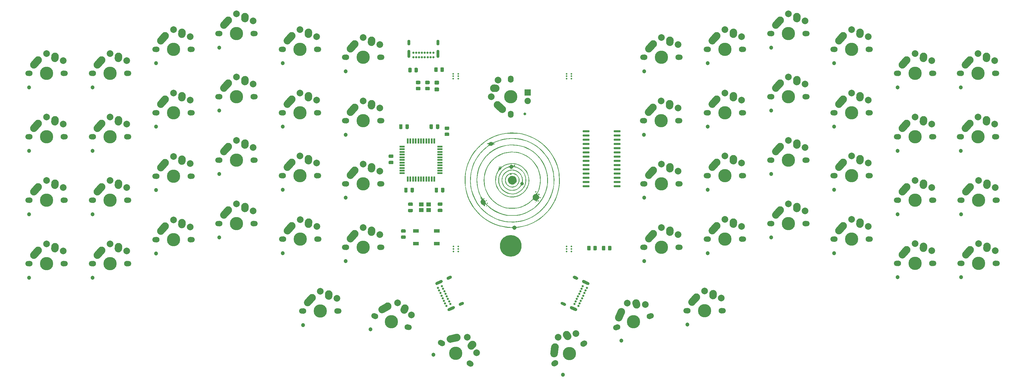
<source format=gbr>
%TF.GenerationSoftware,KiCad,Pcbnew,5.1.10*%
%TF.CreationDate,2021-09-05T22:53:56-04:00*%
%TF.ProjectId,tryptris_pcb,74727970-7472-4697-935f-7063622e6b69,rev?*%
%TF.SameCoordinates,Original*%
%TF.FileFunction,Soldermask,Top*%
%TF.FilePolarity,Negative*%
%FSLAX46Y46*%
G04 Gerber Fmt 4.6, Leading zero omitted, Abs format (unit mm)*
G04 Created by KiCad (PCBNEW 5.1.10) date 2021-09-05 22:53:56*
%MOMM*%
%LPD*%
G01*
G04 APERTURE LIST*
%ADD10C,0.010000*%
%ADD11C,1.200000*%
%ADD12C,1.700000*%
%ADD13C,2.000000*%
%ADD14C,1.750000*%
%ADD15C,2.250000*%
%ADD16C,3.987800*%
%ADD17C,0.650000*%
%ADD18R,1.905000X1.905000*%
%ADD19C,1.905000*%
%ADD20C,0.800000*%
%ADD21C,6.500000*%
%ADD22R,1.700000X1.000000*%
%ADD23C,0.500000*%
%ADD24O,0.900000X2.400000*%
%ADD25O,0.900000X1.700000*%
%ADD26R,1.400000X1.200000*%
%ADD27R,0.550000X1.500000*%
%ADD28R,1.500000X0.550000*%
G04 APERTURE END LIST*
D10*
%TO.C,G\u002A\u002A\u002A*%
G36*
X174763241Y-81373807D02*
G01*
X175020642Y-81039988D01*
X175201774Y-80903507D01*
X175578681Y-80755415D01*
X175989922Y-80730408D01*
X176390408Y-80818262D01*
X176735053Y-81008749D01*
X176978771Y-81291642D01*
X176987794Y-81308599D01*
X177107667Y-81637050D01*
X177162595Y-81993712D01*
X177140446Y-82295906D01*
X177135329Y-82314105D01*
X176971322Y-82635100D01*
X176707047Y-82930611D01*
X176399675Y-83142117D01*
X176280320Y-83189243D01*
X175819117Y-83245476D01*
X175383535Y-83136689D01*
X175045037Y-82915423D01*
X174771992Y-82574620D01*
X174635973Y-82178899D01*
X174634037Y-81766036D01*
X174763241Y-81373807D01*
G37*
X174763241Y-81373807D02*
X175020642Y-81039988D01*
X175201774Y-80903507D01*
X175578681Y-80755415D01*
X175989922Y-80730408D01*
X176390408Y-80818262D01*
X176735053Y-81008749D01*
X176978771Y-81291642D01*
X176987794Y-81308599D01*
X177107667Y-81637050D01*
X177162595Y-81993712D01*
X177140446Y-82295906D01*
X177135329Y-82314105D01*
X176971322Y-82635100D01*
X176707047Y-82930611D01*
X176399675Y-83142117D01*
X176280320Y-83189243D01*
X175819117Y-83245476D01*
X175383535Y-83136689D01*
X175045037Y-82915423D01*
X174771992Y-82574620D01*
X174635973Y-82178899D01*
X174634037Y-81766036D01*
X174763241Y-81373807D01*
G36*
X173821123Y-81598282D02*
G01*
X173981612Y-81075384D01*
X174007483Y-81022333D01*
X174167473Y-80734356D01*
X174331162Y-80520709D01*
X174543497Y-80336782D01*
X174849424Y-80137966D01*
X174971289Y-80065751D01*
X175210602Y-79933293D01*
X175398958Y-79863687D01*
X175602254Y-79844945D01*
X175886386Y-79865080D01*
X176004763Y-79877734D01*
X176603378Y-79997304D01*
X177083255Y-80221675D01*
X177471114Y-80568959D01*
X177793676Y-81057266D01*
X177820094Y-81108115D01*
X177921786Y-81391365D01*
X177991296Y-81742010D01*
X178016772Y-82080615D01*
X177996792Y-82292333D01*
X177778610Y-82909894D01*
X177451311Y-83402296D01*
X177007276Y-83779927D01*
X176829442Y-83883450D01*
X176425109Y-84021502D01*
X175944230Y-84073518D01*
X175892333Y-84069901D01*
X175892333Y-83955428D01*
X176461950Y-83877247D01*
X176967270Y-83649267D01*
X177363053Y-83307869D01*
X177641861Y-82945611D01*
X177799999Y-82604595D01*
X177861201Y-82217624D01*
X177859882Y-81901228D01*
X177824434Y-81524949D01*
X177740827Y-81231310D01*
X177584678Y-80935297D01*
X177581285Y-80929800D01*
X177224044Y-80502454D01*
X176766121Y-80187811D01*
X176246754Y-80011222D01*
X176132967Y-79993982D01*
X175877420Y-79971207D01*
X175741519Y-79989889D01*
X175678009Y-80062890D01*
X175658829Y-80123029D01*
X175571704Y-80278624D01*
X175434252Y-80272608D01*
X175313171Y-80177076D01*
X175160402Y-80132778D01*
X174944394Y-80206352D01*
X174695926Y-80374839D01*
X174445782Y-80615281D01*
X174224742Y-80904717D01*
X174138610Y-81053168D01*
X173946010Y-81587233D01*
X173906692Y-82119025D01*
X174006459Y-82625048D01*
X174231114Y-83081807D01*
X174566460Y-83465808D01*
X174998300Y-83753556D01*
X175512437Y-83921557D01*
X175892333Y-83955428D01*
X175892333Y-84069901D01*
X175456105Y-84039496D01*
X175030033Y-83919437D01*
X174955224Y-83883450D01*
X174577348Y-83621666D01*
X174235142Y-83273547D01*
X173978402Y-82894462D01*
X173895912Y-82705566D01*
X173791136Y-82163103D01*
X173821123Y-81598282D01*
G37*
X173821123Y-81598282D02*
X173981612Y-81075384D01*
X174007483Y-81022333D01*
X174167473Y-80734356D01*
X174331162Y-80520709D01*
X174543497Y-80336782D01*
X174849424Y-80137966D01*
X174971289Y-80065751D01*
X175210602Y-79933293D01*
X175398958Y-79863687D01*
X175602254Y-79844945D01*
X175886386Y-79865080D01*
X176004763Y-79877734D01*
X176603378Y-79997304D01*
X177083255Y-80221675D01*
X177471114Y-80568959D01*
X177793676Y-81057266D01*
X177820094Y-81108115D01*
X177921786Y-81391365D01*
X177991296Y-81742010D01*
X178016772Y-82080615D01*
X177996792Y-82292333D01*
X177778610Y-82909894D01*
X177451311Y-83402296D01*
X177007276Y-83779927D01*
X176829442Y-83883450D01*
X176425109Y-84021502D01*
X175944230Y-84073518D01*
X175892333Y-84069901D01*
X175892333Y-83955428D01*
X176461950Y-83877247D01*
X176967270Y-83649267D01*
X177363053Y-83307869D01*
X177641861Y-82945611D01*
X177799999Y-82604595D01*
X177861201Y-82217624D01*
X177859882Y-81901228D01*
X177824434Y-81524949D01*
X177740827Y-81231310D01*
X177584678Y-80935297D01*
X177581285Y-80929800D01*
X177224044Y-80502454D01*
X176766121Y-80187811D01*
X176246754Y-80011222D01*
X176132967Y-79993982D01*
X175877420Y-79971207D01*
X175741519Y-79989889D01*
X175678009Y-80062890D01*
X175658829Y-80123029D01*
X175571704Y-80278624D01*
X175434252Y-80272608D01*
X175313171Y-80177076D01*
X175160402Y-80132778D01*
X174944394Y-80206352D01*
X174695926Y-80374839D01*
X174445782Y-80615281D01*
X174224742Y-80904717D01*
X174138610Y-81053168D01*
X173946010Y-81587233D01*
X173906692Y-82119025D01*
X174006459Y-82625048D01*
X174231114Y-83081807D01*
X174566460Y-83465808D01*
X174998300Y-83753556D01*
X175512437Y-83921557D01*
X175892333Y-83955428D01*
X175892333Y-84069901D01*
X175456105Y-84039496D01*
X175030033Y-83919437D01*
X174955224Y-83883450D01*
X174577348Y-83621666D01*
X174235142Y-83273547D01*
X173978402Y-82894462D01*
X173895912Y-82705566D01*
X173791136Y-82163103D01*
X173821123Y-81598282D01*
G36*
X172803389Y-81572100D02*
G01*
X172807778Y-81538365D01*
X172979838Y-80857563D01*
X173288713Y-80254393D01*
X173714612Y-79742081D01*
X174237743Y-79333849D01*
X174838317Y-79042922D01*
X175496541Y-78882523D01*
X176192626Y-78865877D01*
X176687724Y-78945855D01*
X177323717Y-79181748D01*
X177881446Y-79553795D01*
X178344326Y-80040450D01*
X178695767Y-80620164D01*
X178919183Y-81271391D01*
X178997847Y-81946734D01*
X179017505Y-82314360D01*
X179065867Y-82553457D01*
X179111512Y-82629267D01*
X179253842Y-82839652D01*
X179259854Y-83094025D01*
X179189344Y-83247430D01*
X179011966Y-83394036D01*
X178853039Y-83435333D01*
X178649129Y-83509250D01*
X178522693Y-83678323D01*
X178319642Y-83960294D01*
X178008268Y-84266362D01*
X177637068Y-84556741D01*
X177254541Y-84791644D01*
X177052404Y-84884537D01*
X176470754Y-85036234D01*
X175892333Y-85075047D01*
X175892333Y-84959333D01*
X176616035Y-84885662D01*
X177256844Y-84664386D01*
X177815544Y-84295114D01*
X178292922Y-83777452D01*
X178311752Y-83751702D01*
X178452683Y-83543562D01*
X178500434Y-83410130D01*
X178467610Y-83293888D01*
X178426738Y-83227010D01*
X178352457Y-82983169D01*
X178413664Y-82746536D01*
X178588466Y-82575764D01*
X178683338Y-82539519D01*
X178805079Y-82494592D01*
X178869350Y-82408056D01*
X178894254Y-82234434D01*
X178898000Y-82000277D01*
X178874338Y-81636516D01*
X178814254Y-81262327D01*
X178774794Y-81105532D01*
X178511032Y-80508026D01*
X178114245Y-79977512D01*
X177612886Y-79535285D01*
X177035404Y-79202640D01*
X176410248Y-79000873D01*
X175892333Y-78948000D01*
X175256259Y-79028379D01*
X174643404Y-79254875D01*
X174081776Y-79605531D01*
X173599382Y-80058388D01*
X173224230Y-80591485D01*
X172984326Y-81182865D01*
X172970097Y-81239150D01*
X172893050Y-81909916D01*
X172969315Y-82587516D01*
X173188022Y-83237336D01*
X173538300Y-83824767D01*
X173909350Y-84229597D01*
X174445574Y-84617076D01*
X175036740Y-84855916D01*
X175707622Y-84955235D01*
X175892333Y-84959333D01*
X175892333Y-85075047D01*
X175827228Y-85079416D01*
X175189911Y-85014127D01*
X174728449Y-84883110D01*
X174126128Y-84561170D01*
X173617524Y-84114403D01*
X173216792Y-83567461D01*
X172938088Y-82944995D01*
X172795569Y-82271658D01*
X172803389Y-81572100D01*
G37*
X172803389Y-81572100D02*
X172807778Y-81538365D01*
X172979838Y-80857563D01*
X173288713Y-80254393D01*
X173714612Y-79742081D01*
X174237743Y-79333849D01*
X174838317Y-79042922D01*
X175496541Y-78882523D01*
X176192626Y-78865877D01*
X176687724Y-78945855D01*
X177323717Y-79181748D01*
X177881446Y-79553795D01*
X178344326Y-80040450D01*
X178695767Y-80620164D01*
X178919183Y-81271391D01*
X178997847Y-81946734D01*
X179017505Y-82314360D01*
X179065867Y-82553457D01*
X179111512Y-82629267D01*
X179253842Y-82839652D01*
X179259854Y-83094025D01*
X179189344Y-83247430D01*
X179011966Y-83394036D01*
X178853039Y-83435333D01*
X178649129Y-83509250D01*
X178522693Y-83678323D01*
X178319642Y-83960294D01*
X178008268Y-84266362D01*
X177637068Y-84556741D01*
X177254541Y-84791644D01*
X177052404Y-84884537D01*
X176470754Y-85036234D01*
X175892333Y-85075047D01*
X175892333Y-84959333D01*
X176616035Y-84885662D01*
X177256844Y-84664386D01*
X177815544Y-84295114D01*
X178292922Y-83777452D01*
X178311752Y-83751702D01*
X178452683Y-83543562D01*
X178500434Y-83410130D01*
X178467610Y-83293888D01*
X178426738Y-83227010D01*
X178352457Y-82983169D01*
X178413664Y-82746536D01*
X178588466Y-82575764D01*
X178683338Y-82539519D01*
X178805079Y-82494592D01*
X178869350Y-82408056D01*
X178894254Y-82234434D01*
X178898000Y-82000277D01*
X178874338Y-81636516D01*
X178814254Y-81262327D01*
X178774794Y-81105532D01*
X178511032Y-80508026D01*
X178114245Y-79977512D01*
X177612886Y-79535285D01*
X177035404Y-79202640D01*
X176410248Y-79000873D01*
X175892333Y-78948000D01*
X175256259Y-79028379D01*
X174643404Y-79254875D01*
X174081776Y-79605531D01*
X173599382Y-80058388D01*
X173224230Y-80591485D01*
X172984326Y-81182865D01*
X172970097Y-81239150D01*
X172893050Y-81909916D01*
X172969315Y-82587516D01*
X173188022Y-83237336D01*
X173538300Y-83824767D01*
X173909350Y-84229597D01*
X174445574Y-84617076D01*
X175036740Y-84855916D01*
X175707622Y-84955235D01*
X175892333Y-84959333D01*
X175892333Y-85075047D01*
X175827228Y-85079416D01*
X175189911Y-85014127D01*
X174728449Y-84883110D01*
X174126128Y-84561170D01*
X173617524Y-84114403D01*
X173216792Y-83567461D01*
X172938088Y-82944995D01*
X172795569Y-82271658D01*
X172803389Y-81572100D01*
G36*
X176411770Y-77425036D02*
G01*
X176507910Y-77355498D01*
X176548544Y-77360475D01*
X176657337Y-77465304D01*
X176676342Y-77619689D01*
X176609310Y-77721995D01*
X176472198Y-77725746D01*
X176424047Y-77693247D01*
X176374484Y-77562563D01*
X176411770Y-77425036D01*
G37*
X176411770Y-77425036D02*
X176507910Y-77355498D01*
X176548544Y-77360475D01*
X176657337Y-77465304D01*
X176676342Y-77619689D01*
X176609310Y-77721995D01*
X176472198Y-77725746D01*
X176424047Y-77693247D01*
X176374484Y-77562563D01*
X176411770Y-77425036D01*
G36*
X171860763Y-80916771D02*
G01*
X172145798Y-80163320D01*
X172581576Y-79465987D01*
X172935337Y-79059036D01*
X173463124Y-78596593D01*
X174041035Y-78249072D01*
X174077987Y-78231156D01*
X174382690Y-78091487D01*
X174636673Y-77986646D01*
X174795490Y-77934644D01*
X174816130Y-77932000D01*
X174936803Y-77874378D01*
X175116160Y-77727746D01*
X175218653Y-77625978D01*
X175414344Y-77439755D01*
X175566123Y-77364134D01*
X175729427Y-77372592D01*
X175742134Y-77375509D01*
X175972913Y-77482549D01*
X176146333Y-77628912D01*
X176402799Y-77804061D01*
X176706258Y-77882833D01*
X177209407Y-78014656D01*
X177754082Y-78257460D01*
X178286489Y-78582266D01*
X178752835Y-78960099D01*
X178810625Y-79016412D01*
X179345204Y-79666111D01*
X179735673Y-80392535D01*
X179975689Y-81175233D01*
X180058909Y-81993752D01*
X179984249Y-82800333D01*
X179806101Y-83398546D01*
X179509955Y-84011002D01*
X179129213Y-84576098D01*
X178851540Y-84889480D01*
X178213028Y-85418777D01*
X177525104Y-85798420D01*
X176805320Y-86034283D01*
X176071231Y-86132240D01*
X175964256Y-86127253D01*
X175964256Y-86024871D01*
X176717625Y-85941194D01*
X177445926Y-85711648D01*
X178127417Y-85336045D01*
X178601796Y-84951722D01*
X179159716Y-84335158D01*
X179557265Y-83685327D01*
X179802768Y-82983672D01*
X179904546Y-82211634D01*
X179908441Y-82038333D01*
X179895177Y-81646084D01*
X179856953Y-81256077D01*
X179801877Y-80949663D01*
X179798738Y-80937666D01*
X179509161Y-80168046D01*
X179083065Y-79490281D01*
X178532912Y-78915738D01*
X177871163Y-78455783D01*
X177110282Y-78121781D01*
X176548926Y-77973661D01*
X176351794Y-77953282D01*
X176247118Y-78019162D01*
X176190793Y-78138074D01*
X176031828Y-78362163D01*
X175796953Y-78483880D01*
X175536751Y-78499190D01*
X175301810Y-78404054D01*
X175153838Y-78220822D01*
X175076354Y-78102077D01*
X174963646Y-78050705D01*
X174788718Y-78070520D01*
X174524570Y-78165338D01*
X174144205Y-78338975D01*
X174072000Y-78373726D01*
X173435701Y-78771063D01*
X172872196Y-79302159D01*
X172410423Y-79937215D01*
X172236568Y-80263544D01*
X172085242Y-80601029D01*
X171989011Y-80882239D01*
X171932323Y-81173013D01*
X171899629Y-81539191D01*
X171889158Y-81734486D01*
X171908880Y-82553146D01*
X172058713Y-83277485D01*
X172348393Y-83932277D01*
X172787655Y-84542293D01*
X173134929Y-84904635D01*
X173771155Y-85402561D01*
X174469279Y-85755367D01*
X175207560Y-85962866D01*
X175964256Y-86024871D01*
X175964256Y-86127253D01*
X175340389Y-86098168D01*
X174630347Y-85937940D01*
X173958659Y-85657432D01*
X173342877Y-85262518D01*
X172800554Y-84759074D01*
X172349245Y-84152973D01*
X172006501Y-83450091D01*
X171789876Y-82656303D01*
X171767705Y-82518600D01*
X171732667Y-81707984D01*
X171860763Y-80916771D01*
G37*
X171860763Y-80916771D02*
X172145798Y-80163320D01*
X172581576Y-79465987D01*
X172935337Y-79059036D01*
X173463124Y-78596593D01*
X174041035Y-78249072D01*
X174077987Y-78231156D01*
X174382690Y-78091487D01*
X174636673Y-77986646D01*
X174795490Y-77934644D01*
X174816130Y-77932000D01*
X174936803Y-77874378D01*
X175116160Y-77727746D01*
X175218653Y-77625978D01*
X175414344Y-77439755D01*
X175566123Y-77364134D01*
X175729427Y-77372592D01*
X175742134Y-77375509D01*
X175972913Y-77482549D01*
X176146333Y-77628912D01*
X176402799Y-77804061D01*
X176706258Y-77882833D01*
X177209407Y-78014656D01*
X177754082Y-78257460D01*
X178286489Y-78582266D01*
X178752835Y-78960099D01*
X178810625Y-79016412D01*
X179345204Y-79666111D01*
X179735673Y-80392535D01*
X179975689Y-81175233D01*
X180058909Y-81993752D01*
X179984249Y-82800333D01*
X179806101Y-83398546D01*
X179509955Y-84011002D01*
X179129213Y-84576098D01*
X178851540Y-84889480D01*
X178213028Y-85418777D01*
X177525104Y-85798420D01*
X176805320Y-86034283D01*
X176071231Y-86132240D01*
X175964256Y-86127253D01*
X175964256Y-86024871D01*
X176717625Y-85941194D01*
X177445926Y-85711648D01*
X178127417Y-85336045D01*
X178601796Y-84951722D01*
X179159716Y-84335158D01*
X179557265Y-83685327D01*
X179802768Y-82983672D01*
X179904546Y-82211634D01*
X179908441Y-82038333D01*
X179895177Y-81646084D01*
X179856953Y-81256077D01*
X179801877Y-80949663D01*
X179798738Y-80937666D01*
X179509161Y-80168046D01*
X179083065Y-79490281D01*
X178532912Y-78915738D01*
X177871163Y-78455783D01*
X177110282Y-78121781D01*
X176548926Y-77973661D01*
X176351794Y-77953282D01*
X176247118Y-78019162D01*
X176190793Y-78138074D01*
X176031828Y-78362163D01*
X175796953Y-78483880D01*
X175536751Y-78499190D01*
X175301810Y-78404054D01*
X175153838Y-78220822D01*
X175076354Y-78102077D01*
X174963646Y-78050705D01*
X174788718Y-78070520D01*
X174524570Y-78165338D01*
X174144205Y-78338975D01*
X174072000Y-78373726D01*
X173435701Y-78771063D01*
X172872196Y-79302159D01*
X172410423Y-79937215D01*
X172236568Y-80263544D01*
X172085242Y-80601029D01*
X171989011Y-80882239D01*
X171932323Y-81173013D01*
X171899629Y-81539191D01*
X171889158Y-81734486D01*
X171908880Y-82553146D01*
X172058713Y-83277485D01*
X172348393Y-83932277D01*
X172787655Y-84542293D01*
X173134929Y-84904635D01*
X173771155Y-85402561D01*
X174469279Y-85755367D01*
X175207560Y-85962866D01*
X175964256Y-86024871D01*
X175964256Y-86127253D01*
X175340389Y-86098168D01*
X174630347Y-85937940D01*
X173958659Y-85657432D01*
X173342877Y-85262518D01*
X172800554Y-84759074D01*
X172349245Y-84152973D01*
X172006501Y-83450091D01*
X171789876Y-82656303D01*
X171767705Y-82518600D01*
X171732667Y-81707984D01*
X171860763Y-80916771D01*
G36*
X171974302Y-77838175D02*
G01*
X171997666Y-77834633D01*
X172096941Y-77900548D01*
X172108438Y-77925650D01*
X172067568Y-78002852D01*
X171997666Y-78016666D01*
X171892293Y-77973707D01*
X171886894Y-77925650D01*
X171974302Y-77838175D01*
G37*
X171974302Y-77838175D02*
X171997666Y-77834633D01*
X172096941Y-77900548D01*
X172108438Y-77925650D01*
X172067568Y-78002852D01*
X171997666Y-78016666D01*
X171892293Y-77973707D01*
X171886894Y-77925650D01*
X171974302Y-77838175D01*
G36*
X172397636Y-77753509D02*
G01*
X172421000Y-77749966D01*
X172520274Y-77815881D01*
X172531772Y-77840983D01*
X172490901Y-77918186D01*
X172421000Y-77932000D01*
X172315626Y-77889040D01*
X172310227Y-77840983D01*
X172397636Y-77753509D01*
G37*
X172397636Y-77753509D02*
X172421000Y-77749966D01*
X172520274Y-77815881D01*
X172531772Y-77840983D01*
X172490901Y-77918186D01*
X172421000Y-77932000D01*
X172315626Y-77889040D01*
X172310227Y-77840983D01*
X172397636Y-77753509D01*
G36*
X170908924Y-81016214D02*
G01*
X171145667Y-80143210D01*
X171539751Y-79328857D01*
X171590213Y-79246693D01*
X171782332Y-78897141D01*
X171877339Y-78623512D01*
X171884086Y-78520269D01*
X171925143Y-78287211D01*
X172076373Y-78143048D01*
X172296612Y-78126572D01*
X172300737Y-78127627D01*
X172503404Y-78101827D01*
X172787426Y-77936317D01*
X172846862Y-77892127D01*
X173479794Y-77491257D01*
X174201032Y-77173385D01*
X174622333Y-77043165D01*
X175111176Y-76957615D01*
X175693006Y-76918762D01*
X176298031Y-76926637D01*
X176856464Y-76981267D01*
X177162333Y-77042103D01*
X177957301Y-77329295D01*
X178715846Y-77761047D01*
X179403905Y-78312604D01*
X179987420Y-78959210D01*
X180183127Y-79237694D01*
X180521102Y-79883140D01*
X180774294Y-80623130D01*
X180931038Y-81403585D01*
X180979671Y-82170424D01*
X180935106Y-82723955D01*
X180834159Y-83221825D01*
X180685251Y-83683811D01*
X180463684Y-84181515D01*
X180365476Y-84375323D01*
X179887837Y-85124368D01*
X179304718Y-85755458D01*
X178634832Y-86265748D01*
X177896892Y-86652394D01*
X177109608Y-86912550D01*
X176291695Y-87043370D01*
X176093655Y-87043046D01*
X176093655Y-86942962D01*
X176933499Y-86825827D01*
X177754044Y-86568080D01*
X178524578Y-86181418D01*
X179214389Y-85677541D01*
X179655256Y-85235584D01*
X179961664Y-84819129D01*
X180261245Y-84304272D01*
X180518807Y-83759347D01*
X180699160Y-83252688D01*
X180722626Y-83162962D01*
X180802302Y-82665857D01*
X180833235Y-82083595D01*
X180815759Y-81489249D01*
X180750205Y-80955893D01*
X180711772Y-80780554D01*
X180414475Y-79949559D01*
X179975845Y-79185583D01*
X179414691Y-78507207D01*
X178749822Y-77933012D01*
X178000045Y-77481578D01*
X177184170Y-77171487D01*
X177014468Y-77128006D01*
X176150063Y-77008762D01*
X175269444Y-77046300D01*
X174408701Y-77236350D01*
X173711297Y-77518809D01*
X173175174Y-77818655D01*
X172798136Y-78098226D01*
X172583240Y-78354960D01*
X172532179Y-78506380D01*
X172463797Y-78692898D01*
X172282643Y-78801223D01*
X172240732Y-78814463D01*
X171995767Y-78963821D01*
X171740790Y-79258588D01*
X171490746Y-79676691D01*
X171260581Y-80196055D01*
X171207365Y-80340634D01*
X171048518Y-80951511D01*
X170961582Y-81644064D01*
X170951885Y-82344279D01*
X171019457Y-82951195D01*
X171158296Y-83447396D01*
X171382909Y-84001552D01*
X171662355Y-84549913D01*
X171965689Y-85028725D01*
X172128234Y-85235584D01*
X172726940Y-85804667D01*
X173440668Y-86280966D01*
X174231426Y-86644231D01*
X175061223Y-86874210D01*
X175265224Y-86907786D01*
X176093655Y-86942962D01*
X176093655Y-87043046D01*
X175461863Y-87042011D01*
X174638825Y-86905628D01*
X173841294Y-86631374D01*
X173087981Y-86216405D01*
X172397600Y-85657876D01*
X172335008Y-85596286D01*
X171725333Y-84882731D01*
X171276128Y-84119441D01*
X170983258Y-83296424D01*
X170842589Y-82403688D01*
X170827890Y-81953666D01*
X170908924Y-81016214D01*
G37*
X170908924Y-81016214D02*
X171145667Y-80143210D01*
X171539751Y-79328857D01*
X171590213Y-79246693D01*
X171782332Y-78897141D01*
X171877339Y-78623512D01*
X171884086Y-78520269D01*
X171925143Y-78287211D01*
X172076373Y-78143048D01*
X172296612Y-78126572D01*
X172300737Y-78127627D01*
X172503404Y-78101827D01*
X172787426Y-77936317D01*
X172846862Y-77892127D01*
X173479794Y-77491257D01*
X174201032Y-77173385D01*
X174622333Y-77043165D01*
X175111176Y-76957615D01*
X175693006Y-76918762D01*
X176298031Y-76926637D01*
X176856464Y-76981267D01*
X177162333Y-77042103D01*
X177957301Y-77329295D01*
X178715846Y-77761047D01*
X179403905Y-78312604D01*
X179987420Y-78959210D01*
X180183127Y-79237694D01*
X180521102Y-79883140D01*
X180774294Y-80623130D01*
X180931038Y-81403585D01*
X180979671Y-82170424D01*
X180935106Y-82723955D01*
X180834159Y-83221825D01*
X180685251Y-83683811D01*
X180463684Y-84181515D01*
X180365476Y-84375323D01*
X179887837Y-85124368D01*
X179304718Y-85755458D01*
X178634832Y-86265748D01*
X177896892Y-86652394D01*
X177109608Y-86912550D01*
X176291695Y-87043370D01*
X176093655Y-87043046D01*
X176093655Y-86942962D01*
X176933499Y-86825827D01*
X177754044Y-86568080D01*
X178524578Y-86181418D01*
X179214389Y-85677541D01*
X179655256Y-85235584D01*
X179961664Y-84819129D01*
X180261245Y-84304272D01*
X180518807Y-83759347D01*
X180699160Y-83252688D01*
X180722626Y-83162962D01*
X180802302Y-82665857D01*
X180833235Y-82083595D01*
X180815759Y-81489249D01*
X180750205Y-80955893D01*
X180711772Y-80780554D01*
X180414475Y-79949559D01*
X179975845Y-79185583D01*
X179414691Y-78507207D01*
X178749822Y-77933012D01*
X178000045Y-77481578D01*
X177184170Y-77171487D01*
X177014468Y-77128006D01*
X176150063Y-77008762D01*
X175269444Y-77046300D01*
X174408701Y-77236350D01*
X173711297Y-77518809D01*
X173175174Y-77818655D01*
X172798136Y-78098226D01*
X172583240Y-78354960D01*
X172532179Y-78506380D01*
X172463797Y-78692898D01*
X172282643Y-78801223D01*
X172240732Y-78814463D01*
X171995767Y-78963821D01*
X171740790Y-79258588D01*
X171490746Y-79676691D01*
X171260581Y-80196055D01*
X171207365Y-80340634D01*
X171048518Y-80951511D01*
X170961582Y-81644064D01*
X170951885Y-82344279D01*
X171019457Y-82951195D01*
X171158296Y-83447396D01*
X171382909Y-84001552D01*
X171662355Y-84549913D01*
X171965689Y-85028725D01*
X172128234Y-85235584D01*
X172726940Y-85804667D01*
X173440668Y-86280966D01*
X174231426Y-86644231D01*
X175061223Y-86874210D01*
X175265224Y-86907786D01*
X176093655Y-86942962D01*
X176093655Y-87043046D01*
X175461863Y-87042011D01*
X174638825Y-86905628D01*
X173841294Y-86631374D01*
X173087981Y-86216405D01*
X172397600Y-85657876D01*
X172335008Y-85596286D01*
X171725333Y-84882731D01*
X171276128Y-84119441D01*
X170983258Y-83296424D01*
X170842589Y-82403688D01*
X170827890Y-81953666D01*
X170908924Y-81016214D01*
G36*
X182833996Y-85396335D02*
G01*
X182853022Y-85373110D01*
X182986533Y-85325707D01*
X183104550Y-85387460D01*
X183131333Y-85467333D01*
X183069659Y-85575922D01*
X183039289Y-85598893D01*
X182910166Y-85608783D01*
X182823536Y-85519204D01*
X182833996Y-85396335D01*
G37*
X182833996Y-85396335D02*
X182853022Y-85373110D01*
X182986533Y-85325707D01*
X183104550Y-85387460D01*
X183131333Y-85467333D01*
X183069659Y-85575922D01*
X183039289Y-85598893D01*
X182910166Y-85608783D01*
X182823536Y-85519204D01*
X182833996Y-85396335D01*
G36*
X167366439Y-87429418D02*
G01*
X167425666Y-87414666D01*
X167542275Y-87466240D01*
X167521256Y-87583335D01*
X167496222Y-87612222D01*
X167372298Y-87666153D01*
X167301506Y-87578031D01*
X167298666Y-87541666D01*
X167366439Y-87429418D01*
G37*
X167366439Y-87429418D02*
X167425666Y-87414666D01*
X167542275Y-87466240D01*
X167521256Y-87583335D01*
X167496222Y-87612222D01*
X167372298Y-87666153D01*
X167301506Y-87578031D01*
X167298666Y-87541666D01*
X167366439Y-87429418D01*
G36*
X168018010Y-88025763D02*
G01*
X168129458Y-87942069D01*
X168215824Y-87978918D01*
X168230000Y-88042611D01*
X168161830Y-88159243D01*
X168095944Y-88176666D01*
X168003226Y-88127313D01*
X168018010Y-88025763D01*
G37*
X168018010Y-88025763D02*
X168129458Y-87942069D01*
X168215824Y-87978918D01*
X168230000Y-88042611D01*
X168161830Y-88159243D01*
X168095944Y-88176666D01*
X168003226Y-88127313D01*
X168018010Y-88025763D01*
G36*
X168314666Y-88811666D02*
G01*
X168455029Y-88805513D01*
X168498754Y-88834888D01*
X168529139Y-88938677D01*
X168484000Y-88981000D01*
X168343637Y-88987154D01*
X168299912Y-88957779D01*
X168269527Y-88853989D01*
X168314666Y-88811666D01*
G37*
X168314666Y-88811666D02*
X168455029Y-88805513D01*
X168498754Y-88834888D01*
X168529139Y-88938677D01*
X168484000Y-88981000D01*
X168343637Y-88987154D01*
X168299912Y-88957779D01*
X168269527Y-88853989D01*
X168314666Y-88811666D01*
G36*
X182820888Y-88543555D02*
G01*
X182871223Y-88555178D01*
X182877333Y-88600000D01*
X182846355Y-88669690D01*
X182820888Y-88656444D01*
X182810755Y-88555965D01*
X182820888Y-88543555D01*
G37*
X182820888Y-88543555D02*
X182871223Y-88555178D01*
X182877333Y-88600000D01*
X182846355Y-88669690D01*
X182820888Y-88656444D01*
X182810755Y-88555965D01*
X182820888Y-88543555D01*
G36*
X183622549Y-88021448D02*
G01*
X183681666Y-88007333D01*
X183788166Y-88070471D01*
X183802933Y-88203975D01*
X183754524Y-88287254D01*
X183650926Y-88306944D01*
X183568736Y-88210069D01*
X183554666Y-88129336D01*
X183622549Y-88021448D01*
G37*
X183622549Y-88021448D02*
X183681666Y-88007333D01*
X183788166Y-88070471D01*
X183802933Y-88203975D01*
X183754524Y-88287254D01*
X183650926Y-88306944D01*
X183568736Y-88210069D01*
X183554666Y-88129336D01*
X183622549Y-88021448D01*
G36*
X183783868Y-86087829D02*
G01*
X183893333Y-86060000D01*
X184034837Y-86119868D01*
X184062666Y-86229333D01*
X184002798Y-86370837D01*
X183893333Y-86398666D01*
X183751829Y-86338798D01*
X183724000Y-86229333D01*
X183783868Y-86087829D01*
G37*
X183783868Y-86087829D02*
X183893333Y-86060000D01*
X184034837Y-86119868D01*
X184062666Y-86229333D01*
X184002798Y-86370837D01*
X183893333Y-86398666D01*
X183751829Y-86338798D01*
X183724000Y-86229333D01*
X183783868Y-86087829D01*
G36*
X167424520Y-81278073D02*
G01*
X167492851Y-80589055D01*
X167596956Y-79986397D01*
X167631274Y-79844753D01*
X168013902Y-78707020D01*
X168539495Y-77652306D01*
X169198449Y-76690169D01*
X169981162Y-75830165D01*
X170878029Y-75081852D01*
X171879446Y-74454787D01*
X172975811Y-73958529D01*
X173818000Y-73687744D01*
X174379562Y-73576060D01*
X175050015Y-73505894D01*
X175777661Y-73477375D01*
X176510803Y-73490631D01*
X177197744Y-73545791D01*
X177786786Y-73642982D01*
X177926401Y-73677546D01*
X179106825Y-74079988D01*
X180190875Y-74617133D01*
X181171056Y-75281564D01*
X182039875Y-76065861D01*
X182789836Y-76962608D01*
X183413445Y-77964383D01*
X183903207Y-79063770D01*
X184148884Y-79837000D01*
X184268012Y-80424633D01*
X184345166Y-81117681D01*
X184379029Y-81859711D01*
X184368283Y-82594295D01*
X184311611Y-83265001D01*
X184238812Y-83689333D01*
X184004754Y-84580820D01*
X183729218Y-85342922D01*
X183535734Y-85759497D01*
X183326036Y-86172115D01*
X183598975Y-86411758D01*
X183786587Y-86626896D01*
X183909951Y-86860230D01*
X183923893Y-86911299D01*
X183915670Y-87256475D01*
X183780337Y-87593704D01*
X183548015Y-87856130D01*
X183477151Y-87902880D01*
X183276236Y-88077940D01*
X183189245Y-88260795D01*
X183160938Y-88408575D01*
X183131277Y-88395288D01*
X183091070Y-88282500D01*
X183005372Y-88134835D01*
X182929704Y-88092000D01*
X182799430Y-88054474D01*
X182589944Y-87960470D01*
X182509424Y-87918846D01*
X182186357Y-87745692D01*
X181614625Y-88285034D01*
X180746383Y-88990166D01*
X179781980Y-89568019D01*
X178742769Y-90013233D01*
X177650104Y-90320448D01*
X176525337Y-90484303D01*
X175892333Y-90492740D01*
X175892333Y-90325103D01*
X176627415Y-90313831D01*
X177238900Y-90273761D01*
X177771405Y-90195512D01*
X178269550Y-90069701D01*
X178777952Y-89886949D01*
X179341232Y-89637872D01*
X179483716Y-89569988D01*
X180157886Y-89218392D01*
X180732675Y-88851272D01*
X181275270Y-88422631D01*
X181631347Y-88099797D01*
X181874893Y-87865061D01*
X182016747Y-87702739D01*
X182079615Y-87570358D01*
X182086204Y-87425445D01*
X182067906Y-87283214D01*
X182066523Y-86909054D01*
X182151158Y-86665251D01*
X182338522Y-86427937D01*
X182600213Y-86239859D01*
X182867924Y-86147544D01*
X182915462Y-86144666D01*
X183030389Y-86078745D01*
X183046666Y-86017666D01*
X183096071Y-85903911D01*
X183190389Y-85916364D01*
X183234309Y-85987929D01*
X183280326Y-85974696D01*
X183368461Y-85832198D01*
X183485500Y-85591209D01*
X183618229Y-85282500D01*
X183753434Y-84936846D01*
X183877901Y-84585019D01*
X183978415Y-84257792D01*
X183980496Y-84250230D01*
X184217517Y-83139884D01*
X184304516Y-82065060D01*
X184244191Y-80988132D01*
X184225035Y-80841451D01*
X183983469Y-79707688D01*
X183584999Y-78610600D01*
X183041582Y-77574165D01*
X182365170Y-76622360D01*
X181822831Y-76023168D01*
X180938891Y-75253199D01*
X179981282Y-74627360D01*
X178965219Y-74145653D01*
X177905916Y-73808076D01*
X176818587Y-73614631D01*
X175718445Y-73565316D01*
X174620705Y-73660133D01*
X173540580Y-73899081D01*
X172493284Y-74282159D01*
X171494032Y-74809369D01*
X170558037Y-75480709D01*
X169961835Y-76023168D01*
X169192595Y-76905838D01*
X168566702Y-77861790D01*
X168084019Y-78875807D01*
X167744412Y-79932674D01*
X167547746Y-81017175D01*
X167493886Y-82114093D01*
X167582696Y-83208214D01*
X167814042Y-84284320D01*
X168187788Y-85327197D01*
X168703799Y-86321627D01*
X169361941Y-87252396D01*
X170068294Y-88016034D01*
X170543687Y-88453211D01*
X170967402Y-88797406D01*
X171394643Y-89086976D01*
X171880612Y-89360281D01*
X172313117Y-89575870D01*
X172892224Y-89839835D01*
X173407845Y-90035724D01*
X173904443Y-90172842D01*
X174426481Y-90260499D01*
X175018421Y-90308000D01*
X175724726Y-90324654D01*
X175892333Y-90325103D01*
X175892333Y-90492740D01*
X175389823Y-90499439D01*
X174264914Y-90360495D01*
X173784315Y-90250611D01*
X172649858Y-89868443D01*
X171598017Y-89344392D01*
X170638791Y-88689548D01*
X169782177Y-87915000D01*
X169038175Y-87031839D01*
X168416783Y-86051152D01*
X167928000Y-84984032D01*
X167581824Y-83841565D01*
X167464674Y-83241402D01*
X167407381Y-82666436D01*
X167395013Y-81991263D01*
X167424520Y-81278073D01*
G37*
X167424520Y-81278073D02*
X167492851Y-80589055D01*
X167596956Y-79986397D01*
X167631274Y-79844753D01*
X168013902Y-78707020D01*
X168539495Y-77652306D01*
X169198449Y-76690169D01*
X169981162Y-75830165D01*
X170878029Y-75081852D01*
X171879446Y-74454787D01*
X172975811Y-73958529D01*
X173818000Y-73687744D01*
X174379562Y-73576060D01*
X175050015Y-73505894D01*
X175777661Y-73477375D01*
X176510803Y-73490631D01*
X177197744Y-73545791D01*
X177786786Y-73642982D01*
X177926401Y-73677546D01*
X179106825Y-74079988D01*
X180190875Y-74617133D01*
X181171056Y-75281564D01*
X182039875Y-76065861D01*
X182789836Y-76962608D01*
X183413445Y-77964383D01*
X183903207Y-79063770D01*
X184148884Y-79837000D01*
X184268012Y-80424633D01*
X184345166Y-81117681D01*
X184379029Y-81859711D01*
X184368283Y-82594295D01*
X184311611Y-83265001D01*
X184238812Y-83689333D01*
X184004754Y-84580820D01*
X183729218Y-85342922D01*
X183535734Y-85759497D01*
X183326036Y-86172115D01*
X183598975Y-86411758D01*
X183786587Y-86626896D01*
X183909951Y-86860230D01*
X183923893Y-86911299D01*
X183915670Y-87256475D01*
X183780337Y-87593704D01*
X183548015Y-87856130D01*
X183477151Y-87902880D01*
X183276236Y-88077940D01*
X183189245Y-88260795D01*
X183160938Y-88408575D01*
X183131277Y-88395288D01*
X183091070Y-88282500D01*
X183005372Y-88134835D01*
X182929704Y-88092000D01*
X182799430Y-88054474D01*
X182589944Y-87960470D01*
X182509424Y-87918846D01*
X182186357Y-87745692D01*
X181614625Y-88285034D01*
X180746383Y-88990166D01*
X179781980Y-89568019D01*
X178742769Y-90013233D01*
X177650104Y-90320448D01*
X176525337Y-90484303D01*
X175892333Y-90492740D01*
X175892333Y-90325103D01*
X176627415Y-90313831D01*
X177238900Y-90273761D01*
X177771405Y-90195512D01*
X178269550Y-90069701D01*
X178777952Y-89886949D01*
X179341232Y-89637872D01*
X179483716Y-89569988D01*
X180157886Y-89218392D01*
X180732675Y-88851272D01*
X181275270Y-88422631D01*
X181631347Y-88099797D01*
X181874893Y-87865061D01*
X182016747Y-87702739D01*
X182079615Y-87570358D01*
X182086204Y-87425445D01*
X182067906Y-87283214D01*
X182066523Y-86909054D01*
X182151158Y-86665251D01*
X182338522Y-86427937D01*
X182600213Y-86239859D01*
X182867924Y-86147544D01*
X182915462Y-86144666D01*
X183030389Y-86078745D01*
X183046666Y-86017666D01*
X183096071Y-85903911D01*
X183190389Y-85916364D01*
X183234309Y-85987929D01*
X183280326Y-85974696D01*
X183368461Y-85832198D01*
X183485500Y-85591209D01*
X183618229Y-85282500D01*
X183753434Y-84936846D01*
X183877901Y-84585019D01*
X183978415Y-84257792D01*
X183980496Y-84250230D01*
X184217517Y-83139884D01*
X184304516Y-82065060D01*
X184244191Y-80988132D01*
X184225035Y-80841451D01*
X183983469Y-79707688D01*
X183584999Y-78610600D01*
X183041582Y-77574165D01*
X182365170Y-76622360D01*
X181822831Y-76023168D01*
X180938891Y-75253199D01*
X179981282Y-74627360D01*
X178965219Y-74145653D01*
X177905916Y-73808076D01*
X176818587Y-73614631D01*
X175718445Y-73565316D01*
X174620705Y-73660133D01*
X173540580Y-73899081D01*
X172493284Y-74282159D01*
X171494032Y-74809369D01*
X170558037Y-75480709D01*
X169961835Y-76023168D01*
X169192595Y-76905838D01*
X168566702Y-77861790D01*
X168084019Y-78875807D01*
X167744412Y-79932674D01*
X167547746Y-81017175D01*
X167493886Y-82114093D01*
X167582696Y-83208214D01*
X167814042Y-84284320D01*
X168187788Y-85327197D01*
X168703799Y-86321627D01*
X169361941Y-87252396D01*
X170068294Y-88016034D01*
X170543687Y-88453211D01*
X170967402Y-88797406D01*
X171394643Y-89086976D01*
X171880612Y-89360281D01*
X172313117Y-89575870D01*
X172892224Y-89839835D01*
X173407845Y-90035724D01*
X173904443Y-90172842D01*
X174426481Y-90260499D01*
X175018421Y-90308000D01*
X175724726Y-90324654D01*
X175892333Y-90325103D01*
X175892333Y-90492740D01*
X175389823Y-90499439D01*
X174264914Y-90360495D01*
X173784315Y-90250611D01*
X172649858Y-89868443D01*
X171598017Y-89344392D01*
X170638791Y-88689548D01*
X169782177Y-87915000D01*
X169038175Y-87031839D01*
X168416783Y-86051152D01*
X167928000Y-84984032D01*
X167581824Y-83841565D01*
X167464674Y-83241402D01*
X167407381Y-82666436D01*
X167395013Y-81991263D01*
X167424520Y-81278073D01*
G36*
X184215106Y-87090751D02*
G01*
X184274333Y-87076000D01*
X184386581Y-87143773D01*
X184401333Y-87203000D01*
X184333560Y-87315248D01*
X184274333Y-87330000D01*
X184162084Y-87262227D01*
X184147333Y-87203000D01*
X184215106Y-87090751D01*
G37*
X184215106Y-87090751D02*
X184274333Y-87076000D01*
X184386581Y-87143773D01*
X184401333Y-87203000D01*
X184333560Y-87315248D01*
X184274333Y-87330000D01*
X184162084Y-87262227D01*
X184147333Y-87203000D01*
X184215106Y-87090751D01*
G36*
X166419203Y-87274437D02*
G01*
X166452000Y-87287666D01*
X166532770Y-87363749D01*
X166536666Y-87377330D01*
X166471160Y-87413696D01*
X166452000Y-87414666D01*
X166370586Y-87349579D01*
X166367333Y-87325003D01*
X166419203Y-87274437D01*
G37*
X166419203Y-87274437D02*
X166452000Y-87287666D01*
X166532770Y-87363749D01*
X166536666Y-87377330D01*
X166471160Y-87413696D01*
X166452000Y-87414666D01*
X166370586Y-87349579D01*
X166367333Y-87325003D01*
X166419203Y-87274437D01*
G36*
X168103000Y-89785333D02*
G01*
X168179082Y-89704563D01*
X168192663Y-89700666D01*
X168229029Y-89766172D01*
X168230000Y-89785333D01*
X168164912Y-89866746D01*
X168140336Y-89870000D01*
X168089770Y-89818130D01*
X168103000Y-89785333D01*
G37*
X168103000Y-89785333D02*
X168179082Y-89704563D01*
X168192663Y-89700666D01*
X168229029Y-89766172D01*
X168230000Y-89785333D01*
X168164912Y-89866746D01*
X168140336Y-89870000D01*
X168089770Y-89818130D01*
X168103000Y-89785333D01*
G36*
X165287285Y-80750044D02*
G01*
X165490059Y-79546656D01*
X165864977Y-78297527D01*
X166396018Y-77097021D01*
X167072556Y-75964284D01*
X167883965Y-74918465D01*
X168314666Y-74456565D01*
X169318603Y-73558783D01*
X170407120Y-72805903D01*
X171571366Y-72201605D01*
X172802492Y-71749566D01*
X174091647Y-71453464D01*
X175429981Y-71316976D01*
X175892333Y-71307583D01*
X177235076Y-71389397D01*
X178532870Y-71630304D01*
X179774722Y-72023505D01*
X180949641Y-72562199D01*
X182046633Y-73239587D01*
X183054706Y-74048867D01*
X183962867Y-74983241D01*
X184760123Y-76035907D01*
X185435482Y-77200066D01*
X185443450Y-77215984D01*
X185893020Y-78270758D01*
X186235358Y-79403267D01*
X186462851Y-80572125D01*
X186567889Y-81735942D01*
X186542860Y-82853331D01*
X186520822Y-83074222D01*
X186285797Y-84418257D01*
X185899872Y-85694478D01*
X185370922Y-86893930D01*
X184706822Y-88007658D01*
X183915447Y-89026708D01*
X183004672Y-89942126D01*
X181982372Y-90744955D01*
X180856422Y-91426243D01*
X179634696Y-91977034D01*
X178331160Y-92386844D01*
X177978343Y-92471674D01*
X177672748Y-92532800D01*
X177373964Y-92574030D01*
X177041582Y-92599173D01*
X176635190Y-92612036D01*
X176114377Y-92616428D01*
X175892333Y-92616669D01*
X175876041Y-92616604D01*
X175876041Y-92524617D01*
X176525839Y-92513513D01*
X177121563Y-92479045D01*
X177607764Y-92421213D01*
X177628000Y-92417744D01*
X178903997Y-92111865D01*
X180120910Y-91655708D01*
X181266470Y-91059745D01*
X182328408Y-90334446D01*
X183294454Y-89490285D01*
X184152339Y-88537732D01*
X184889794Y-87487259D01*
X185494549Y-86349339D01*
X185876256Y-85378023D01*
X186017661Y-84924722D01*
X186151155Y-84443349D01*
X186257076Y-84007156D01*
X186296701Y-83811690D01*
X186370983Y-83234804D01*
X186411934Y-82550429D01*
X186419457Y-81817116D01*
X186393456Y-81093417D01*
X186333836Y-80437882D01*
X186302587Y-80220326D01*
X186018059Y-78983445D01*
X185576161Y-77778518D01*
X184988625Y-76628604D01*
X184267181Y-75556762D01*
X183450085Y-74613023D01*
X182734834Y-73934638D01*
X182017748Y-73369414D01*
X181237269Y-72872060D01*
X180660025Y-72560260D01*
X179437976Y-72029404D01*
X178179055Y-71660447D01*
X176896278Y-71453474D01*
X175602664Y-71408567D01*
X174311231Y-71525810D01*
X173034996Y-71805285D01*
X171786977Y-72247076D01*
X171235666Y-72500031D01*
X170091062Y-73155109D01*
X169056101Y-73930862D01*
X168136274Y-74814460D01*
X167337072Y-75793070D01*
X166663987Y-76853862D01*
X166122510Y-77984003D01*
X165718131Y-79170661D01*
X165456342Y-80401007D01*
X165342635Y-81662206D01*
X165382500Y-82941429D01*
X165581429Y-84225843D01*
X165825136Y-85143139D01*
X166089123Y-85890027D01*
X166381052Y-86547709D01*
X166690419Y-87098632D01*
X167006715Y-87525246D01*
X167319436Y-87809999D01*
X167471769Y-87893945D01*
X167730490Y-88076293D01*
X167865496Y-88361866D01*
X167891333Y-88625098D01*
X167905728Y-88766640D01*
X167962930Y-88905772D01*
X168083966Y-89071348D01*
X168289861Y-89292223D01*
X168595269Y-89591137D01*
X169605785Y-90446348D01*
X170713384Y-91170624D01*
X171899117Y-91754333D01*
X173144032Y-92187844D01*
X174156666Y-92417744D01*
X174636007Y-92476733D01*
X175227614Y-92512357D01*
X175876041Y-92524617D01*
X175876041Y-92616604D01*
X175320529Y-92614376D01*
X174877646Y-92604964D01*
X174523305Y-92584635D01*
X174217127Y-92549589D01*
X173918731Y-92496029D01*
X173587740Y-92420155D01*
X173456139Y-92387479D01*
X172142602Y-91979218D01*
X170935491Y-91441619D01*
X170469281Y-91182435D01*
X169998223Y-90894292D01*
X169605399Y-90627085D01*
X169241902Y-90342855D01*
X168858822Y-90003644D01*
X168460189Y-89623197D01*
X168150213Y-89330014D01*
X167936596Y-89151467D01*
X167803022Y-89075786D01*
X167733176Y-89091198D01*
X167729733Y-89096206D01*
X167687760Y-89272931D01*
X167698113Y-89364470D01*
X167692650Y-89566954D01*
X167656588Y-89663252D01*
X167592739Y-89741011D01*
X167511630Y-89718992D01*
X167373096Y-89582044D01*
X167338190Y-89543154D01*
X167157858Y-89376061D01*
X166997112Y-89283737D01*
X166960763Y-89277333D01*
X166748522Y-89202114D01*
X166583817Y-89008329D01*
X166482657Y-88743781D01*
X166461052Y-88456279D01*
X166535012Y-88193627D01*
X166576307Y-88129349D01*
X166686758Y-87869529D01*
X166669966Y-87539031D01*
X166524027Y-87123372D01*
X166415295Y-86903896D01*
X165908040Y-85773804D01*
X165538281Y-84566886D01*
X165309348Y-83309629D01*
X165224572Y-82028519D01*
X165287285Y-80750044D01*
G37*
X165287285Y-80750044D02*
X165490059Y-79546656D01*
X165864977Y-78297527D01*
X166396018Y-77097021D01*
X167072556Y-75964284D01*
X167883965Y-74918465D01*
X168314666Y-74456565D01*
X169318603Y-73558783D01*
X170407120Y-72805903D01*
X171571366Y-72201605D01*
X172802492Y-71749566D01*
X174091647Y-71453464D01*
X175429981Y-71316976D01*
X175892333Y-71307583D01*
X177235076Y-71389397D01*
X178532870Y-71630304D01*
X179774722Y-72023505D01*
X180949641Y-72562199D01*
X182046633Y-73239587D01*
X183054706Y-74048867D01*
X183962867Y-74983241D01*
X184760123Y-76035907D01*
X185435482Y-77200066D01*
X185443450Y-77215984D01*
X185893020Y-78270758D01*
X186235358Y-79403267D01*
X186462851Y-80572125D01*
X186567889Y-81735942D01*
X186542860Y-82853331D01*
X186520822Y-83074222D01*
X186285797Y-84418257D01*
X185899872Y-85694478D01*
X185370922Y-86893930D01*
X184706822Y-88007658D01*
X183915447Y-89026708D01*
X183004672Y-89942126D01*
X181982372Y-90744955D01*
X180856422Y-91426243D01*
X179634696Y-91977034D01*
X178331160Y-92386844D01*
X177978343Y-92471674D01*
X177672748Y-92532800D01*
X177373964Y-92574030D01*
X177041582Y-92599173D01*
X176635190Y-92612036D01*
X176114377Y-92616428D01*
X175892333Y-92616669D01*
X175876041Y-92616604D01*
X175876041Y-92524617D01*
X176525839Y-92513513D01*
X177121563Y-92479045D01*
X177607764Y-92421213D01*
X177628000Y-92417744D01*
X178903997Y-92111865D01*
X180120910Y-91655708D01*
X181266470Y-91059745D01*
X182328408Y-90334446D01*
X183294454Y-89490285D01*
X184152339Y-88537732D01*
X184889794Y-87487259D01*
X185494549Y-86349339D01*
X185876256Y-85378023D01*
X186017661Y-84924722D01*
X186151155Y-84443349D01*
X186257076Y-84007156D01*
X186296701Y-83811690D01*
X186370983Y-83234804D01*
X186411934Y-82550429D01*
X186419457Y-81817116D01*
X186393456Y-81093417D01*
X186333836Y-80437882D01*
X186302587Y-80220326D01*
X186018059Y-78983445D01*
X185576161Y-77778518D01*
X184988625Y-76628604D01*
X184267181Y-75556762D01*
X183450085Y-74613023D01*
X182734834Y-73934638D01*
X182017748Y-73369414D01*
X181237269Y-72872060D01*
X180660025Y-72560260D01*
X179437976Y-72029404D01*
X178179055Y-71660447D01*
X176896278Y-71453474D01*
X175602664Y-71408567D01*
X174311231Y-71525810D01*
X173034996Y-71805285D01*
X171786977Y-72247076D01*
X171235666Y-72500031D01*
X170091062Y-73155109D01*
X169056101Y-73930862D01*
X168136274Y-74814460D01*
X167337072Y-75793070D01*
X166663987Y-76853862D01*
X166122510Y-77984003D01*
X165718131Y-79170661D01*
X165456342Y-80401007D01*
X165342635Y-81662206D01*
X165382500Y-82941429D01*
X165581429Y-84225843D01*
X165825136Y-85143139D01*
X166089123Y-85890027D01*
X166381052Y-86547709D01*
X166690419Y-87098632D01*
X167006715Y-87525246D01*
X167319436Y-87809999D01*
X167471769Y-87893945D01*
X167730490Y-88076293D01*
X167865496Y-88361866D01*
X167891333Y-88625098D01*
X167905728Y-88766640D01*
X167962930Y-88905772D01*
X168083966Y-89071348D01*
X168289861Y-89292223D01*
X168595269Y-89591137D01*
X169605785Y-90446348D01*
X170713384Y-91170624D01*
X171899117Y-91754333D01*
X173144032Y-92187844D01*
X174156666Y-92417744D01*
X174636007Y-92476733D01*
X175227614Y-92512357D01*
X175876041Y-92524617D01*
X175876041Y-92616604D01*
X175320529Y-92614376D01*
X174877646Y-92604964D01*
X174523305Y-92584635D01*
X174217127Y-92549589D01*
X173918731Y-92496029D01*
X173587740Y-92420155D01*
X173456139Y-92387479D01*
X172142602Y-91979218D01*
X170935491Y-91441619D01*
X170469281Y-91182435D01*
X169998223Y-90894292D01*
X169605399Y-90627085D01*
X169241902Y-90342855D01*
X168858822Y-90003644D01*
X168460189Y-89623197D01*
X168150213Y-89330014D01*
X167936596Y-89151467D01*
X167803022Y-89075786D01*
X167733176Y-89091198D01*
X167729733Y-89096206D01*
X167687760Y-89272931D01*
X167698113Y-89364470D01*
X167692650Y-89566954D01*
X167656588Y-89663252D01*
X167592739Y-89741011D01*
X167511630Y-89718992D01*
X167373096Y-89582044D01*
X167338190Y-89543154D01*
X167157858Y-89376061D01*
X166997112Y-89283737D01*
X166960763Y-89277333D01*
X166748522Y-89202114D01*
X166583817Y-89008329D01*
X166482657Y-88743781D01*
X166461052Y-88456279D01*
X166535012Y-88193627D01*
X166576307Y-88129349D01*
X166686758Y-87869529D01*
X166669966Y-87539031D01*
X166524027Y-87123372D01*
X166415295Y-86903896D01*
X165908040Y-85773804D01*
X165538281Y-84566886D01*
X165309348Y-83309629D01*
X165224572Y-82028519D01*
X165287285Y-80750044D01*
G36*
X163329300Y-81278518D02*
G01*
X163364779Y-80632701D01*
X163421082Y-80083557D01*
X163446003Y-79921666D01*
X163775538Y-78491617D01*
X164256136Y-77123486D01*
X164880746Y-75828788D01*
X165642315Y-74619037D01*
X166533790Y-73505746D01*
X167548118Y-72500428D01*
X168423183Y-71796342D01*
X168751164Y-71534707D01*
X168927361Y-71338224D01*
X168953796Y-71201198D01*
X168832487Y-71117938D01*
X168673806Y-71089802D01*
X168473152Y-71043376D01*
X168404291Y-70976261D01*
X168476042Y-70920258D01*
X168622457Y-70904666D01*
X168850974Y-70838074D01*
X169041748Y-70693000D01*
X169285216Y-70531165D01*
X169572732Y-70480666D01*
X169838705Y-70547957D01*
X169921252Y-70606450D01*
X169997013Y-70654609D01*
X170100621Y-70663733D01*
X170262670Y-70626368D01*
X170513756Y-70535056D01*
X170884472Y-70382342D01*
X170943919Y-70357222D01*
X172073274Y-69935257D01*
X173188380Y-69638598D01*
X174336784Y-69457863D01*
X175566031Y-69383668D01*
X175892333Y-69380666D01*
X176752092Y-69398712D01*
X177510732Y-69458065D01*
X178233125Y-69566546D01*
X178984140Y-69731978D01*
X179144246Y-69772784D01*
X180476490Y-70204365D01*
X181741912Y-70783517D01*
X182930254Y-71498674D01*
X184031257Y-72338267D01*
X185034664Y-73290730D01*
X185930217Y-74344495D01*
X186707656Y-75487994D01*
X187356724Y-76709660D01*
X187867163Y-77997925D01*
X188228714Y-79341222D01*
X188371040Y-80177255D01*
X188458386Y-81023096D01*
X188487689Y-81855516D01*
X188461274Y-82754531D01*
X188450926Y-82927333D01*
X188278807Y-84335447D01*
X187950552Y-85694004D01*
X187474556Y-86993478D01*
X186859217Y-88224341D01*
X186112932Y-89377066D01*
X185244097Y-90442128D01*
X184261110Y-91409999D01*
X183172366Y-92271152D01*
X181986264Y-93016061D01*
X180711199Y-93635200D01*
X179355569Y-94119040D01*
X178363618Y-94372032D01*
X177725146Y-94474805D01*
X176971285Y-94541007D01*
X176151981Y-94570638D01*
X175317183Y-94563698D01*
X175241180Y-94559566D01*
X175241180Y-94468122D01*
X176636791Y-94462495D01*
X178027624Y-94299540D01*
X179400272Y-93978222D01*
X180741333Y-93497506D01*
X181468283Y-93160935D01*
X182725779Y-92436600D01*
X183876685Y-91585179D01*
X184914210Y-90616387D01*
X185831562Y-89539938D01*
X186621946Y-88365547D01*
X187278573Y-87102928D01*
X187794649Y-85761796D01*
X188163381Y-84351866D01*
X188327510Y-83350666D01*
X188353924Y-82978156D01*
X188360411Y-82481256D01*
X188349154Y-81903461D01*
X188322335Y-81288265D01*
X188282135Y-80679164D01*
X188230736Y-80119651D01*
X188170321Y-79653221D01*
X188131298Y-79439152D01*
X187747398Y-78038232D01*
X187214435Y-76706996D01*
X186541177Y-75455422D01*
X185736392Y-74293493D01*
X184808848Y-73231188D01*
X183767310Y-72278490D01*
X182620548Y-71445379D01*
X181377328Y-70741835D01*
X180046417Y-70177841D01*
X179973181Y-70151887D01*
X178655708Y-69776592D01*
X177283610Y-69550634D01*
X175884217Y-69475171D01*
X174484865Y-69551363D01*
X173112884Y-69780369D01*
X172827319Y-69848865D01*
X172392944Y-69971491D01*
X171908233Y-70128739D01*
X171414589Y-70305061D01*
X170953418Y-70484904D01*
X170566125Y-70652720D01*
X170294113Y-70792958D01*
X170264969Y-70811203D01*
X170056271Y-70947000D01*
X170349635Y-70995623D01*
X170643000Y-71044246D01*
X170389000Y-71114625D01*
X170145848Y-71229578D01*
X169938623Y-71394205D01*
X169786840Y-71525799D01*
X169622058Y-71571392D01*
X169372405Y-71552713D01*
X169204431Y-71535618D01*
X169063234Y-71548310D01*
X168913680Y-71607361D01*
X168720634Y-71729346D01*
X168448963Y-71930836D01*
X168256448Y-72079113D01*
X167182887Y-73015227D01*
X166223631Y-74069322D01*
X165387966Y-75226548D01*
X164685178Y-76472055D01*
X164124550Y-77790991D01*
X163715368Y-79168506D01*
X163654762Y-79439152D01*
X163552265Y-80052878D01*
X163476887Y-80770724D01*
X163431021Y-81536931D01*
X163417058Y-82295738D01*
X163437387Y-82991386D01*
X163481597Y-83477666D01*
X163755800Y-84923177D01*
X164191051Y-86325182D01*
X164781732Y-87670113D01*
X165522227Y-88944407D01*
X166056678Y-89696407D01*
X166466636Y-90184564D01*
X166976701Y-90718692D01*
X167542444Y-91256541D01*
X168119433Y-91755862D01*
X168660605Y-92172532D01*
X169879040Y-92938031D01*
X171159720Y-93551374D01*
X172489240Y-94011527D01*
X173854195Y-94317454D01*
X175241180Y-94468122D01*
X175241180Y-94559566D01*
X174516837Y-94520186D01*
X173800892Y-94440103D01*
X173421048Y-94372032D01*
X171987080Y-93981680D01*
X170633865Y-93447775D01*
X169369189Y-92778558D01*
X168200840Y-91982268D01*
X167136603Y-91067146D01*
X166184265Y-90041433D01*
X165351612Y-88913367D01*
X164646432Y-87691190D01*
X164076510Y-86383142D01*
X163649633Y-84997462D01*
X163406464Y-83774000D01*
X163353229Y-83268751D01*
X163322984Y-82649270D01*
X163315189Y-81968283D01*
X163329300Y-81278518D01*
G37*
X163329300Y-81278518D02*
X163364779Y-80632701D01*
X163421082Y-80083557D01*
X163446003Y-79921666D01*
X163775538Y-78491617D01*
X164256136Y-77123486D01*
X164880746Y-75828788D01*
X165642315Y-74619037D01*
X166533790Y-73505746D01*
X167548118Y-72500428D01*
X168423183Y-71796342D01*
X168751164Y-71534707D01*
X168927361Y-71338224D01*
X168953796Y-71201198D01*
X168832487Y-71117938D01*
X168673806Y-71089802D01*
X168473152Y-71043376D01*
X168404291Y-70976261D01*
X168476042Y-70920258D01*
X168622457Y-70904666D01*
X168850974Y-70838074D01*
X169041748Y-70693000D01*
X169285216Y-70531165D01*
X169572732Y-70480666D01*
X169838705Y-70547957D01*
X169921252Y-70606450D01*
X169997013Y-70654609D01*
X170100621Y-70663733D01*
X170262670Y-70626368D01*
X170513756Y-70535056D01*
X170884472Y-70382342D01*
X170943919Y-70357222D01*
X172073274Y-69935257D01*
X173188380Y-69638598D01*
X174336784Y-69457863D01*
X175566031Y-69383668D01*
X175892333Y-69380666D01*
X176752092Y-69398712D01*
X177510732Y-69458065D01*
X178233125Y-69566546D01*
X178984140Y-69731978D01*
X179144246Y-69772784D01*
X180476490Y-70204365D01*
X181741912Y-70783517D01*
X182930254Y-71498674D01*
X184031257Y-72338267D01*
X185034664Y-73290730D01*
X185930217Y-74344495D01*
X186707656Y-75487994D01*
X187356724Y-76709660D01*
X187867163Y-77997925D01*
X188228714Y-79341222D01*
X188371040Y-80177255D01*
X188458386Y-81023096D01*
X188487689Y-81855516D01*
X188461274Y-82754531D01*
X188450926Y-82927333D01*
X188278807Y-84335447D01*
X187950552Y-85694004D01*
X187474556Y-86993478D01*
X186859217Y-88224341D01*
X186112932Y-89377066D01*
X185244097Y-90442128D01*
X184261110Y-91409999D01*
X183172366Y-92271152D01*
X181986264Y-93016061D01*
X180711199Y-93635200D01*
X179355569Y-94119040D01*
X178363618Y-94372032D01*
X177725146Y-94474805D01*
X176971285Y-94541007D01*
X176151981Y-94570638D01*
X175317183Y-94563698D01*
X175241180Y-94559566D01*
X175241180Y-94468122D01*
X176636791Y-94462495D01*
X178027624Y-94299540D01*
X179400272Y-93978222D01*
X180741333Y-93497506D01*
X181468283Y-93160935D01*
X182725779Y-92436600D01*
X183876685Y-91585179D01*
X184914210Y-90616387D01*
X185831562Y-89539938D01*
X186621946Y-88365547D01*
X187278573Y-87102928D01*
X187794649Y-85761796D01*
X188163381Y-84351866D01*
X188327510Y-83350666D01*
X188353924Y-82978156D01*
X188360411Y-82481256D01*
X188349154Y-81903461D01*
X188322335Y-81288265D01*
X188282135Y-80679164D01*
X188230736Y-80119651D01*
X188170321Y-79653221D01*
X188131298Y-79439152D01*
X187747398Y-78038232D01*
X187214435Y-76706996D01*
X186541177Y-75455422D01*
X185736392Y-74293493D01*
X184808848Y-73231188D01*
X183767310Y-72278490D01*
X182620548Y-71445379D01*
X181377328Y-70741835D01*
X180046417Y-70177841D01*
X179973181Y-70151887D01*
X178655708Y-69776592D01*
X177283610Y-69550634D01*
X175884217Y-69475171D01*
X174484865Y-69551363D01*
X173112884Y-69780369D01*
X172827319Y-69848865D01*
X172392944Y-69971491D01*
X171908233Y-70128739D01*
X171414589Y-70305061D01*
X170953418Y-70484904D01*
X170566125Y-70652720D01*
X170294113Y-70792958D01*
X170264969Y-70811203D01*
X170056271Y-70947000D01*
X170349635Y-70995623D01*
X170643000Y-71044246D01*
X170389000Y-71114625D01*
X170145848Y-71229578D01*
X169938623Y-71394205D01*
X169786840Y-71525799D01*
X169622058Y-71571392D01*
X169372405Y-71552713D01*
X169204431Y-71535618D01*
X169063234Y-71548310D01*
X168913680Y-71607361D01*
X168720634Y-71729346D01*
X168448963Y-71930836D01*
X168256448Y-72079113D01*
X167182887Y-73015227D01*
X166223631Y-74069322D01*
X165387966Y-75226548D01*
X164685178Y-76472055D01*
X164124550Y-77790991D01*
X163715368Y-79168506D01*
X163654762Y-79439152D01*
X163552265Y-80052878D01*
X163476887Y-80770724D01*
X163431021Y-81536931D01*
X163417058Y-82295738D01*
X163437387Y-82991386D01*
X163481597Y-83477666D01*
X163755800Y-84923177D01*
X164191051Y-86325182D01*
X164781732Y-87670113D01*
X165522227Y-88944407D01*
X166056678Y-89696407D01*
X166466636Y-90184564D01*
X166976701Y-90718692D01*
X167542444Y-91256541D01*
X168119433Y-91755862D01*
X168660605Y-92172532D01*
X169879040Y-92938031D01*
X171159720Y-93551374D01*
X172489240Y-94011527D01*
X173854195Y-94317454D01*
X175241180Y-94468122D01*
X175241180Y-94559566D01*
X174516837Y-94520186D01*
X173800892Y-94440103D01*
X173421048Y-94372032D01*
X171987080Y-93981680D01*
X170633865Y-93447775D01*
X169369189Y-92778558D01*
X168200840Y-91982268D01*
X167136603Y-91067146D01*
X166184265Y-90041433D01*
X165351612Y-88913367D01*
X164646432Y-87691190D01*
X164076510Y-86383142D01*
X163649633Y-84997462D01*
X163406464Y-83774000D01*
X163353229Y-83268751D01*
X163322984Y-82649270D01*
X163315189Y-81968283D01*
X163329300Y-81278518D01*
G36*
X161672795Y-81150493D02*
G01*
X161837122Y-79656794D01*
X162161318Y-78173868D01*
X162647855Y-76713874D01*
X162685315Y-76619666D01*
X163178705Y-75519711D01*
X163746568Y-74507065D01*
X164412815Y-73546245D01*
X165201353Y-72601769D01*
X165855790Y-71914407D01*
X166726991Y-71092620D01*
X167580684Y-70399093D01*
X168458722Y-69803500D01*
X169402962Y-69275513D01*
X169702829Y-69127007D01*
X171120342Y-68535715D01*
X172582587Y-68103519D01*
X174075775Y-67830766D01*
X175586118Y-67717800D01*
X177099828Y-67764970D01*
X178603116Y-67972620D01*
X180082193Y-68341098D01*
X181433275Y-68832367D01*
X182717545Y-69451538D01*
X183912409Y-70190563D01*
X185041158Y-71065606D01*
X186116154Y-72081534D01*
X187150523Y-73264328D01*
X188032138Y-74520128D01*
X188761579Y-75850078D01*
X189339424Y-77255327D01*
X189766249Y-78737021D01*
X189956752Y-79703444D01*
X190025039Y-80237454D01*
X190076023Y-80873063D01*
X190108054Y-81557093D01*
X190119483Y-82236365D01*
X190108662Y-82857701D01*
X190073941Y-83367921D01*
X190071158Y-83393000D01*
X189811553Y-84952335D01*
X189396172Y-86463156D01*
X188830242Y-87911612D01*
X188118990Y-89283853D01*
X187467586Y-90291123D01*
X187053753Y-90826822D01*
X186542330Y-91414227D01*
X185972055Y-92014069D01*
X185381662Y-92587081D01*
X184809888Y-93093994D01*
X184333441Y-93468333D01*
X183266536Y-94174443D01*
X182168627Y-94778696D01*
X181184000Y-95216816D01*
X180574487Y-95436381D01*
X179905151Y-95645703D01*
X179226493Y-95831228D01*
X178589013Y-95979400D01*
X178043213Y-96076664D01*
X177924333Y-96091740D01*
X177555110Y-96137812D01*
X177320690Y-96182681D01*
X177187056Y-96238342D01*
X177120193Y-96316791D01*
X177096989Y-96383514D01*
X176999695Y-96540177D01*
X176827286Y-96691080D01*
X176551095Y-96785754D01*
X176287209Y-96726012D01*
X176076675Y-96524316D01*
X176036076Y-96450863D01*
X175967868Y-96330940D01*
X175878006Y-96261816D01*
X175836176Y-96253099D01*
X175836176Y-96168039D01*
X176088723Y-95897686D01*
X176365835Y-95682529D01*
X176636330Y-95636079D01*
X176898209Y-95758439D01*
X176997425Y-95851777D01*
X177205433Y-96076220D01*
X177931145Y-95974698D01*
X179391383Y-95686825D01*
X180799585Y-95244518D01*
X182145610Y-94657412D01*
X183419317Y-93935139D01*
X184610568Y-93087334D01*
X185709221Y-92123632D01*
X186705136Y-91053666D01*
X187588174Y-89887072D01*
X188348194Y-88633482D01*
X188975056Y-87302531D01*
X189458620Y-85903854D01*
X189731531Y-84763132D01*
X189811529Y-84347045D01*
X189871466Y-84014553D01*
X189913873Y-83730222D01*
X189941281Y-83458615D01*
X189956218Y-83164297D01*
X189961216Y-82811832D01*
X189958805Y-82365785D01*
X189951515Y-81790720D01*
X189950273Y-81699666D01*
X189936939Y-81025809D01*
X189915549Y-80485462D01*
X189883272Y-80042886D01*
X189837276Y-79662339D01*
X189774730Y-79308079D01*
X189752406Y-79202000D01*
X189344064Y-77672837D01*
X188804054Y-76246546D01*
X188127305Y-74913541D01*
X187308743Y-73664233D01*
X186343298Y-72489035D01*
X186018165Y-72143196D01*
X184874908Y-71080499D01*
X183646517Y-70163772D01*
X182334798Y-69394124D01*
X180941555Y-68772663D01*
X180013469Y-68454894D01*
X179414496Y-68278216D01*
X178899236Y-68142909D01*
X178428029Y-68043628D01*
X177961216Y-67975025D01*
X177459135Y-67931752D01*
X176882129Y-67908462D01*
X176190536Y-67899809D01*
X175892333Y-67899246D01*
X175147324Y-67903775D01*
X174531833Y-67920926D01*
X174006199Y-67956048D01*
X173530763Y-68014488D01*
X173065865Y-68101591D01*
X172571845Y-68222707D01*
X172009044Y-68383182D01*
X171771196Y-68454894D01*
X170346320Y-68975672D01*
X168996122Y-69642904D01*
X167730552Y-70446570D01*
X166559563Y-71376648D01*
X165493107Y-72423119D01*
X164541133Y-73575962D01*
X163713595Y-74825155D01*
X163020444Y-76160679D01*
X162471631Y-77572513D01*
X162359401Y-77932000D01*
X162192329Y-78513423D01*
X162064661Y-79016148D01*
X161971277Y-79479646D01*
X161907061Y-79943389D01*
X161866893Y-80446849D01*
X161845655Y-81029499D01*
X161838230Y-81730809D01*
X161837930Y-81953666D01*
X161840111Y-82605061D01*
X161848207Y-83121184D01*
X161864566Y-83536062D01*
X161891537Y-83883720D01*
X161931469Y-84198183D01*
X161986710Y-84513476D01*
X162028939Y-84720798D01*
X162433312Y-86243091D01*
X162984554Y-87690222D01*
X163676269Y-89053886D01*
X164502061Y-90325781D01*
X165455533Y-91497603D01*
X166530289Y-92561050D01*
X167719932Y-93507817D01*
X169018066Y-94329602D01*
X169711666Y-94693906D01*
X170940814Y-95228005D01*
X172198327Y-95631022D01*
X173521780Y-95913243D01*
X174721254Y-96065343D01*
X175836176Y-96168039D01*
X175836176Y-96253099D01*
X175722983Y-96229507D01*
X175459289Y-96220029D01*
X175316213Y-96219501D01*
X174722857Y-96190936D01*
X174026403Y-96111682D01*
X173282452Y-95990112D01*
X172546603Y-95834600D01*
X172227489Y-95754330D01*
X170769635Y-95284710D01*
X169399167Y-94673483D01*
X168108134Y-93916030D01*
X166888583Y-93007730D01*
X165817000Y-92029000D01*
X164791317Y-90886793D01*
X163905738Y-89658097D01*
X163162733Y-88355070D01*
X162564772Y-86989870D01*
X162114328Y-85574654D01*
X161813869Y-84121581D01*
X161665868Y-82642808D01*
X161672795Y-81150493D01*
G37*
X161672795Y-81150493D02*
X161837122Y-79656794D01*
X162161318Y-78173868D01*
X162647855Y-76713874D01*
X162685315Y-76619666D01*
X163178705Y-75519711D01*
X163746568Y-74507065D01*
X164412815Y-73546245D01*
X165201353Y-72601769D01*
X165855790Y-71914407D01*
X166726991Y-71092620D01*
X167580684Y-70399093D01*
X168458722Y-69803500D01*
X169402962Y-69275513D01*
X169702829Y-69127007D01*
X171120342Y-68535715D01*
X172582587Y-68103519D01*
X174075775Y-67830766D01*
X175586118Y-67717800D01*
X177099828Y-67764970D01*
X178603116Y-67972620D01*
X180082193Y-68341098D01*
X181433275Y-68832367D01*
X182717545Y-69451538D01*
X183912409Y-70190563D01*
X185041158Y-71065606D01*
X186116154Y-72081534D01*
X187150523Y-73264328D01*
X188032138Y-74520128D01*
X188761579Y-75850078D01*
X189339424Y-77255327D01*
X189766249Y-78737021D01*
X189956752Y-79703444D01*
X190025039Y-80237454D01*
X190076023Y-80873063D01*
X190108054Y-81557093D01*
X190119483Y-82236365D01*
X190108662Y-82857701D01*
X190073941Y-83367921D01*
X190071158Y-83393000D01*
X189811553Y-84952335D01*
X189396172Y-86463156D01*
X188830242Y-87911612D01*
X188118990Y-89283853D01*
X187467586Y-90291123D01*
X187053753Y-90826822D01*
X186542330Y-91414227D01*
X185972055Y-92014069D01*
X185381662Y-92587081D01*
X184809888Y-93093994D01*
X184333441Y-93468333D01*
X183266536Y-94174443D01*
X182168627Y-94778696D01*
X181184000Y-95216816D01*
X180574487Y-95436381D01*
X179905151Y-95645703D01*
X179226493Y-95831228D01*
X178589013Y-95979400D01*
X178043213Y-96076664D01*
X177924333Y-96091740D01*
X177555110Y-96137812D01*
X177320690Y-96182681D01*
X177187056Y-96238342D01*
X177120193Y-96316791D01*
X177096989Y-96383514D01*
X176999695Y-96540177D01*
X176827286Y-96691080D01*
X176551095Y-96785754D01*
X176287209Y-96726012D01*
X176076675Y-96524316D01*
X176036076Y-96450863D01*
X175967868Y-96330940D01*
X175878006Y-96261816D01*
X175836176Y-96253099D01*
X175836176Y-96168039D01*
X176088723Y-95897686D01*
X176365835Y-95682529D01*
X176636330Y-95636079D01*
X176898209Y-95758439D01*
X176997425Y-95851777D01*
X177205433Y-96076220D01*
X177931145Y-95974698D01*
X179391383Y-95686825D01*
X180799585Y-95244518D01*
X182145610Y-94657412D01*
X183419317Y-93935139D01*
X184610568Y-93087334D01*
X185709221Y-92123632D01*
X186705136Y-91053666D01*
X187588174Y-89887072D01*
X188348194Y-88633482D01*
X188975056Y-87302531D01*
X189458620Y-85903854D01*
X189731531Y-84763132D01*
X189811529Y-84347045D01*
X189871466Y-84014553D01*
X189913873Y-83730222D01*
X189941281Y-83458615D01*
X189956218Y-83164297D01*
X189961216Y-82811832D01*
X189958805Y-82365785D01*
X189951515Y-81790720D01*
X189950273Y-81699666D01*
X189936939Y-81025809D01*
X189915549Y-80485462D01*
X189883272Y-80042886D01*
X189837276Y-79662339D01*
X189774730Y-79308079D01*
X189752406Y-79202000D01*
X189344064Y-77672837D01*
X188804054Y-76246546D01*
X188127305Y-74913541D01*
X187308743Y-73664233D01*
X186343298Y-72489035D01*
X186018165Y-72143196D01*
X184874908Y-71080499D01*
X183646517Y-70163772D01*
X182334798Y-69394124D01*
X180941555Y-68772663D01*
X180013469Y-68454894D01*
X179414496Y-68278216D01*
X178899236Y-68142909D01*
X178428029Y-68043628D01*
X177961216Y-67975025D01*
X177459135Y-67931752D01*
X176882129Y-67908462D01*
X176190536Y-67899809D01*
X175892333Y-67899246D01*
X175147324Y-67903775D01*
X174531833Y-67920926D01*
X174006199Y-67956048D01*
X173530763Y-68014488D01*
X173065865Y-68101591D01*
X172571845Y-68222707D01*
X172009044Y-68383182D01*
X171771196Y-68454894D01*
X170346320Y-68975672D01*
X168996122Y-69642904D01*
X167730552Y-70446570D01*
X166559563Y-71376648D01*
X165493107Y-72423119D01*
X164541133Y-73575962D01*
X163713595Y-74825155D01*
X163020444Y-76160679D01*
X162471631Y-77572513D01*
X162359401Y-77932000D01*
X162192329Y-78513423D01*
X162064661Y-79016148D01*
X161971277Y-79479646D01*
X161907061Y-79943389D01*
X161866893Y-80446849D01*
X161845655Y-81029499D01*
X161838230Y-81730809D01*
X161837930Y-81953666D01*
X161840111Y-82605061D01*
X161848207Y-83121184D01*
X161864566Y-83536062D01*
X161891537Y-83883720D01*
X161931469Y-84198183D01*
X161986710Y-84513476D01*
X162028939Y-84720798D01*
X162433312Y-86243091D01*
X162984554Y-87690222D01*
X163676269Y-89053886D01*
X164502061Y-90325781D01*
X165455533Y-91497603D01*
X166530289Y-92561050D01*
X167719932Y-93507817D01*
X169018066Y-94329602D01*
X169711666Y-94693906D01*
X170940814Y-95228005D01*
X172198327Y-95631022D01*
X173521780Y-95913243D01*
X174721254Y-96065343D01*
X175836176Y-96168039D01*
X175836176Y-96253099D01*
X175722983Y-96229507D01*
X175459289Y-96220029D01*
X175316213Y-96219501D01*
X174722857Y-96190936D01*
X174026403Y-96111682D01*
X173282452Y-95990112D01*
X172546603Y-95834600D01*
X172227489Y-95754330D01*
X170769635Y-95284710D01*
X169399167Y-94673483D01*
X168108134Y-93916030D01*
X166888583Y-93007730D01*
X165817000Y-92029000D01*
X164791317Y-90886793D01*
X163905738Y-89658097D01*
X163162733Y-88355070D01*
X162564772Y-86989870D01*
X162114328Y-85574654D01*
X161813869Y-84121581D01*
X161665868Y-82642808D01*
X161672795Y-81150493D01*
%TD*%
D11*
%TO.C,MX47*%
X234556000Y-103895000D03*
D12*
X245276000Y-99695000D03*
X234276000Y-99695000D03*
D13*
X239776000Y-93795000D03*
X244776000Y-95895000D03*
D14*
X244856000Y-99695000D03*
X234696000Y-99695000D03*
D15*
X237276000Y-95695000D03*
D16*
X239776000Y-99695000D03*
G36*
G01*
X235214688Y-97992350D02*
X235214688Y-97992350D01*
G75*
G02*
X235128650Y-96403688I751312J837350D01*
G01*
X236438640Y-94943680D01*
G75*
G02*
X238027302Y-94857642I837350J-751312D01*
G01*
X238027302Y-94857642D01*
G75*
G02*
X238113340Y-96446304I-751312J-837350D01*
G01*
X236803350Y-97906312D01*
G75*
G02*
X235214688Y-97992350I-837350J751312D01*
G01*
G37*
D15*
X242316000Y-94615000D03*
G36*
G01*
X242199483Y-96317395D02*
X242199483Y-96317395D01*
G75*
G02*
X241153605Y-95118483I76517J1122395D01*
G01*
X241193147Y-94538451D01*
G75*
G02*
X242392059Y-93492573I1122395J-76517D01*
G01*
X242392059Y-93492573D01*
G75*
G02*
X243437937Y-94691485I-76517J-1122395D01*
G01*
X243398395Y-95271517D01*
G75*
G02*
X242199483Y-96317395I-1122395J76517D01*
G01*
G37*
%TD*%
%TO.C,R7*%
G36*
G01*
X204665001Y-102845002D02*
X204665001Y-101945000D01*
G75*
G02*
X204915000Y-101695001I249999J0D01*
G01*
X205440002Y-101695001D01*
G75*
G02*
X205690001Y-101945000I0J-249999D01*
G01*
X205690001Y-102845002D01*
G75*
G02*
X205440002Y-103095001I-249999J0D01*
G01*
X204915000Y-103095001D01*
G75*
G02*
X204665001Y-102845002I0J249999D01*
G01*
G37*
G36*
G01*
X202840001Y-102845002D02*
X202840001Y-101945000D01*
G75*
G02*
X203090000Y-101695001I249999J0D01*
G01*
X203615002Y-101695001D01*
G75*
G02*
X203865001Y-101945000I0J-249999D01*
G01*
X203865001Y-102845002D01*
G75*
G02*
X203615002Y-103095001I-249999J0D01*
G01*
X203090000Y-103095001D01*
G75*
G02*
X202840001Y-102845002I0J249999D01*
G01*
G37*
%TD*%
%TO.C,R6*%
G36*
G01*
X200255001Y-102845002D02*
X200255001Y-101945000D01*
G75*
G02*
X200505000Y-101695001I249999J0D01*
G01*
X201030002Y-101695001D01*
G75*
G02*
X201280001Y-101945000I0J-249999D01*
G01*
X201280001Y-102845002D01*
G75*
G02*
X201030002Y-103095001I-249999J0D01*
G01*
X200505000Y-103095001D01*
G75*
G02*
X200255001Y-102845002I0J249999D01*
G01*
G37*
G36*
G01*
X198430001Y-102845002D02*
X198430001Y-101945000D01*
G75*
G02*
X198680000Y-101695001I249999J0D01*
G01*
X199205002Y-101695001D01*
G75*
G02*
X199455001Y-101945000I0J-249999D01*
G01*
X199455001Y-102845002D01*
G75*
G02*
X199205002Y-103095001I-249999J0D01*
G01*
X198680000Y-103095001D01*
G75*
G02*
X198430001Y-102845002I0J249999D01*
G01*
G37*
%TD*%
D17*
%TO.C,J3*%
X197583016Y-115897129D03*
X198301467Y-114356406D03*
X197942241Y-115126767D03*
X197223790Y-116667491D03*
X196864565Y-117437852D03*
X196505339Y-118208214D03*
X196146114Y-118978575D03*
X195786888Y-119748937D03*
X197100609Y-113796437D03*
X196739270Y-114571330D03*
X196380045Y-115341691D03*
X196020819Y-116112053D03*
X195661594Y-116882415D03*
X195302368Y-117652776D03*
X194943143Y-118423138D03*
X194583917Y-119193499D03*
G36*
G01*
X197494267Y-111993921D02*
X198853729Y-112627849D01*
G75*
G02*
X199071390Y-113225866I-190178J-407839D01*
G01*
X199071390Y-113225866D01*
G75*
G02*
X198473373Y-113443527I-407839J190178D01*
G01*
X197113911Y-112809599D01*
G75*
G02*
X196896250Y-112211582I190178J407839D01*
G01*
X196896250Y-112211582D01*
G75*
G02*
X197494267Y-111993921I407839J-190178D01*
G01*
G37*
G36*
G01*
X193838619Y-119833484D02*
X195198081Y-120467412D01*
G75*
G02*
X195415742Y-121065429I-190178J-407839D01*
G01*
X195415742Y-121065429D01*
G75*
G02*
X194817725Y-121283090I-407839J190178D01*
G01*
X193458263Y-120649162D01*
G75*
G02*
X193240602Y-120051145I190178J407839D01*
G01*
X193240602Y-120051145D01*
G75*
G02*
X193838619Y-119833484I407839J-190178D01*
G01*
G37*
G36*
G01*
X194748155Y-110713389D02*
X195473201Y-111051483D01*
G75*
G02*
X195690862Y-111649500I-190178J-407839D01*
G01*
X195690862Y-111649500D01*
G75*
G02*
X195092845Y-111867161I-407839J190178D01*
G01*
X194367799Y-111529067D01*
G75*
G02*
X194150138Y-110931050I190178J407839D01*
G01*
X194150138Y-110931050D01*
G75*
G02*
X194748155Y-110713389I407839J-190178D01*
G01*
G37*
G36*
G01*
X191092507Y-118552951D02*
X191817553Y-118891045D01*
G75*
G02*
X192035214Y-119489062I-190178J-407839D01*
G01*
X192035214Y-119489062D01*
G75*
G02*
X191437197Y-119706723I-407839J190178D01*
G01*
X190712151Y-119368629D01*
G75*
G02*
X190494490Y-118770612I190178J407839D01*
G01*
X190494490Y-118770612D01*
G75*
G02*
X191092507Y-118552951I407839J-190178D01*
G01*
G37*
%TD*%
%TO.C,J2*%
X155437961Y-118208039D03*
X156156412Y-119748762D03*
X155797186Y-118978400D03*
X155078735Y-117437677D03*
X154719510Y-116667316D03*
X154360284Y-115896954D03*
X154001059Y-115126592D03*
X153641833Y-114356231D03*
X157357270Y-119188793D03*
X156995931Y-118413900D03*
X156636706Y-117643538D03*
X156277480Y-116873176D03*
X155918254Y-116102815D03*
X155559029Y-115332453D03*
X155199803Y-114562092D03*
X154840578Y-113791730D03*
G36*
G01*
X158485037Y-120648987D02*
X157125575Y-121282915D01*
G75*
G02*
X156527558Y-121065254I-190178J407839D01*
G01*
X156527558Y-121065254D01*
G75*
G02*
X156745219Y-120467237I407839J190178D01*
G01*
X158104681Y-119833309D01*
G75*
G02*
X158702698Y-120050970I190178J-407839D01*
G01*
X158702698Y-120050970D01*
G75*
G02*
X158485037Y-120648987I-407839J-190178D01*
G01*
G37*
G36*
G01*
X154829389Y-112809424D02*
X153469927Y-113443352D01*
G75*
G02*
X152871910Y-113225691I-190178J407839D01*
G01*
X152871910Y-113225691D01*
G75*
G02*
X153089571Y-112627674I407839J190178D01*
G01*
X154449033Y-111993746D01*
G75*
G02*
X155047050Y-112211407I190178J-407839D01*
G01*
X155047050Y-112211407D01*
G75*
G02*
X154829389Y-112809424I-407839J-190178D01*
G01*
G37*
G36*
G01*
X161231149Y-119368454D02*
X160506103Y-119706548D01*
G75*
G02*
X159908086Y-119488887I-190178J407839D01*
G01*
X159908086Y-119488887D01*
G75*
G02*
X160125747Y-118890870I407839J190178D01*
G01*
X160850793Y-118552776D01*
G75*
G02*
X161448810Y-118770437I190178J-407839D01*
G01*
X161448810Y-118770437D01*
G75*
G02*
X161231149Y-119368454I-407839J-190178D01*
G01*
G37*
G36*
G01*
X157575501Y-111528892D02*
X156850455Y-111866986D01*
G75*
G02*
X156252438Y-111649325I-190178J407839D01*
G01*
X156252438Y-111649325D01*
G75*
G02*
X156470099Y-111051308I407839J190178D01*
G01*
X157195145Y-110713214D01*
G75*
G02*
X157793162Y-110930875I190178J-407839D01*
G01*
X157793162Y-110930875D01*
G75*
G02*
X157575501Y-111528892I-407839J-190178D01*
G01*
G37*
%TD*%
D18*
%TO.C,REF\u002A\u002A*%
X180580000Y-55630000D03*
D19*
X180580000Y-58170000D03*
D20*
X179700000Y-62120000D03*
D12*
X175500000Y-51400000D03*
X175500000Y-62400000D03*
D13*
X169600000Y-56900000D03*
X171700000Y-51900000D03*
D14*
X175500000Y-51820000D03*
X175500000Y-61980000D03*
D15*
X171500000Y-59400000D03*
D16*
X175500000Y-56900000D03*
G36*
G01*
X173797350Y-61461312D02*
X173797350Y-61461312D01*
G75*
G02*
X172208688Y-61547350I-837350J751312D01*
G01*
X170748680Y-60237360D01*
G75*
G02*
X170662642Y-58648698I751312J837350D01*
G01*
X170662642Y-58648698D01*
G75*
G02*
X172251304Y-58562660I837350J-751312D01*
G01*
X173711312Y-59872650D01*
G75*
G02*
X173797350Y-61461312I-751312J-837350D01*
G01*
G37*
D15*
X170420000Y-54360000D03*
G36*
G01*
X172122395Y-54476517D02*
X172122395Y-54476517D01*
G75*
G02*
X170923483Y-55522395I-1122395J76517D01*
G01*
X170343451Y-55482853D01*
G75*
G02*
X169297573Y-54283941I76517J1122395D01*
G01*
X169297573Y-54283941D01*
G75*
G02*
X170496485Y-53238063I1122395J-76517D01*
G01*
X171076517Y-53277605D01*
G75*
G02*
X172122395Y-54476517I-76517J-1122395D01*
G01*
G37*
%TD*%
D21*
%TO.C,U4*%
X175500000Y-101700000D03*
%TD*%
%TO.C,F1*%
G36*
G01*
X153739001Y-53271000D02*
X152838999Y-53271000D01*
G75*
G02*
X152589000Y-53021001I0J249999D01*
G01*
X152589000Y-52370999D01*
G75*
G02*
X152838999Y-52121000I249999J0D01*
G01*
X153739001Y-52121000D01*
G75*
G02*
X153989000Y-52370999I0J-249999D01*
G01*
X153989000Y-53021001D01*
G75*
G02*
X153739001Y-53271000I-249999J0D01*
G01*
G37*
G36*
G01*
X153739001Y-55321000D02*
X152838999Y-55321000D01*
G75*
G02*
X152589000Y-55071001I0J249999D01*
G01*
X152589000Y-54420999D01*
G75*
G02*
X152838999Y-54171000I249999J0D01*
G01*
X153739001Y-54171000D01*
G75*
G02*
X153989000Y-54420999I0J-249999D01*
G01*
X153989000Y-55071001D01*
G75*
G02*
X153739001Y-55321000I-249999J0D01*
G01*
G37*
%TD*%
D11*
%TO.C,MX40*%
X215506000Y-87258000D03*
D12*
X226226000Y-83058000D03*
X215226000Y-83058000D03*
D13*
X220726000Y-77158000D03*
X225726000Y-79258000D03*
D14*
X225806000Y-83058000D03*
X215646000Y-83058000D03*
D15*
X218226000Y-79058000D03*
D16*
X220726000Y-83058000D03*
G36*
G01*
X216164688Y-81355350D02*
X216164688Y-81355350D01*
G75*
G02*
X216078650Y-79766688I751312J837350D01*
G01*
X217388640Y-78306680D01*
G75*
G02*
X218977302Y-78220642I837350J-751312D01*
G01*
X218977302Y-78220642D01*
G75*
G02*
X219063340Y-79809304I-751312J-837350D01*
G01*
X217753350Y-81269312D01*
G75*
G02*
X216164688Y-81355350I-837350J751312D01*
G01*
G37*
D15*
X223266000Y-77978000D03*
G36*
G01*
X223149483Y-79680395D02*
X223149483Y-79680395D01*
G75*
G02*
X222103605Y-78481483I76517J1122395D01*
G01*
X222143147Y-77901451D01*
G75*
G02*
X223342059Y-76855573I1122395J-76517D01*
G01*
X223342059Y-76855573D01*
G75*
G02*
X224387937Y-78054485I-76517J-1122395D01*
G01*
X224348395Y-78634517D01*
G75*
G02*
X223149483Y-79680395I-1122395J76517D01*
G01*
G37*
%TD*%
D11*
%TO.C,MX8*%
X50025000Y-73161000D03*
D12*
X60745000Y-68961000D03*
X49745000Y-68961000D03*
D13*
X55245000Y-63061000D03*
X60245000Y-65161000D03*
D14*
X60325000Y-68961000D03*
X50165000Y-68961000D03*
D15*
X52745000Y-64961000D03*
D16*
X55245000Y-68961000D03*
G36*
G01*
X50683688Y-67258350D02*
X50683688Y-67258350D01*
G75*
G02*
X50597650Y-65669688I751312J837350D01*
G01*
X51907640Y-64209680D01*
G75*
G02*
X53496302Y-64123642I837350J-751312D01*
G01*
X53496302Y-64123642D01*
G75*
G02*
X53582340Y-65712304I-751312J-837350D01*
G01*
X52272350Y-67172312D01*
G75*
G02*
X50683688Y-67258350I-837350J751312D01*
G01*
G37*
D15*
X57785000Y-63881000D03*
G36*
G01*
X57668483Y-65583395D02*
X57668483Y-65583395D01*
G75*
G02*
X56622605Y-64384483I76517J1122395D01*
G01*
X56662147Y-63804451D01*
G75*
G02*
X57861059Y-62758573I1122395J-76517D01*
G01*
X57861059Y-62758573D01*
G75*
G02*
X58906937Y-63957485I-76517J-1122395D01*
G01*
X58867395Y-64537517D01*
G75*
G02*
X57668483Y-65583395I-1122395J76517D01*
G01*
G37*
%TD*%
D22*
%TO.C,SW1*%
X147016000Y-97251000D03*
X153316000Y-97251000D03*
X147016000Y-101051000D03*
X153316000Y-101051000D03*
%TD*%
D11*
%TO.C,MX54*%
X228460000Y-125358000D03*
D12*
X239180000Y-121158000D03*
X228180000Y-121158000D03*
D13*
X233680000Y-115258000D03*
X238680000Y-117358000D03*
D14*
X238760000Y-121158000D03*
X228600000Y-121158000D03*
D15*
X231180000Y-117158000D03*
D16*
X233680000Y-121158000D03*
G36*
G01*
X229118688Y-119455350D02*
X229118688Y-119455350D01*
G75*
G02*
X229032650Y-117866688I751312J837350D01*
G01*
X230342640Y-116406680D01*
G75*
G02*
X231931302Y-116320642I837350J-751312D01*
G01*
X231931302Y-116320642D01*
G75*
G02*
X232017340Y-117909304I-751312J-837350D01*
G01*
X230707350Y-119369312D01*
G75*
G02*
X229118688Y-119455350I-837350J751312D01*
G01*
G37*
D15*
X236220000Y-116078000D03*
G36*
G01*
X236103483Y-117780395D02*
X236103483Y-117780395D01*
G75*
G02*
X235057605Y-116581483I76517J1122395D01*
G01*
X235097147Y-116001451D01*
G75*
G02*
X236296059Y-114955573I1122395J-76517D01*
G01*
X236296059Y-114955573D01*
G75*
G02*
X237341937Y-116154485I-76517J-1122395D01*
G01*
X237302395Y-116734517D01*
G75*
G02*
X236103483Y-117780395I-1122395J76517D01*
G01*
G37*
%TD*%
D11*
%TO.C,MX53*%
X208691596Y-130134728D03*
D12*
X217524946Y-122750262D03*
X207093386Y-126240614D03*
D13*
X210437069Y-118900328D03*
X215845027Y-119305285D03*
D14*
X217126650Y-122883530D03*
X207491682Y-126107346D03*
D15*
X208669138Y-121495405D03*
D16*
X212309166Y-124495438D03*
G36*
G01*
X207443308Y-124328101D02*
X207443308Y-124328101D01*
G75*
G02*
X206857625Y-122848836I446791J1032474D01*
G01*
X207636653Y-121048608D01*
G75*
G02*
X209115918Y-120462925I1032474J-446791D01*
G01*
X209115918Y-120462925D01*
G75*
G02*
X209701601Y-121942190I-446791J-1032474D01*
G01*
X208922573Y-123742418D01*
G75*
G02*
X207443308Y-124328101I-1032474J446791D01*
G01*
G37*
D15*
X213106000Y-118872000D03*
G36*
G01*
X213535682Y-120523393D02*
X213535682Y-120523393D01*
G75*
G02*
X212163431Y-119718298I-283578J1088673D01*
G01*
X212016883Y-119155694D01*
G75*
G02*
X212821978Y-117783443I1088673J283578D01*
G01*
X212821978Y-117783443D01*
G75*
G02*
X214194229Y-118588538I283578J-1088673D01*
G01*
X214340777Y-119151142D01*
G75*
G02*
X213535682Y-120523393I-1088673J-283578D01*
G01*
G37*
%TD*%
D11*
%TO.C,MX52*%
X191139030Y-140440204D03*
D12*
X197594757Y-130906999D03*
X188529369Y-137137467D03*
D13*
X189720266Y-129159888D03*
X195030350Y-128058522D03*
D14*
X197248624Y-131144889D03*
X188875502Y-136899577D03*
D15*
X188736123Y-132141744D03*
D16*
X193062063Y-134022233D03*
G36*
G01*
X188338575Y-135202590D02*
X188338575Y-135202590D01*
G75*
G02*
X187367840Y-133942065I144895J1115630D01*
G01*
X187620480Y-131996847D01*
G75*
G02*
X188881005Y-131026112I1115630J-144895D01*
G01*
X188881005Y-131026112D01*
G75*
G02*
X189851740Y-132286637I-144895J-1115630D01*
G01*
X189599100Y-134231855D01*
G75*
G02*
X188338575Y-135202590I-1115630J144895D01*
G01*
G37*
D15*
X192278000Y-128397000D03*
G36*
G01*
X193146222Y-129865985D02*
X193146222Y-129865985D01*
G75*
G02*
X191605215Y-129470322I-572672J968335D01*
G01*
X191309269Y-128969906D01*
G75*
G02*
X191704932Y-127428899I968335J572672D01*
G01*
X191704932Y-127428899D01*
G75*
G02*
X193245939Y-127824562I572672J-968335D01*
G01*
X193541885Y-128324978D01*
G75*
G02*
X193146222Y-129865985I-968335J-572672D01*
G01*
G37*
%TD*%
D11*
%TO.C,MX51*%
X310629000Y-111134000D03*
D12*
X321349000Y-106934000D03*
X310349000Y-106934000D03*
D13*
X315849000Y-101034000D03*
X320849000Y-103134000D03*
D14*
X320929000Y-106934000D03*
X310769000Y-106934000D03*
D15*
X313349000Y-102934000D03*
D16*
X315849000Y-106934000D03*
G36*
G01*
X311287688Y-105231350D02*
X311287688Y-105231350D01*
G75*
G02*
X311201650Y-103642688I751312J837350D01*
G01*
X312511640Y-102182680D01*
G75*
G02*
X314100302Y-102096642I837350J-751312D01*
G01*
X314100302Y-102096642D01*
G75*
G02*
X314186340Y-103685304I-751312J-837350D01*
G01*
X312876350Y-105145312D01*
G75*
G02*
X311287688Y-105231350I-837350J751312D01*
G01*
G37*
D15*
X318389000Y-101854000D03*
G36*
G01*
X318272483Y-103556395D02*
X318272483Y-103556395D01*
G75*
G02*
X317226605Y-102357483I76517J1122395D01*
G01*
X317266147Y-101777451D01*
G75*
G02*
X318465059Y-100731573I1122395J-76517D01*
G01*
X318465059Y-100731573D01*
G75*
G02*
X319510937Y-101930485I-76517J-1122395D01*
G01*
X319471395Y-102510517D01*
G75*
G02*
X318272483Y-103556395I-1122395J76517D01*
G01*
G37*
%TD*%
D11*
%TO.C,MX50*%
X291579000Y-111134000D03*
D12*
X302299000Y-106934000D03*
X291299000Y-106934000D03*
D13*
X296799000Y-101034000D03*
X301799000Y-103134000D03*
D14*
X301879000Y-106934000D03*
X291719000Y-106934000D03*
D15*
X294299000Y-102934000D03*
D16*
X296799000Y-106934000D03*
G36*
G01*
X292237688Y-105231350D02*
X292237688Y-105231350D01*
G75*
G02*
X292151650Y-103642688I751312J837350D01*
G01*
X293461640Y-102182680D01*
G75*
G02*
X295050302Y-102096642I837350J-751312D01*
G01*
X295050302Y-102096642D01*
G75*
G02*
X295136340Y-103685304I-751312J-837350D01*
G01*
X293826350Y-105145312D01*
G75*
G02*
X292237688Y-105231350I-837350J751312D01*
G01*
G37*
D15*
X299339000Y-101854000D03*
G36*
G01*
X299222483Y-103556395D02*
X299222483Y-103556395D01*
G75*
G02*
X298176605Y-102357483I76517J1122395D01*
G01*
X298216147Y-101777451D01*
G75*
G02*
X299415059Y-100731573I1122395J-76517D01*
G01*
X299415059Y-100731573D01*
G75*
G02*
X300460937Y-101930485I-76517J-1122395D01*
G01*
X300421395Y-102510517D01*
G75*
G02*
X299222483Y-103556395I-1122395J76517D01*
G01*
G37*
%TD*%
D11*
%TO.C,MX49*%
X272529000Y-103895000D03*
D12*
X283249000Y-99695000D03*
X272249000Y-99695000D03*
D13*
X277749000Y-93795000D03*
X282749000Y-95895000D03*
D14*
X282829000Y-99695000D03*
X272669000Y-99695000D03*
D15*
X275249000Y-95695000D03*
D16*
X277749000Y-99695000D03*
G36*
G01*
X273187688Y-97992350D02*
X273187688Y-97992350D01*
G75*
G02*
X273101650Y-96403688I751312J837350D01*
G01*
X274411640Y-94943680D01*
G75*
G02*
X276000302Y-94857642I837350J-751312D01*
G01*
X276000302Y-94857642D01*
G75*
G02*
X276086340Y-96446304I-751312J-837350D01*
G01*
X274776350Y-97906312D01*
G75*
G02*
X273187688Y-97992350I-837350J751312D01*
G01*
G37*
D15*
X280289000Y-94615000D03*
G36*
G01*
X280172483Y-96317395D02*
X280172483Y-96317395D01*
G75*
G02*
X279126605Y-95118483I76517J1122395D01*
G01*
X279166147Y-94538451D01*
G75*
G02*
X280365059Y-93492573I1122395J-76517D01*
G01*
X280365059Y-93492573D01*
G75*
G02*
X281410937Y-94691485I-76517J-1122395D01*
G01*
X281371395Y-95271517D01*
G75*
G02*
X280172483Y-96317395I-1122395J76517D01*
G01*
G37*
%TD*%
D11*
%TO.C,MX48*%
X253606000Y-99196000D03*
D12*
X264326000Y-94996000D03*
X253326000Y-94996000D03*
D13*
X258826000Y-89096000D03*
X263826000Y-91196000D03*
D14*
X263906000Y-94996000D03*
X253746000Y-94996000D03*
D15*
X256326000Y-90996000D03*
D16*
X258826000Y-94996000D03*
G36*
G01*
X254264688Y-93293350D02*
X254264688Y-93293350D01*
G75*
G02*
X254178650Y-91704688I751312J837350D01*
G01*
X255488640Y-90244680D01*
G75*
G02*
X257077302Y-90158642I837350J-751312D01*
G01*
X257077302Y-90158642D01*
G75*
G02*
X257163340Y-91747304I-751312J-837350D01*
G01*
X255853350Y-93207312D01*
G75*
G02*
X254264688Y-93293350I-837350J751312D01*
G01*
G37*
D15*
X261366000Y-89916000D03*
G36*
G01*
X261249483Y-91618395D02*
X261249483Y-91618395D01*
G75*
G02*
X260203605Y-90419483I76517J1122395D01*
G01*
X260243147Y-89839451D01*
G75*
G02*
X261442059Y-88793573I1122395J-76517D01*
G01*
X261442059Y-88793573D01*
G75*
G02*
X262487937Y-89992485I-76517J-1122395D01*
G01*
X262448395Y-90572517D01*
G75*
G02*
X261249483Y-91618395I-1122395J76517D01*
G01*
G37*
%TD*%
D11*
%TO.C,MX46*%
X215506000Y-106308000D03*
D12*
X226226000Y-102108000D03*
X215226000Y-102108000D03*
D13*
X220726000Y-96208000D03*
X225726000Y-98308000D03*
D14*
X225806000Y-102108000D03*
X215646000Y-102108000D03*
D15*
X218226000Y-98108000D03*
D16*
X220726000Y-102108000D03*
G36*
G01*
X216164688Y-100405350D02*
X216164688Y-100405350D01*
G75*
G02*
X216078650Y-98816688I751312J837350D01*
G01*
X217388640Y-97356680D01*
G75*
G02*
X218977302Y-97270642I837350J-751312D01*
G01*
X218977302Y-97270642D01*
G75*
G02*
X219063340Y-98859304I-751312J-837350D01*
G01*
X217753350Y-100319312D01*
G75*
G02*
X216164688Y-100405350I-837350J751312D01*
G01*
G37*
D15*
X223266000Y-97028000D03*
G36*
G01*
X223149483Y-98730395D02*
X223149483Y-98730395D01*
G75*
G02*
X222103605Y-97531483I76517J1122395D01*
G01*
X222143147Y-96951451D01*
G75*
G02*
X223342059Y-95905573I1122395J-76517D01*
G01*
X223342059Y-95905573D01*
G75*
G02*
X224387937Y-97104485I-76517J-1122395D01*
G01*
X224348395Y-97684517D01*
G75*
G02*
X223149483Y-98730395I-1122395J76517D01*
G01*
G37*
%TD*%
D11*
%TO.C,MX45*%
X310629000Y-92211000D03*
D12*
X321349000Y-88011000D03*
X310349000Y-88011000D03*
D13*
X315849000Y-82111000D03*
X320849000Y-84211000D03*
D14*
X320929000Y-88011000D03*
X310769000Y-88011000D03*
D15*
X313349000Y-84011000D03*
D16*
X315849000Y-88011000D03*
G36*
G01*
X311287688Y-86308350D02*
X311287688Y-86308350D01*
G75*
G02*
X311201650Y-84719688I751312J837350D01*
G01*
X312511640Y-83259680D01*
G75*
G02*
X314100302Y-83173642I837350J-751312D01*
G01*
X314100302Y-83173642D01*
G75*
G02*
X314186340Y-84762304I-751312J-837350D01*
G01*
X312876350Y-86222312D01*
G75*
G02*
X311287688Y-86308350I-837350J751312D01*
G01*
G37*
D15*
X318389000Y-82931000D03*
G36*
G01*
X318272483Y-84633395D02*
X318272483Y-84633395D01*
G75*
G02*
X317226605Y-83434483I76517J1122395D01*
G01*
X317266147Y-82854451D01*
G75*
G02*
X318465059Y-81808573I1122395J-76517D01*
G01*
X318465059Y-81808573D01*
G75*
G02*
X319510937Y-83007485I-76517J-1122395D01*
G01*
X319471395Y-83587517D01*
G75*
G02*
X318272483Y-84633395I-1122395J76517D01*
G01*
G37*
%TD*%
D11*
%TO.C,MX44*%
X291579000Y-92211000D03*
D12*
X302299000Y-88011000D03*
X291299000Y-88011000D03*
D13*
X296799000Y-82111000D03*
X301799000Y-84211000D03*
D14*
X301879000Y-88011000D03*
X291719000Y-88011000D03*
D15*
X294299000Y-84011000D03*
D16*
X296799000Y-88011000D03*
G36*
G01*
X292237688Y-86308350D02*
X292237688Y-86308350D01*
G75*
G02*
X292151650Y-84719688I751312J837350D01*
G01*
X293461640Y-83259680D01*
G75*
G02*
X295050302Y-83173642I837350J-751312D01*
G01*
X295050302Y-83173642D01*
G75*
G02*
X295136340Y-84762304I-751312J-837350D01*
G01*
X293826350Y-86222312D01*
G75*
G02*
X292237688Y-86308350I-837350J751312D01*
G01*
G37*
D15*
X299339000Y-82931000D03*
G36*
G01*
X299222483Y-84633395D02*
X299222483Y-84633395D01*
G75*
G02*
X298176605Y-83434483I76517J1122395D01*
G01*
X298216147Y-82854451D01*
G75*
G02*
X299415059Y-81808573I1122395J-76517D01*
G01*
X299415059Y-81808573D01*
G75*
G02*
X300460937Y-83007485I-76517J-1122395D01*
G01*
X300421395Y-83587517D01*
G75*
G02*
X299222483Y-84633395I-1122395J76517D01*
G01*
G37*
%TD*%
D11*
%TO.C,MX43*%
X272529000Y-84845000D03*
D12*
X283249000Y-80645000D03*
X272249000Y-80645000D03*
D13*
X277749000Y-74745000D03*
X282749000Y-76845000D03*
D14*
X282829000Y-80645000D03*
X272669000Y-80645000D03*
D15*
X275249000Y-76645000D03*
D16*
X277749000Y-80645000D03*
G36*
G01*
X273187688Y-78942350D02*
X273187688Y-78942350D01*
G75*
G02*
X273101650Y-77353688I751312J837350D01*
G01*
X274411640Y-75893680D01*
G75*
G02*
X276000302Y-75807642I837350J-751312D01*
G01*
X276000302Y-75807642D01*
G75*
G02*
X276086340Y-77396304I-751312J-837350D01*
G01*
X274776350Y-78856312D01*
G75*
G02*
X273187688Y-78942350I-837350J751312D01*
G01*
G37*
D15*
X280289000Y-75565000D03*
G36*
G01*
X280172483Y-77267395D02*
X280172483Y-77267395D01*
G75*
G02*
X279126605Y-76068483I76517J1122395D01*
G01*
X279166147Y-75488451D01*
G75*
G02*
X280365059Y-74442573I1122395J-76517D01*
G01*
X280365059Y-74442573D01*
G75*
G02*
X281410937Y-75641485I-76517J-1122395D01*
G01*
X281371395Y-76221517D01*
G75*
G02*
X280172483Y-77267395I-1122395J76517D01*
G01*
G37*
%TD*%
D11*
%TO.C,MX42*%
X253606000Y-80146000D03*
D12*
X264326000Y-75946000D03*
X253326000Y-75946000D03*
D13*
X258826000Y-70046000D03*
X263826000Y-72146000D03*
D14*
X263906000Y-75946000D03*
X253746000Y-75946000D03*
D15*
X256326000Y-71946000D03*
D16*
X258826000Y-75946000D03*
G36*
G01*
X254264688Y-74243350D02*
X254264688Y-74243350D01*
G75*
G02*
X254178650Y-72654688I751312J837350D01*
G01*
X255488640Y-71194680D01*
G75*
G02*
X257077302Y-71108642I837350J-751312D01*
G01*
X257077302Y-71108642D01*
G75*
G02*
X257163340Y-72697304I-751312J-837350D01*
G01*
X255853350Y-74157312D01*
G75*
G02*
X254264688Y-74243350I-837350J751312D01*
G01*
G37*
D15*
X261366000Y-70866000D03*
G36*
G01*
X261249483Y-72568395D02*
X261249483Y-72568395D01*
G75*
G02*
X260203605Y-71369483I76517J1122395D01*
G01*
X260243147Y-70789451D01*
G75*
G02*
X261442059Y-69743573I1122395J-76517D01*
G01*
X261442059Y-69743573D01*
G75*
G02*
X262487937Y-70942485I-76517J-1122395D01*
G01*
X262448395Y-71522517D01*
G75*
G02*
X261249483Y-72568395I-1122395J76517D01*
G01*
G37*
%TD*%
D11*
%TO.C,MX41*%
X234556000Y-84845000D03*
D12*
X245276000Y-80645000D03*
X234276000Y-80645000D03*
D13*
X239776000Y-74745000D03*
X244776000Y-76845000D03*
D14*
X244856000Y-80645000D03*
X234696000Y-80645000D03*
D15*
X237276000Y-76645000D03*
D16*
X239776000Y-80645000D03*
G36*
G01*
X235214688Y-78942350D02*
X235214688Y-78942350D01*
G75*
G02*
X235128650Y-77353688I751312J837350D01*
G01*
X236438640Y-75893680D01*
G75*
G02*
X238027302Y-75807642I837350J-751312D01*
G01*
X238027302Y-75807642D01*
G75*
G02*
X238113340Y-77396304I-751312J-837350D01*
G01*
X236803350Y-78856312D01*
G75*
G02*
X235214688Y-78942350I-837350J751312D01*
G01*
G37*
D15*
X242316000Y-75565000D03*
G36*
G01*
X242199483Y-77267395D02*
X242199483Y-77267395D01*
G75*
G02*
X241153605Y-76068483I76517J1122395D01*
G01*
X241193147Y-75488451D01*
G75*
G02*
X242392059Y-74442573I1122395J-76517D01*
G01*
X242392059Y-74442573D01*
G75*
G02*
X243437937Y-75641485I-76517J-1122395D01*
G01*
X243398395Y-76221517D01*
G75*
G02*
X242199483Y-77267395I-1122395J76517D01*
G01*
G37*
%TD*%
D11*
%TO.C,MX39*%
X310502000Y-73161000D03*
D12*
X321222000Y-68961000D03*
X310222000Y-68961000D03*
D13*
X315722000Y-63061000D03*
X320722000Y-65161000D03*
D14*
X320802000Y-68961000D03*
X310642000Y-68961000D03*
D15*
X313222000Y-64961000D03*
D16*
X315722000Y-68961000D03*
G36*
G01*
X311160688Y-67258350D02*
X311160688Y-67258350D01*
G75*
G02*
X311074650Y-65669688I751312J837350D01*
G01*
X312384640Y-64209680D01*
G75*
G02*
X313973302Y-64123642I837350J-751312D01*
G01*
X313973302Y-64123642D01*
G75*
G02*
X314059340Y-65712304I-751312J-837350D01*
G01*
X312749350Y-67172312D01*
G75*
G02*
X311160688Y-67258350I-837350J751312D01*
G01*
G37*
D15*
X318262000Y-63881000D03*
G36*
G01*
X318145483Y-65583395D02*
X318145483Y-65583395D01*
G75*
G02*
X317099605Y-64384483I76517J1122395D01*
G01*
X317139147Y-63804451D01*
G75*
G02*
X318338059Y-62758573I1122395J-76517D01*
G01*
X318338059Y-62758573D01*
G75*
G02*
X319383937Y-63957485I-76517J-1122395D01*
G01*
X319344395Y-64537517D01*
G75*
G02*
X318145483Y-65583395I-1122395J76517D01*
G01*
G37*
%TD*%
D11*
%TO.C,MX38*%
X291579000Y-73161000D03*
D12*
X302299000Y-68961000D03*
X291299000Y-68961000D03*
D13*
X296799000Y-63061000D03*
X301799000Y-65161000D03*
D14*
X301879000Y-68961000D03*
X291719000Y-68961000D03*
D15*
X294299000Y-64961000D03*
D16*
X296799000Y-68961000D03*
G36*
G01*
X292237688Y-67258350D02*
X292237688Y-67258350D01*
G75*
G02*
X292151650Y-65669688I751312J837350D01*
G01*
X293461640Y-64209680D01*
G75*
G02*
X295050302Y-64123642I837350J-751312D01*
G01*
X295050302Y-64123642D01*
G75*
G02*
X295136340Y-65712304I-751312J-837350D01*
G01*
X293826350Y-67172312D01*
G75*
G02*
X292237688Y-67258350I-837350J751312D01*
G01*
G37*
D15*
X299339000Y-63881000D03*
G36*
G01*
X299222483Y-65583395D02*
X299222483Y-65583395D01*
G75*
G02*
X298176605Y-64384483I76517J1122395D01*
G01*
X298216147Y-63804451D01*
G75*
G02*
X299415059Y-62758573I1122395J-76517D01*
G01*
X299415059Y-62758573D01*
G75*
G02*
X300460937Y-63957485I-76517J-1122395D01*
G01*
X300421395Y-64537517D01*
G75*
G02*
X299222483Y-65583395I-1122395J76517D01*
G01*
G37*
%TD*%
D11*
%TO.C,MX37*%
X272529000Y-65922000D03*
D12*
X283249000Y-61722000D03*
X272249000Y-61722000D03*
D13*
X277749000Y-55822000D03*
X282749000Y-57922000D03*
D14*
X282829000Y-61722000D03*
X272669000Y-61722000D03*
D15*
X275249000Y-57722000D03*
D16*
X277749000Y-61722000D03*
G36*
G01*
X273187688Y-60019350D02*
X273187688Y-60019350D01*
G75*
G02*
X273101650Y-58430688I751312J837350D01*
G01*
X274411640Y-56970680D01*
G75*
G02*
X276000302Y-56884642I837350J-751312D01*
G01*
X276000302Y-56884642D01*
G75*
G02*
X276086340Y-58473304I-751312J-837350D01*
G01*
X274776350Y-59933312D01*
G75*
G02*
X273187688Y-60019350I-837350J751312D01*
G01*
G37*
D15*
X280289000Y-56642000D03*
G36*
G01*
X280172483Y-58344395D02*
X280172483Y-58344395D01*
G75*
G02*
X279126605Y-57145483I76517J1122395D01*
G01*
X279166147Y-56565451D01*
G75*
G02*
X280365059Y-55519573I1122395J-76517D01*
G01*
X280365059Y-55519573D01*
G75*
G02*
X281410937Y-56718485I-76517J-1122395D01*
G01*
X281371395Y-57298517D01*
G75*
G02*
X280172483Y-58344395I-1122395J76517D01*
G01*
G37*
%TD*%
D11*
%TO.C,MX36*%
X253606000Y-61096000D03*
D12*
X264326000Y-56896000D03*
X253326000Y-56896000D03*
D13*
X258826000Y-50996000D03*
X263826000Y-53096000D03*
D14*
X263906000Y-56896000D03*
X253746000Y-56896000D03*
D15*
X256326000Y-52896000D03*
D16*
X258826000Y-56896000D03*
G36*
G01*
X254264688Y-55193350D02*
X254264688Y-55193350D01*
G75*
G02*
X254178650Y-53604688I751312J837350D01*
G01*
X255488640Y-52144680D01*
G75*
G02*
X257077302Y-52058642I837350J-751312D01*
G01*
X257077302Y-52058642D01*
G75*
G02*
X257163340Y-53647304I-751312J-837350D01*
G01*
X255853350Y-55107312D01*
G75*
G02*
X254264688Y-55193350I-837350J751312D01*
G01*
G37*
D15*
X261366000Y-51816000D03*
G36*
G01*
X261249483Y-53518395D02*
X261249483Y-53518395D01*
G75*
G02*
X260203605Y-52319483I76517J1122395D01*
G01*
X260243147Y-51739451D01*
G75*
G02*
X261442059Y-50693573I1122395J-76517D01*
G01*
X261442059Y-50693573D01*
G75*
G02*
X262487937Y-51892485I-76517J-1122395D01*
G01*
X262448395Y-52472517D01*
G75*
G02*
X261249483Y-53518395I-1122395J76517D01*
G01*
G37*
%TD*%
D11*
%TO.C,MX35*%
X234556000Y-65922000D03*
D12*
X245276000Y-61722000D03*
X234276000Y-61722000D03*
D13*
X239776000Y-55822000D03*
X244776000Y-57922000D03*
D14*
X244856000Y-61722000D03*
X234696000Y-61722000D03*
D15*
X237276000Y-57722000D03*
D16*
X239776000Y-61722000D03*
G36*
G01*
X235214688Y-60019350D02*
X235214688Y-60019350D01*
G75*
G02*
X235128650Y-58430688I751312J837350D01*
G01*
X236438640Y-56970680D01*
G75*
G02*
X238027302Y-56884642I837350J-751312D01*
G01*
X238027302Y-56884642D01*
G75*
G02*
X238113340Y-58473304I-751312J-837350D01*
G01*
X236803350Y-59933312D01*
G75*
G02*
X235214688Y-60019350I-837350J751312D01*
G01*
G37*
D15*
X242316000Y-56642000D03*
G36*
G01*
X242199483Y-58344395D02*
X242199483Y-58344395D01*
G75*
G02*
X241153605Y-57145483I76517J1122395D01*
G01*
X241193147Y-56565451D01*
G75*
G02*
X242392059Y-55519573I1122395J-76517D01*
G01*
X242392059Y-55519573D01*
G75*
G02*
X243437937Y-56718485I-76517J-1122395D01*
G01*
X243398395Y-57298517D01*
G75*
G02*
X242199483Y-58344395I-1122395J76517D01*
G01*
G37*
%TD*%
D11*
%TO.C,MX34*%
X215429800Y-68322300D03*
D12*
X226149800Y-64122300D03*
X215149800Y-64122300D03*
D13*
X220649800Y-58222300D03*
X225649800Y-60322300D03*
D14*
X225729800Y-64122300D03*
X215569800Y-64122300D03*
D15*
X218149800Y-60122300D03*
D16*
X220649800Y-64122300D03*
G36*
G01*
X216088488Y-62419650D02*
X216088488Y-62419650D01*
G75*
G02*
X216002450Y-60830988I751312J837350D01*
G01*
X217312440Y-59370980D01*
G75*
G02*
X218901102Y-59284942I837350J-751312D01*
G01*
X218901102Y-59284942D01*
G75*
G02*
X218987140Y-60873604I-751312J-837350D01*
G01*
X217677150Y-62333612D01*
G75*
G02*
X216088488Y-62419650I-837350J751312D01*
G01*
G37*
D15*
X223189800Y-59042300D03*
G36*
G01*
X223073283Y-60744695D02*
X223073283Y-60744695D01*
G75*
G02*
X222027405Y-59545783I76517J1122395D01*
G01*
X222066947Y-58965751D01*
G75*
G02*
X223265859Y-57919873I1122395J-76517D01*
G01*
X223265859Y-57919873D01*
G75*
G02*
X224311737Y-59118785I-76517J-1122395D01*
G01*
X224272195Y-59698817D01*
G75*
G02*
X223073283Y-60744695I-1122395J76517D01*
G01*
G37*
%TD*%
D11*
%TO.C,MX33*%
X310502000Y-54111000D03*
D12*
X321222000Y-49911000D03*
X310222000Y-49911000D03*
D13*
X315722000Y-44011000D03*
X320722000Y-46111000D03*
D14*
X320802000Y-49911000D03*
X310642000Y-49911000D03*
D15*
X313222000Y-45911000D03*
D16*
X315722000Y-49911000D03*
G36*
G01*
X311160688Y-48208350D02*
X311160688Y-48208350D01*
G75*
G02*
X311074650Y-46619688I751312J837350D01*
G01*
X312384640Y-45159680D01*
G75*
G02*
X313973302Y-45073642I837350J-751312D01*
G01*
X313973302Y-45073642D01*
G75*
G02*
X314059340Y-46662304I-751312J-837350D01*
G01*
X312749350Y-48122312D01*
G75*
G02*
X311160688Y-48208350I-837350J751312D01*
G01*
G37*
D15*
X318262000Y-44831000D03*
G36*
G01*
X318145483Y-46533395D02*
X318145483Y-46533395D01*
G75*
G02*
X317099605Y-45334483I76517J1122395D01*
G01*
X317139147Y-44754451D01*
G75*
G02*
X318338059Y-43708573I1122395J-76517D01*
G01*
X318338059Y-43708573D01*
G75*
G02*
X319383937Y-44907485I-76517J-1122395D01*
G01*
X319344395Y-45487517D01*
G75*
G02*
X318145483Y-46533395I-1122395J76517D01*
G01*
G37*
%TD*%
D11*
%TO.C,MX32*%
X291579000Y-54111000D03*
D12*
X302299000Y-49911000D03*
X291299000Y-49911000D03*
D13*
X296799000Y-44011000D03*
X301799000Y-46111000D03*
D14*
X301879000Y-49911000D03*
X291719000Y-49911000D03*
D15*
X294299000Y-45911000D03*
D16*
X296799000Y-49911000D03*
G36*
G01*
X292237688Y-48208350D02*
X292237688Y-48208350D01*
G75*
G02*
X292151650Y-46619688I751312J837350D01*
G01*
X293461640Y-45159680D01*
G75*
G02*
X295050302Y-45073642I837350J-751312D01*
G01*
X295050302Y-45073642D01*
G75*
G02*
X295136340Y-46662304I-751312J-837350D01*
G01*
X293826350Y-48122312D01*
G75*
G02*
X292237688Y-48208350I-837350J751312D01*
G01*
G37*
D15*
X299339000Y-44831000D03*
G36*
G01*
X299222483Y-46533395D02*
X299222483Y-46533395D01*
G75*
G02*
X298176605Y-45334483I76517J1122395D01*
G01*
X298216147Y-44754451D01*
G75*
G02*
X299415059Y-43708573I1122395J-76517D01*
G01*
X299415059Y-43708573D01*
G75*
G02*
X300460937Y-44907485I-76517J-1122395D01*
G01*
X300421395Y-45487517D01*
G75*
G02*
X299222483Y-46533395I-1122395J76517D01*
G01*
G37*
%TD*%
D11*
%TO.C,MX31*%
X272529000Y-46872000D03*
D12*
X283249000Y-42672000D03*
X272249000Y-42672000D03*
D13*
X277749000Y-36772000D03*
X282749000Y-38872000D03*
D14*
X282829000Y-42672000D03*
X272669000Y-42672000D03*
D15*
X275249000Y-38672000D03*
D16*
X277749000Y-42672000D03*
G36*
G01*
X273187688Y-40969350D02*
X273187688Y-40969350D01*
G75*
G02*
X273101650Y-39380688I751312J837350D01*
G01*
X274411640Y-37920680D01*
G75*
G02*
X276000302Y-37834642I837350J-751312D01*
G01*
X276000302Y-37834642D01*
G75*
G02*
X276086340Y-39423304I-751312J-837350D01*
G01*
X274776350Y-40883312D01*
G75*
G02*
X273187688Y-40969350I-837350J751312D01*
G01*
G37*
D15*
X280289000Y-37592000D03*
G36*
G01*
X280172483Y-39294395D02*
X280172483Y-39294395D01*
G75*
G02*
X279126605Y-38095483I76517J1122395D01*
G01*
X279166147Y-37515451D01*
G75*
G02*
X280365059Y-36469573I1122395J-76517D01*
G01*
X280365059Y-36469573D01*
G75*
G02*
X281410937Y-37668485I-76517J-1122395D01*
G01*
X281371395Y-38248517D01*
G75*
G02*
X280172483Y-39294395I-1122395J76517D01*
G01*
G37*
%TD*%
D11*
%TO.C,MX30*%
X253606000Y-42173000D03*
D12*
X264326000Y-37973000D03*
X253326000Y-37973000D03*
D13*
X258826000Y-32073000D03*
X263826000Y-34173000D03*
D14*
X263906000Y-37973000D03*
X253746000Y-37973000D03*
D15*
X256326000Y-33973000D03*
D16*
X258826000Y-37973000D03*
G36*
G01*
X254264688Y-36270350D02*
X254264688Y-36270350D01*
G75*
G02*
X254178650Y-34681688I751312J837350D01*
G01*
X255488640Y-33221680D01*
G75*
G02*
X257077302Y-33135642I837350J-751312D01*
G01*
X257077302Y-33135642D01*
G75*
G02*
X257163340Y-34724304I-751312J-837350D01*
G01*
X255853350Y-36184312D01*
G75*
G02*
X254264688Y-36270350I-837350J751312D01*
G01*
G37*
D15*
X261366000Y-32893000D03*
G36*
G01*
X261249483Y-34595395D02*
X261249483Y-34595395D01*
G75*
G02*
X260203605Y-33396483I76517J1122395D01*
G01*
X260243147Y-32816451D01*
G75*
G02*
X261442059Y-31770573I1122395J-76517D01*
G01*
X261442059Y-31770573D01*
G75*
G02*
X262487937Y-32969485I-76517J-1122395D01*
G01*
X262448395Y-33549517D01*
G75*
G02*
X261249483Y-34595395I-1122395J76517D01*
G01*
G37*
%TD*%
D11*
%TO.C,MX29*%
X234556000Y-46872000D03*
D12*
X245276000Y-42672000D03*
X234276000Y-42672000D03*
D13*
X239776000Y-36772000D03*
X244776000Y-38872000D03*
D14*
X244856000Y-42672000D03*
X234696000Y-42672000D03*
D15*
X237276000Y-38672000D03*
D16*
X239776000Y-42672000D03*
G36*
G01*
X235214688Y-40969350D02*
X235214688Y-40969350D01*
G75*
G02*
X235128650Y-39380688I751312J837350D01*
G01*
X236438640Y-37920680D01*
G75*
G02*
X238027302Y-37834642I837350J-751312D01*
G01*
X238027302Y-37834642D01*
G75*
G02*
X238113340Y-39423304I-751312J-837350D01*
G01*
X236803350Y-40883312D01*
G75*
G02*
X235214688Y-40969350I-837350J751312D01*
G01*
G37*
D15*
X242316000Y-37592000D03*
G36*
G01*
X242199483Y-39294395D02*
X242199483Y-39294395D01*
G75*
G02*
X241153605Y-38095483I76517J1122395D01*
G01*
X241193147Y-37515451D01*
G75*
G02*
X242392059Y-36469573I1122395J-76517D01*
G01*
X242392059Y-36469573D01*
G75*
G02*
X243437937Y-37668485I-76517J-1122395D01*
G01*
X243398395Y-38248517D01*
G75*
G02*
X242199483Y-39294395I-1122395J76517D01*
G01*
G37*
%TD*%
D11*
%TO.C,MX28*%
X215506000Y-49285000D03*
D12*
X226226000Y-45085000D03*
X215226000Y-45085000D03*
D13*
X220726000Y-39185000D03*
X225726000Y-41285000D03*
D14*
X225806000Y-45085000D03*
X215646000Y-45085000D03*
D15*
X218226000Y-41085000D03*
D16*
X220726000Y-45085000D03*
G36*
G01*
X216164688Y-43382350D02*
X216164688Y-43382350D01*
G75*
G02*
X216078650Y-41793688I751312J837350D01*
G01*
X217388640Y-40333680D01*
G75*
G02*
X218977302Y-40247642I837350J-751312D01*
G01*
X218977302Y-40247642D01*
G75*
G02*
X219063340Y-41836304I-751312J-837350D01*
G01*
X217753350Y-43296312D01*
G75*
G02*
X216164688Y-43382350I-837350J751312D01*
G01*
G37*
D15*
X223266000Y-40005000D03*
G36*
G01*
X223149483Y-41707395D02*
X223149483Y-41707395D01*
G75*
G02*
X222103605Y-40508483I76517J1122395D01*
G01*
X222143147Y-39928451D01*
G75*
G02*
X223342059Y-38882573I1122395J-76517D01*
G01*
X223342059Y-38882573D01*
G75*
G02*
X224387937Y-40081485I-76517J-1122395D01*
G01*
X224348395Y-40661517D01*
G75*
G02*
X223149483Y-41707395I-1122395J76517D01*
G01*
G37*
%TD*%
D11*
%TO.C,MX27*%
X152315365Y-134373016D03*
D12*
X163481635Y-137178866D03*
X154526365Y-130791134D03*
D13*
X162430147Y-129181718D03*
X165281249Y-133794876D03*
D14*
X163139707Y-136934971D03*
X154868293Y-131035029D03*
D15*
X159291523Y-129276781D03*
D16*
X159004000Y-133985000D03*
G36*
G01*
X156279299Y-129950079D02*
X156279299Y-129950079D01*
G75*
G02*
X157131794Y-128606762I1097906J245411D01*
G01*
X159046110Y-128178862D01*
G75*
G02*
X160389427Y-129031357I245411J-1097906D01*
G01*
X160389427Y-129031357D01*
G75*
G02*
X159536932Y-130374674I-1097906J-245411D01*
G01*
X157622616Y-130802574D01*
G75*
G02*
X156279299Y-129950079I-245411J1097906D01*
G01*
G37*
D15*
X164021824Y-131324279D03*
G36*
G01*
X162938380Y-132642563D02*
X162938380Y-132642563D01*
G75*
G02*
X162783127Y-131059166I714072J869325D01*
G01*
X163152145Y-130609916D01*
G75*
G02*
X164735542Y-130454663I869325J-714072D01*
G01*
X164735542Y-130454663D01*
G75*
G02*
X164890795Y-132038060I-714072J-869325D01*
G01*
X164521777Y-132487310D01*
G75*
G02*
X162938380Y-132642563I-869325J714072D01*
G01*
G37*
%TD*%
D11*
%TO.C,MX26*%
X133417071Y-126786629D03*
D12*
X144915780Y-126205176D03*
X134484220Y-122714824D03*
D13*
X141572097Y-118864890D03*
X145647376Y-122442893D03*
D14*
X144517484Y-126071908D03*
X134882516Y-122848092D03*
D15*
X138598409Y-119873444D03*
D16*
X139700000Y-124460000D03*
G36*
G01*
X135914659Y-121398012D02*
X135914659Y-121398012D01*
G75*
G02*
X136337156Y-119864145I978182J555685D01*
G01*
X138042718Y-118895251D01*
G75*
G02*
X139576585Y-119317748I555685J-978182D01*
G01*
X139576585Y-119317748D01*
G75*
G02*
X139154088Y-120851615I-978182J-555685D01*
G01*
X137448526Y-121820509D01*
G75*
G02*
X135914659Y-121398012I-555685J978182D01*
G01*
G37*
D15*
X143720650Y-120448470D03*
G36*
G01*
X143069976Y-122025919D02*
X143069976Y-122025919D01*
G75*
G02*
X142458566Y-120557101I428704J1040114D01*
G01*
X142680112Y-120019591D01*
G75*
G02*
X144148930Y-119408181I1040114J-428704D01*
G01*
X144148930Y-119408181D01*
G75*
G02*
X144760340Y-120876999I-428704J-1040114D01*
G01*
X144538794Y-121414509D01*
G75*
G02*
X143069976Y-122025919I-1040114J428704D01*
G01*
G37*
%TD*%
D11*
%TO.C,MX25*%
X113144000Y-125485000D03*
D12*
X123864000Y-121285000D03*
X112864000Y-121285000D03*
D13*
X118364000Y-115385000D03*
X123364000Y-117485000D03*
D14*
X123444000Y-121285000D03*
X113284000Y-121285000D03*
D15*
X115864000Y-117285000D03*
D16*
X118364000Y-121285000D03*
G36*
G01*
X113802688Y-119582350D02*
X113802688Y-119582350D01*
G75*
G02*
X113716650Y-117993688I751312J837350D01*
G01*
X115026640Y-116533680D01*
G75*
G02*
X116615302Y-116447642I837350J-751312D01*
G01*
X116615302Y-116447642D01*
G75*
G02*
X116701340Y-118036304I-751312J-837350D01*
G01*
X115391350Y-119496312D01*
G75*
G02*
X113802688Y-119582350I-837350J751312D01*
G01*
G37*
D15*
X120904000Y-116205000D03*
G36*
G01*
X120787483Y-117907395D02*
X120787483Y-117907395D01*
G75*
G02*
X119741605Y-116708483I76517J1122395D01*
G01*
X119781147Y-116128451D01*
G75*
G02*
X120980059Y-115082573I1122395J-76517D01*
G01*
X120980059Y-115082573D01*
G75*
G02*
X122025937Y-116281485I-76517J-1122395D01*
G01*
X121986395Y-116861517D01*
G75*
G02*
X120787483Y-117907395I-1122395J76517D01*
G01*
G37*
%TD*%
D11*
%TO.C,MX24*%
X125971000Y-106308000D03*
D12*
X136691000Y-102108000D03*
X125691000Y-102108000D03*
D13*
X131191000Y-96208000D03*
X136191000Y-98308000D03*
D14*
X136271000Y-102108000D03*
X126111000Y-102108000D03*
D15*
X128691000Y-98108000D03*
D16*
X131191000Y-102108000D03*
G36*
G01*
X126629688Y-100405350D02*
X126629688Y-100405350D01*
G75*
G02*
X126543650Y-98816688I751312J837350D01*
G01*
X127853640Y-97356680D01*
G75*
G02*
X129442302Y-97270642I837350J-751312D01*
G01*
X129442302Y-97270642D01*
G75*
G02*
X129528340Y-98859304I-751312J-837350D01*
G01*
X128218350Y-100319312D01*
G75*
G02*
X126629688Y-100405350I-837350J751312D01*
G01*
G37*
D15*
X133731000Y-97028000D03*
G36*
G01*
X133614483Y-98730395D02*
X133614483Y-98730395D01*
G75*
G02*
X132568605Y-97531483I76517J1122395D01*
G01*
X132608147Y-96951451D01*
G75*
G02*
X133807059Y-95905573I1122395J-76517D01*
G01*
X133807059Y-95905573D01*
G75*
G02*
X134852937Y-97104485I-76517J-1122395D01*
G01*
X134813395Y-97684517D01*
G75*
G02*
X133614483Y-98730395I-1122395J76517D01*
G01*
G37*
%TD*%
D11*
%TO.C,MX23*%
X107073400Y-103920400D03*
D12*
X117793400Y-99720400D03*
X106793400Y-99720400D03*
D13*
X112293400Y-93820400D03*
X117293400Y-95920400D03*
D14*
X117373400Y-99720400D03*
X107213400Y-99720400D03*
D15*
X109793400Y-95720400D03*
D16*
X112293400Y-99720400D03*
G36*
G01*
X107732088Y-98017750D02*
X107732088Y-98017750D01*
G75*
G02*
X107646050Y-96429088I751312J837350D01*
G01*
X108956040Y-94969080D01*
G75*
G02*
X110544702Y-94883042I837350J-751312D01*
G01*
X110544702Y-94883042D01*
G75*
G02*
X110630740Y-96471704I-751312J-837350D01*
G01*
X109320750Y-97931712D01*
G75*
G02*
X107732088Y-98017750I-837350J751312D01*
G01*
G37*
D15*
X114833400Y-94640400D03*
G36*
G01*
X114716883Y-96342795D02*
X114716883Y-96342795D01*
G75*
G02*
X113671005Y-95143883I76517J1122395D01*
G01*
X113710547Y-94563851D01*
G75*
G02*
X114909459Y-93517973I1122395J-76517D01*
G01*
X114909459Y-93517973D01*
G75*
G02*
X115955337Y-94716885I-76517J-1122395D01*
G01*
X115915795Y-95296917D01*
G75*
G02*
X114716883Y-96342795I-1122395J76517D01*
G01*
G37*
%TD*%
D11*
%TO.C,MX22*%
X87998000Y-99196000D03*
D12*
X98718000Y-94996000D03*
X87718000Y-94996000D03*
D13*
X93218000Y-89096000D03*
X98218000Y-91196000D03*
D14*
X98298000Y-94996000D03*
X88138000Y-94996000D03*
D15*
X90718000Y-90996000D03*
D16*
X93218000Y-94996000D03*
G36*
G01*
X88656688Y-93293350D02*
X88656688Y-93293350D01*
G75*
G02*
X88570650Y-91704688I751312J837350D01*
G01*
X89880640Y-90244680D01*
G75*
G02*
X91469302Y-90158642I837350J-751312D01*
G01*
X91469302Y-90158642D01*
G75*
G02*
X91555340Y-91747304I-751312J-837350D01*
G01*
X90245350Y-93207312D01*
G75*
G02*
X88656688Y-93293350I-837350J751312D01*
G01*
G37*
D15*
X95758000Y-89916000D03*
G36*
G01*
X95641483Y-91618395D02*
X95641483Y-91618395D01*
G75*
G02*
X94595605Y-90419483I76517J1122395D01*
G01*
X94635147Y-89839451D01*
G75*
G02*
X95834059Y-88793573I1122395J-76517D01*
G01*
X95834059Y-88793573D01*
G75*
G02*
X96879937Y-89992485I-76517J-1122395D01*
G01*
X96840395Y-90572517D01*
G75*
G02*
X95641483Y-91618395I-1122395J76517D01*
G01*
G37*
%TD*%
D11*
%TO.C,MX21*%
X69075000Y-104022000D03*
D12*
X79795000Y-99822000D03*
X68795000Y-99822000D03*
D13*
X74295000Y-93922000D03*
X79295000Y-96022000D03*
D14*
X79375000Y-99822000D03*
X69215000Y-99822000D03*
D15*
X71795000Y-95822000D03*
D16*
X74295000Y-99822000D03*
G36*
G01*
X69733688Y-98119350D02*
X69733688Y-98119350D01*
G75*
G02*
X69647650Y-96530688I751312J837350D01*
G01*
X70957640Y-95070680D01*
G75*
G02*
X72546302Y-94984642I837350J-751312D01*
G01*
X72546302Y-94984642D01*
G75*
G02*
X72632340Y-96573304I-751312J-837350D01*
G01*
X71322350Y-98033312D01*
G75*
G02*
X69733688Y-98119350I-837350J751312D01*
G01*
G37*
D15*
X76835000Y-94742000D03*
G36*
G01*
X76718483Y-96444395D02*
X76718483Y-96444395D01*
G75*
G02*
X75672605Y-95245483I76517J1122395D01*
G01*
X75712147Y-94665451D01*
G75*
G02*
X76911059Y-93619573I1122395J-76517D01*
G01*
X76911059Y-93619573D01*
G75*
G02*
X77956937Y-94818485I-76517J-1122395D01*
G01*
X77917395Y-95398517D01*
G75*
G02*
X76718483Y-96444395I-1122395J76517D01*
G01*
G37*
%TD*%
D11*
%TO.C,MX20*%
X50025000Y-111261000D03*
D12*
X60745000Y-107061000D03*
X49745000Y-107061000D03*
D13*
X55245000Y-101161000D03*
X60245000Y-103261000D03*
D14*
X60325000Y-107061000D03*
X50165000Y-107061000D03*
D15*
X52745000Y-103061000D03*
D16*
X55245000Y-107061000D03*
G36*
G01*
X50683688Y-105358350D02*
X50683688Y-105358350D01*
G75*
G02*
X50597650Y-103769688I751312J837350D01*
G01*
X51907640Y-102309680D01*
G75*
G02*
X53496302Y-102223642I837350J-751312D01*
G01*
X53496302Y-102223642D01*
G75*
G02*
X53582340Y-103812304I-751312J-837350D01*
G01*
X52272350Y-105272312D01*
G75*
G02*
X50683688Y-105358350I-837350J751312D01*
G01*
G37*
D15*
X57785000Y-101981000D03*
G36*
G01*
X57668483Y-103683395D02*
X57668483Y-103683395D01*
G75*
G02*
X56622605Y-102484483I76517J1122395D01*
G01*
X56662147Y-101904451D01*
G75*
G02*
X57861059Y-100858573I1122395J-76517D01*
G01*
X57861059Y-100858573D01*
G75*
G02*
X58906937Y-102057485I-76517J-1122395D01*
G01*
X58867395Y-102637517D01*
G75*
G02*
X57668483Y-103683395I-1122395J76517D01*
G01*
G37*
%TD*%
D11*
%TO.C,MX19*%
X30975000Y-111261000D03*
D12*
X41695000Y-107061000D03*
X30695000Y-107061000D03*
D13*
X36195000Y-101161000D03*
X41195000Y-103261000D03*
D14*
X41275000Y-107061000D03*
X31115000Y-107061000D03*
D15*
X33695000Y-103061000D03*
D16*
X36195000Y-107061000D03*
G36*
G01*
X31633688Y-105358350D02*
X31633688Y-105358350D01*
G75*
G02*
X31547650Y-103769688I751312J837350D01*
G01*
X32857640Y-102309680D01*
G75*
G02*
X34446302Y-102223642I837350J-751312D01*
G01*
X34446302Y-102223642D01*
G75*
G02*
X34532340Y-103812304I-751312J-837350D01*
G01*
X33222350Y-105272312D01*
G75*
G02*
X31633688Y-105358350I-837350J751312D01*
G01*
G37*
D15*
X38735000Y-101981000D03*
G36*
G01*
X38618483Y-103683395D02*
X38618483Y-103683395D01*
G75*
G02*
X37572605Y-102484483I76517J1122395D01*
G01*
X37612147Y-101904451D01*
G75*
G02*
X38811059Y-100858573I1122395J-76517D01*
G01*
X38811059Y-100858573D01*
G75*
G02*
X39856937Y-102057485I-76517J-1122395D01*
G01*
X39817395Y-102637517D01*
G75*
G02*
X38618483Y-103683395I-1122395J76517D01*
G01*
G37*
%TD*%
D11*
%TO.C,MX18*%
X125971000Y-87258000D03*
D12*
X136691000Y-83058000D03*
X125691000Y-83058000D03*
D13*
X131191000Y-77158000D03*
X136191000Y-79258000D03*
D14*
X136271000Y-83058000D03*
X126111000Y-83058000D03*
D15*
X128691000Y-79058000D03*
D16*
X131191000Y-83058000D03*
G36*
G01*
X126629688Y-81355350D02*
X126629688Y-81355350D01*
G75*
G02*
X126543650Y-79766688I751312J837350D01*
G01*
X127853640Y-78306680D01*
G75*
G02*
X129442302Y-78220642I837350J-751312D01*
G01*
X129442302Y-78220642D01*
G75*
G02*
X129528340Y-79809304I-751312J-837350D01*
G01*
X128218350Y-81269312D01*
G75*
G02*
X126629688Y-81355350I-837350J751312D01*
G01*
G37*
D15*
X133731000Y-77978000D03*
G36*
G01*
X133614483Y-79680395D02*
X133614483Y-79680395D01*
G75*
G02*
X132568605Y-78481483I76517J1122395D01*
G01*
X132608147Y-77901451D01*
G75*
G02*
X133807059Y-76855573I1122395J-76517D01*
G01*
X133807059Y-76855573D01*
G75*
G02*
X134852937Y-78054485I-76517J-1122395D01*
G01*
X134813395Y-78634517D01*
G75*
G02*
X133614483Y-79680395I-1122395J76517D01*
G01*
G37*
%TD*%
D11*
%TO.C,MX17*%
X107048000Y-84845000D03*
D12*
X117768000Y-80645000D03*
X106768000Y-80645000D03*
D13*
X112268000Y-74745000D03*
X117268000Y-76845000D03*
D14*
X117348000Y-80645000D03*
X107188000Y-80645000D03*
D15*
X109768000Y-76645000D03*
D16*
X112268000Y-80645000D03*
G36*
G01*
X107706688Y-78942350D02*
X107706688Y-78942350D01*
G75*
G02*
X107620650Y-77353688I751312J837350D01*
G01*
X108930640Y-75893680D01*
G75*
G02*
X110519302Y-75807642I837350J-751312D01*
G01*
X110519302Y-75807642D01*
G75*
G02*
X110605340Y-77396304I-751312J-837350D01*
G01*
X109295350Y-78856312D01*
G75*
G02*
X107706688Y-78942350I-837350J751312D01*
G01*
G37*
D15*
X114808000Y-75565000D03*
G36*
G01*
X114691483Y-77267395D02*
X114691483Y-77267395D01*
G75*
G02*
X113645605Y-76068483I76517J1122395D01*
G01*
X113685147Y-75488451D01*
G75*
G02*
X114884059Y-74442573I1122395J-76517D01*
G01*
X114884059Y-74442573D01*
G75*
G02*
X115929937Y-75641485I-76517J-1122395D01*
G01*
X115890395Y-76221517D01*
G75*
G02*
X114691483Y-77267395I-1122395J76517D01*
G01*
G37*
%TD*%
D11*
%TO.C,MX16*%
X87998000Y-80146000D03*
D12*
X98718000Y-75946000D03*
X87718000Y-75946000D03*
D13*
X93218000Y-70046000D03*
X98218000Y-72146000D03*
D14*
X98298000Y-75946000D03*
X88138000Y-75946000D03*
D15*
X90718000Y-71946000D03*
D16*
X93218000Y-75946000D03*
G36*
G01*
X88656688Y-74243350D02*
X88656688Y-74243350D01*
G75*
G02*
X88570650Y-72654688I751312J837350D01*
G01*
X89880640Y-71194680D01*
G75*
G02*
X91469302Y-71108642I837350J-751312D01*
G01*
X91469302Y-71108642D01*
G75*
G02*
X91555340Y-72697304I-751312J-837350D01*
G01*
X90245350Y-74157312D01*
G75*
G02*
X88656688Y-74243350I-837350J751312D01*
G01*
G37*
D15*
X95758000Y-70866000D03*
G36*
G01*
X95641483Y-72568395D02*
X95641483Y-72568395D01*
G75*
G02*
X94595605Y-71369483I76517J1122395D01*
G01*
X94635147Y-70789451D01*
G75*
G02*
X95834059Y-69743573I1122395J-76517D01*
G01*
X95834059Y-69743573D01*
G75*
G02*
X96879937Y-70942485I-76517J-1122395D01*
G01*
X96840395Y-71522517D01*
G75*
G02*
X95641483Y-72568395I-1122395J76517D01*
G01*
G37*
%TD*%
D11*
%TO.C,MX15*%
X69075000Y-84972000D03*
D12*
X79795000Y-80772000D03*
X68795000Y-80772000D03*
D13*
X74295000Y-74872000D03*
X79295000Y-76972000D03*
D14*
X79375000Y-80772000D03*
X69215000Y-80772000D03*
D15*
X71795000Y-76772000D03*
D16*
X74295000Y-80772000D03*
G36*
G01*
X69733688Y-79069350D02*
X69733688Y-79069350D01*
G75*
G02*
X69647650Y-77480688I751312J837350D01*
G01*
X70957640Y-76020680D01*
G75*
G02*
X72546302Y-75934642I837350J-751312D01*
G01*
X72546302Y-75934642D01*
G75*
G02*
X72632340Y-77523304I-751312J-837350D01*
G01*
X71322350Y-78983312D01*
G75*
G02*
X69733688Y-79069350I-837350J751312D01*
G01*
G37*
D15*
X76835000Y-75692000D03*
G36*
G01*
X76718483Y-77394395D02*
X76718483Y-77394395D01*
G75*
G02*
X75672605Y-76195483I76517J1122395D01*
G01*
X75712147Y-75615451D01*
G75*
G02*
X76911059Y-74569573I1122395J-76517D01*
G01*
X76911059Y-74569573D01*
G75*
G02*
X77956937Y-75768485I-76517J-1122395D01*
G01*
X77917395Y-76348517D01*
G75*
G02*
X76718483Y-77394395I-1122395J76517D01*
G01*
G37*
%TD*%
D11*
%TO.C,MX14*%
X50025000Y-92211000D03*
D12*
X60745000Y-88011000D03*
X49745000Y-88011000D03*
D13*
X55245000Y-82111000D03*
X60245000Y-84211000D03*
D14*
X60325000Y-88011000D03*
X50165000Y-88011000D03*
D15*
X52745000Y-84011000D03*
D16*
X55245000Y-88011000D03*
G36*
G01*
X50683688Y-86308350D02*
X50683688Y-86308350D01*
G75*
G02*
X50597650Y-84719688I751312J837350D01*
G01*
X51907640Y-83259680D01*
G75*
G02*
X53496302Y-83173642I837350J-751312D01*
G01*
X53496302Y-83173642D01*
G75*
G02*
X53582340Y-84762304I-751312J-837350D01*
G01*
X52272350Y-86222312D01*
G75*
G02*
X50683688Y-86308350I-837350J751312D01*
G01*
G37*
D15*
X57785000Y-82931000D03*
G36*
G01*
X57668483Y-84633395D02*
X57668483Y-84633395D01*
G75*
G02*
X56622605Y-83434483I76517J1122395D01*
G01*
X56662147Y-82854451D01*
G75*
G02*
X57861059Y-81808573I1122395J-76517D01*
G01*
X57861059Y-81808573D01*
G75*
G02*
X58906937Y-83007485I-76517J-1122395D01*
G01*
X58867395Y-83587517D01*
G75*
G02*
X57668483Y-84633395I-1122395J76517D01*
G01*
G37*
%TD*%
D11*
%TO.C,MX13*%
X30975000Y-92211000D03*
D12*
X41695000Y-88011000D03*
X30695000Y-88011000D03*
D13*
X36195000Y-82111000D03*
X41195000Y-84211000D03*
D14*
X41275000Y-88011000D03*
X31115000Y-88011000D03*
D15*
X33695000Y-84011000D03*
D16*
X36195000Y-88011000D03*
G36*
G01*
X31633688Y-86308350D02*
X31633688Y-86308350D01*
G75*
G02*
X31547650Y-84719688I751312J837350D01*
G01*
X32857640Y-83259680D01*
G75*
G02*
X34446302Y-83173642I837350J-751312D01*
G01*
X34446302Y-83173642D01*
G75*
G02*
X34532340Y-84762304I-751312J-837350D01*
G01*
X33222350Y-86222312D01*
G75*
G02*
X31633688Y-86308350I-837350J751312D01*
G01*
G37*
D15*
X38735000Y-82931000D03*
G36*
G01*
X38618483Y-84633395D02*
X38618483Y-84633395D01*
G75*
G02*
X37572605Y-83434483I76517J1122395D01*
G01*
X37612147Y-82854451D01*
G75*
G02*
X38811059Y-81808573I1122395J-76517D01*
G01*
X38811059Y-81808573D01*
G75*
G02*
X39856937Y-83007485I-76517J-1122395D01*
G01*
X39817395Y-83587517D01*
G75*
G02*
X38618483Y-84633395I-1122395J76517D01*
G01*
G37*
%TD*%
D11*
%TO.C,MX12*%
X125971000Y-68335000D03*
D12*
X136691000Y-64135000D03*
X125691000Y-64135000D03*
D13*
X131191000Y-58235000D03*
X136191000Y-60335000D03*
D14*
X136271000Y-64135000D03*
X126111000Y-64135000D03*
D15*
X128691000Y-60135000D03*
D16*
X131191000Y-64135000D03*
G36*
G01*
X126629688Y-62432350D02*
X126629688Y-62432350D01*
G75*
G02*
X126543650Y-60843688I751312J837350D01*
G01*
X127853640Y-59383680D01*
G75*
G02*
X129442302Y-59297642I837350J-751312D01*
G01*
X129442302Y-59297642D01*
G75*
G02*
X129528340Y-60886304I-751312J-837350D01*
G01*
X128218350Y-62346312D01*
G75*
G02*
X126629688Y-62432350I-837350J751312D01*
G01*
G37*
D15*
X133731000Y-59055000D03*
G36*
G01*
X133614483Y-60757395D02*
X133614483Y-60757395D01*
G75*
G02*
X132568605Y-59558483I76517J1122395D01*
G01*
X132608147Y-58978451D01*
G75*
G02*
X133807059Y-57932573I1122395J-76517D01*
G01*
X133807059Y-57932573D01*
G75*
G02*
X134852937Y-59131485I-76517J-1122395D01*
G01*
X134813395Y-59711517D01*
G75*
G02*
X133614483Y-60757395I-1122395J76517D01*
G01*
G37*
%TD*%
D11*
%TO.C,MX11*%
X107048000Y-65922000D03*
D12*
X117768000Y-61722000D03*
X106768000Y-61722000D03*
D13*
X112268000Y-55822000D03*
X117268000Y-57922000D03*
D14*
X117348000Y-61722000D03*
X107188000Y-61722000D03*
D15*
X109768000Y-57722000D03*
D16*
X112268000Y-61722000D03*
G36*
G01*
X107706688Y-60019350D02*
X107706688Y-60019350D01*
G75*
G02*
X107620650Y-58430688I751312J837350D01*
G01*
X108930640Y-56970680D01*
G75*
G02*
X110519302Y-56884642I837350J-751312D01*
G01*
X110519302Y-56884642D01*
G75*
G02*
X110605340Y-58473304I-751312J-837350D01*
G01*
X109295350Y-59933312D01*
G75*
G02*
X107706688Y-60019350I-837350J751312D01*
G01*
G37*
D15*
X114808000Y-56642000D03*
G36*
G01*
X114691483Y-58344395D02*
X114691483Y-58344395D01*
G75*
G02*
X113645605Y-57145483I76517J1122395D01*
G01*
X113685147Y-56565451D01*
G75*
G02*
X114884059Y-55519573I1122395J-76517D01*
G01*
X114884059Y-55519573D01*
G75*
G02*
X115929937Y-56718485I-76517J-1122395D01*
G01*
X115890395Y-57298517D01*
G75*
G02*
X114691483Y-58344395I-1122395J76517D01*
G01*
G37*
%TD*%
D11*
%TO.C,MX10*%
X87998000Y-61096000D03*
D12*
X98718000Y-56896000D03*
X87718000Y-56896000D03*
D13*
X93218000Y-50996000D03*
X98218000Y-53096000D03*
D14*
X98298000Y-56896000D03*
X88138000Y-56896000D03*
D15*
X90718000Y-52896000D03*
D16*
X93218000Y-56896000D03*
G36*
G01*
X88656688Y-55193350D02*
X88656688Y-55193350D01*
G75*
G02*
X88570650Y-53604688I751312J837350D01*
G01*
X89880640Y-52144680D01*
G75*
G02*
X91469302Y-52058642I837350J-751312D01*
G01*
X91469302Y-52058642D01*
G75*
G02*
X91555340Y-53647304I-751312J-837350D01*
G01*
X90245350Y-55107312D01*
G75*
G02*
X88656688Y-55193350I-837350J751312D01*
G01*
G37*
D15*
X95758000Y-51816000D03*
G36*
G01*
X95641483Y-53518395D02*
X95641483Y-53518395D01*
G75*
G02*
X94595605Y-52319483I76517J1122395D01*
G01*
X94635147Y-51739451D01*
G75*
G02*
X95834059Y-50693573I1122395J-76517D01*
G01*
X95834059Y-50693573D01*
G75*
G02*
X96879937Y-51892485I-76517J-1122395D01*
G01*
X96840395Y-52472517D01*
G75*
G02*
X95641483Y-53518395I-1122395J76517D01*
G01*
G37*
%TD*%
D11*
%TO.C,MX9*%
X69075000Y-65922000D03*
D12*
X79795000Y-61722000D03*
X68795000Y-61722000D03*
D13*
X74295000Y-55822000D03*
X79295000Y-57922000D03*
D14*
X79375000Y-61722000D03*
X69215000Y-61722000D03*
D15*
X71795000Y-57722000D03*
D16*
X74295000Y-61722000D03*
G36*
G01*
X69733688Y-60019350D02*
X69733688Y-60019350D01*
G75*
G02*
X69647650Y-58430688I751312J837350D01*
G01*
X70957640Y-56970680D01*
G75*
G02*
X72546302Y-56884642I837350J-751312D01*
G01*
X72546302Y-56884642D01*
G75*
G02*
X72632340Y-58473304I-751312J-837350D01*
G01*
X71322350Y-59933312D01*
G75*
G02*
X69733688Y-60019350I-837350J751312D01*
G01*
G37*
D15*
X76835000Y-56642000D03*
G36*
G01*
X76718483Y-58344395D02*
X76718483Y-58344395D01*
G75*
G02*
X75672605Y-57145483I76517J1122395D01*
G01*
X75712147Y-56565451D01*
G75*
G02*
X76911059Y-55519573I1122395J-76517D01*
G01*
X76911059Y-55519573D01*
G75*
G02*
X77956937Y-56718485I-76517J-1122395D01*
G01*
X77917395Y-57298517D01*
G75*
G02*
X76718483Y-58344395I-1122395J76517D01*
G01*
G37*
%TD*%
D11*
%TO.C,MX7*%
X30975000Y-73161000D03*
D12*
X41695000Y-68961000D03*
X30695000Y-68961000D03*
D13*
X36195000Y-63061000D03*
X41195000Y-65161000D03*
D14*
X41275000Y-68961000D03*
X31115000Y-68961000D03*
D15*
X33695000Y-64961000D03*
D16*
X36195000Y-68961000D03*
G36*
G01*
X31633688Y-67258350D02*
X31633688Y-67258350D01*
G75*
G02*
X31547650Y-65669688I751312J837350D01*
G01*
X32857640Y-64209680D01*
G75*
G02*
X34446302Y-64123642I837350J-751312D01*
G01*
X34446302Y-64123642D01*
G75*
G02*
X34532340Y-65712304I-751312J-837350D01*
G01*
X33222350Y-67172312D01*
G75*
G02*
X31633688Y-67258350I-837350J751312D01*
G01*
G37*
D15*
X38735000Y-63881000D03*
G36*
G01*
X38618483Y-65583395D02*
X38618483Y-65583395D01*
G75*
G02*
X37572605Y-64384483I76517J1122395D01*
G01*
X37612147Y-63804451D01*
G75*
G02*
X38811059Y-62758573I1122395J-76517D01*
G01*
X38811059Y-62758573D01*
G75*
G02*
X39856937Y-63957485I-76517J-1122395D01*
G01*
X39817395Y-64537517D01*
G75*
G02*
X38618483Y-65583395I-1122395J76517D01*
G01*
G37*
%TD*%
D11*
%TO.C,MX6*%
X125971000Y-49285000D03*
D12*
X136691000Y-45085000D03*
X125691000Y-45085000D03*
D13*
X131191000Y-39185000D03*
X136191000Y-41285000D03*
D14*
X136271000Y-45085000D03*
X126111000Y-45085000D03*
D15*
X128691000Y-41085000D03*
D16*
X131191000Y-45085000D03*
G36*
G01*
X126629688Y-43382350D02*
X126629688Y-43382350D01*
G75*
G02*
X126543650Y-41793688I751312J837350D01*
G01*
X127853640Y-40333680D01*
G75*
G02*
X129442302Y-40247642I837350J-751312D01*
G01*
X129442302Y-40247642D01*
G75*
G02*
X129528340Y-41836304I-751312J-837350D01*
G01*
X128218350Y-43296312D01*
G75*
G02*
X126629688Y-43382350I-837350J751312D01*
G01*
G37*
D15*
X133731000Y-40005000D03*
G36*
G01*
X133614483Y-41707395D02*
X133614483Y-41707395D01*
G75*
G02*
X132568605Y-40508483I76517J1122395D01*
G01*
X132608147Y-39928451D01*
G75*
G02*
X133807059Y-38882573I1122395J-76517D01*
G01*
X133807059Y-38882573D01*
G75*
G02*
X134852937Y-40081485I-76517J-1122395D01*
G01*
X134813395Y-40661517D01*
G75*
G02*
X133614483Y-41707395I-1122395J76517D01*
G01*
G37*
%TD*%
D11*
%TO.C,MX5*%
X107048000Y-46872000D03*
D12*
X117768000Y-42672000D03*
X106768000Y-42672000D03*
D13*
X112268000Y-36772000D03*
X117268000Y-38872000D03*
D14*
X117348000Y-42672000D03*
X107188000Y-42672000D03*
D15*
X109768000Y-38672000D03*
D16*
X112268000Y-42672000D03*
G36*
G01*
X107706688Y-40969350D02*
X107706688Y-40969350D01*
G75*
G02*
X107620650Y-39380688I751312J837350D01*
G01*
X108930640Y-37920680D01*
G75*
G02*
X110519302Y-37834642I837350J-751312D01*
G01*
X110519302Y-37834642D01*
G75*
G02*
X110605340Y-39423304I-751312J-837350D01*
G01*
X109295350Y-40883312D01*
G75*
G02*
X107706688Y-40969350I-837350J751312D01*
G01*
G37*
D15*
X114808000Y-37592000D03*
G36*
G01*
X114691483Y-39294395D02*
X114691483Y-39294395D01*
G75*
G02*
X113645605Y-38095483I76517J1122395D01*
G01*
X113685147Y-37515451D01*
G75*
G02*
X114884059Y-36469573I1122395J-76517D01*
G01*
X114884059Y-36469573D01*
G75*
G02*
X115929937Y-37668485I-76517J-1122395D01*
G01*
X115890395Y-38248517D01*
G75*
G02*
X114691483Y-39294395I-1122395J76517D01*
G01*
G37*
%TD*%
D11*
%TO.C,MX4*%
X87998000Y-42173000D03*
D12*
X98718000Y-37973000D03*
X87718000Y-37973000D03*
D13*
X93218000Y-32073000D03*
X98218000Y-34173000D03*
D14*
X98298000Y-37973000D03*
X88138000Y-37973000D03*
D15*
X90718000Y-33973000D03*
D16*
X93218000Y-37973000D03*
G36*
G01*
X88656688Y-36270350D02*
X88656688Y-36270350D01*
G75*
G02*
X88570650Y-34681688I751312J837350D01*
G01*
X89880640Y-33221680D01*
G75*
G02*
X91469302Y-33135642I837350J-751312D01*
G01*
X91469302Y-33135642D01*
G75*
G02*
X91555340Y-34724304I-751312J-837350D01*
G01*
X90245350Y-36184312D01*
G75*
G02*
X88656688Y-36270350I-837350J751312D01*
G01*
G37*
D15*
X95758000Y-32893000D03*
G36*
G01*
X95641483Y-34595395D02*
X95641483Y-34595395D01*
G75*
G02*
X94595605Y-33396483I76517J1122395D01*
G01*
X94635147Y-32816451D01*
G75*
G02*
X95834059Y-31770573I1122395J-76517D01*
G01*
X95834059Y-31770573D01*
G75*
G02*
X96879937Y-32969485I-76517J-1122395D01*
G01*
X96840395Y-33549517D01*
G75*
G02*
X95641483Y-34595395I-1122395J76517D01*
G01*
G37*
%TD*%
D11*
%TO.C,MX3*%
X69075000Y-46872000D03*
D12*
X79795000Y-42672000D03*
X68795000Y-42672000D03*
D13*
X74295000Y-36772000D03*
X79295000Y-38872000D03*
D14*
X79375000Y-42672000D03*
X69215000Y-42672000D03*
D15*
X71795000Y-38672000D03*
D16*
X74295000Y-42672000D03*
G36*
G01*
X69733688Y-40969350D02*
X69733688Y-40969350D01*
G75*
G02*
X69647650Y-39380688I751312J837350D01*
G01*
X70957640Y-37920680D01*
G75*
G02*
X72546302Y-37834642I837350J-751312D01*
G01*
X72546302Y-37834642D01*
G75*
G02*
X72632340Y-39423304I-751312J-837350D01*
G01*
X71322350Y-40883312D01*
G75*
G02*
X69733688Y-40969350I-837350J751312D01*
G01*
G37*
D15*
X76835000Y-37592000D03*
G36*
G01*
X76718483Y-39294395D02*
X76718483Y-39294395D01*
G75*
G02*
X75672605Y-38095483I76517J1122395D01*
G01*
X75712147Y-37515451D01*
G75*
G02*
X76911059Y-36469573I1122395J-76517D01*
G01*
X76911059Y-36469573D01*
G75*
G02*
X77956937Y-37668485I-76517J-1122395D01*
G01*
X77917395Y-38248517D01*
G75*
G02*
X76718483Y-39294395I-1122395J76517D01*
G01*
G37*
%TD*%
D11*
%TO.C,MX2*%
X50025000Y-54111000D03*
D12*
X60745000Y-49911000D03*
X49745000Y-49911000D03*
D13*
X55245000Y-44011000D03*
X60245000Y-46111000D03*
D14*
X60325000Y-49911000D03*
X50165000Y-49911000D03*
D15*
X52745000Y-45911000D03*
D16*
X55245000Y-49911000D03*
G36*
G01*
X50683688Y-48208350D02*
X50683688Y-48208350D01*
G75*
G02*
X50597650Y-46619688I751312J837350D01*
G01*
X51907640Y-45159680D01*
G75*
G02*
X53496302Y-45073642I837350J-751312D01*
G01*
X53496302Y-45073642D01*
G75*
G02*
X53582340Y-46662304I-751312J-837350D01*
G01*
X52272350Y-48122312D01*
G75*
G02*
X50683688Y-48208350I-837350J751312D01*
G01*
G37*
D15*
X57785000Y-44831000D03*
G36*
G01*
X57668483Y-46533395D02*
X57668483Y-46533395D01*
G75*
G02*
X56622605Y-45334483I76517J1122395D01*
G01*
X56662147Y-44754451D01*
G75*
G02*
X57861059Y-43708573I1122395J-76517D01*
G01*
X57861059Y-43708573D01*
G75*
G02*
X58906937Y-44907485I-76517J-1122395D01*
G01*
X58867395Y-45487517D01*
G75*
G02*
X57668483Y-46533395I-1122395J76517D01*
G01*
G37*
%TD*%
D23*
%TO.C,mouse-bite-2mm-slot*%
X159765000Y-101888000D03*
X159765000Y-103388000D03*
X158265000Y-103388000D03*
X158265000Y-101888000D03*
X159765000Y-102638000D03*
X158265000Y-102638000D03*
%TD*%
%TO.C,mouse-bite-2mm-slot*%
X193715000Y-101888000D03*
X193715000Y-103388000D03*
X192215000Y-103388000D03*
X192215000Y-101888000D03*
X193715000Y-102638000D03*
X192215000Y-102638000D03*
%TD*%
%TO.C,mouse-bite-2mm-slot*%
X193715000Y-50038000D03*
X193715000Y-51538000D03*
X192215000Y-51538000D03*
X192215000Y-50038000D03*
X193715000Y-50788000D03*
X192215000Y-50788000D03*
%TD*%
%TO.C,mouse-bite-2mm-slot*%
X159715000Y-50038000D03*
X159715000Y-51538000D03*
X158215000Y-51538000D03*
X158215000Y-50038000D03*
X159715000Y-50788000D03*
X158215000Y-50788000D03*
%TD*%
D11*
%TO.C,MX1*%
X30975000Y-54111000D03*
D12*
X41695000Y-49911000D03*
X30695000Y-49911000D03*
D13*
X36195000Y-44011000D03*
X41195000Y-46111000D03*
D14*
X41275000Y-49911000D03*
X31115000Y-49911000D03*
D15*
X33695000Y-45911000D03*
D16*
X36195000Y-49911000D03*
G36*
G01*
X31633688Y-48208350D02*
X31633688Y-48208350D01*
G75*
G02*
X31547650Y-46619688I751312J837350D01*
G01*
X32857640Y-45159680D01*
G75*
G02*
X34446302Y-45073642I837350J-751312D01*
G01*
X34446302Y-45073642D01*
G75*
G02*
X34532340Y-46662304I-751312J-837350D01*
G01*
X33222350Y-48122312D01*
G75*
G02*
X31633688Y-48208350I-837350J751312D01*
G01*
G37*
D15*
X38735000Y-44831000D03*
G36*
G01*
X38618483Y-46533395D02*
X38618483Y-46533395D01*
G75*
G02*
X37572605Y-45334483I76517J1122395D01*
G01*
X37612147Y-44754451D01*
G75*
G02*
X38811059Y-43708573I1122395J-76517D01*
G01*
X38811059Y-43708573D01*
G75*
G02*
X39856937Y-44907485I-76517J-1122395D01*
G01*
X39817395Y-45487517D01*
G75*
G02*
X38618483Y-46533395I-1122395J76517D01*
G01*
G37*
%TD*%
D17*
%TO.C,J1*%
X150550800Y-45063600D03*
X152250800Y-45063600D03*
X151400800Y-45063600D03*
X149700800Y-45063600D03*
X148850800Y-45063600D03*
X148000800Y-45063600D03*
X147150800Y-45063600D03*
X146300800Y-45063600D03*
X152250800Y-43738600D03*
X151395800Y-43738600D03*
X150545800Y-43738600D03*
X149695800Y-43738600D03*
X148845800Y-43738600D03*
X147995800Y-43738600D03*
X147145800Y-43738600D03*
X146295800Y-43738600D03*
D24*
X153600800Y-44083600D03*
X144950800Y-44083600D03*
D25*
X153600800Y-40703600D03*
X144950800Y-40703600D03*
%TD*%
D26*
%TO.C,Y1*%
X150809000Y-90978000D03*
X148609000Y-90978000D03*
X148609000Y-89278000D03*
X150809000Y-89278000D03*
%TD*%
%TO.C,U2*%
G36*
G01*
X206366000Y-67460000D02*
X206366000Y-67160000D01*
G75*
G02*
X206516000Y-67010000I150000J0D01*
G01*
X208266000Y-67010000D01*
G75*
G02*
X208416000Y-67160000I0J-150000D01*
G01*
X208416000Y-67460000D01*
G75*
G02*
X208266000Y-67610000I-150000J0D01*
G01*
X206516000Y-67610000D01*
G75*
G02*
X206366000Y-67460000I0J150000D01*
G01*
G37*
G36*
G01*
X206366000Y-68730000D02*
X206366000Y-68430000D01*
G75*
G02*
X206516000Y-68280000I150000J0D01*
G01*
X208266000Y-68280000D01*
G75*
G02*
X208416000Y-68430000I0J-150000D01*
G01*
X208416000Y-68730000D01*
G75*
G02*
X208266000Y-68880000I-150000J0D01*
G01*
X206516000Y-68880000D01*
G75*
G02*
X206366000Y-68730000I0J150000D01*
G01*
G37*
G36*
G01*
X206366000Y-70000000D02*
X206366000Y-69700000D01*
G75*
G02*
X206516000Y-69550000I150000J0D01*
G01*
X208266000Y-69550000D01*
G75*
G02*
X208416000Y-69700000I0J-150000D01*
G01*
X208416000Y-70000000D01*
G75*
G02*
X208266000Y-70150000I-150000J0D01*
G01*
X206516000Y-70150000D01*
G75*
G02*
X206366000Y-70000000I0J150000D01*
G01*
G37*
G36*
G01*
X206366000Y-71270000D02*
X206366000Y-70970000D01*
G75*
G02*
X206516000Y-70820000I150000J0D01*
G01*
X208266000Y-70820000D01*
G75*
G02*
X208416000Y-70970000I0J-150000D01*
G01*
X208416000Y-71270000D01*
G75*
G02*
X208266000Y-71420000I-150000J0D01*
G01*
X206516000Y-71420000D01*
G75*
G02*
X206366000Y-71270000I0J150000D01*
G01*
G37*
G36*
G01*
X206366000Y-72540000D02*
X206366000Y-72240000D01*
G75*
G02*
X206516000Y-72090000I150000J0D01*
G01*
X208266000Y-72090000D01*
G75*
G02*
X208416000Y-72240000I0J-150000D01*
G01*
X208416000Y-72540000D01*
G75*
G02*
X208266000Y-72690000I-150000J0D01*
G01*
X206516000Y-72690000D01*
G75*
G02*
X206366000Y-72540000I0J150000D01*
G01*
G37*
G36*
G01*
X206366000Y-73810000D02*
X206366000Y-73510000D01*
G75*
G02*
X206516000Y-73360000I150000J0D01*
G01*
X208266000Y-73360000D01*
G75*
G02*
X208416000Y-73510000I0J-150000D01*
G01*
X208416000Y-73810000D01*
G75*
G02*
X208266000Y-73960000I-150000J0D01*
G01*
X206516000Y-73960000D01*
G75*
G02*
X206366000Y-73810000I0J150000D01*
G01*
G37*
G36*
G01*
X206366000Y-75080000D02*
X206366000Y-74780000D01*
G75*
G02*
X206516000Y-74630000I150000J0D01*
G01*
X208266000Y-74630000D01*
G75*
G02*
X208416000Y-74780000I0J-150000D01*
G01*
X208416000Y-75080000D01*
G75*
G02*
X208266000Y-75230000I-150000J0D01*
G01*
X206516000Y-75230000D01*
G75*
G02*
X206366000Y-75080000I0J150000D01*
G01*
G37*
G36*
G01*
X206366000Y-76350000D02*
X206366000Y-76050000D01*
G75*
G02*
X206516000Y-75900000I150000J0D01*
G01*
X208266000Y-75900000D01*
G75*
G02*
X208416000Y-76050000I0J-150000D01*
G01*
X208416000Y-76350000D01*
G75*
G02*
X208266000Y-76500000I-150000J0D01*
G01*
X206516000Y-76500000D01*
G75*
G02*
X206366000Y-76350000I0J150000D01*
G01*
G37*
G36*
G01*
X206366000Y-77620000D02*
X206366000Y-77320000D01*
G75*
G02*
X206516000Y-77170000I150000J0D01*
G01*
X208266000Y-77170000D01*
G75*
G02*
X208416000Y-77320000I0J-150000D01*
G01*
X208416000Y-77620000D01*
G75*
G02*
X208266000Y-77770000I-150000J0D01*
G01*
X206516000Y-77770000D01*
G75*
G02*
X206366000Y-77620000I0J150000D01*
G01*
G37*
G36*
G01*
X206366000Y-78890000D02*
X206366000Y-78590000D01*
G75*
G02*
X206516000Y-78440000I150000J0D01*
G01*
X208266000Y-78440000D01*
G75*
G02*
X208416000Y-78590000I0J-150000D01*
G01*
X208416000Y-78890000D01*
G75*
G02*
X208266000Y-79040000I-150000J0D01*
G01*
X206516000Y-79040000D01*
G75*
G02*
X206366000Y-78890000I0J150000D01*
G01*
G37*
G36*
G01*
X206366000Y-80160000D02*
X206366000Y-79860000D01*
G75*
G02*
X206516000Y-79710000I150000J0D01*
G01*
X208266000Y-79710000D01*
G75*
G02*
X208416000Y-79860000I0J-150000D01*
G01*
X208416000Y-80160000D01*
G75*
G02*
X208266000Y-80310000I-150000J0D01*
G01*
X206516000Y-80310000D01*
G75*
G02*
X206366000Y-80160000I0J150000D01*
G01*
G37*
G36*
G01*
X206366000Y-81430000D02*
X206366000Y-81130000D01*
G75*
G02*
X206516000Y-80980000I150000J0D01*
G01*
X208266000Y-80980000D01*
G75*
G02*
X208416000Y-81130000I0J-150000D01*
G01*
X208416000Y-81430000D01*
G75*
G02*
X208266000Y-81580000I-150000J0D01*
G01*
X206516000Y-81580000D01*
G75*
G02*
X206366000Y-81430000I0J150000D01*
G01*
G37*
G36*
G01*
X206366000Y-82700000D02*
X206366000Y-82400000D01*
G75*
G02*
X206516000Y-82250000I150000J0D01*
G01*
X208266000Y-82250000D01*
G75*
G02*
X208416000Y-82400000I0J-150000D01*
G01*
X208416000Y-82700000D01*
G75*
G02*
X208266000Y-82850000I-150000J0D01*
G01*
X206516000Y-82850000D01*
G75*
G02*
X206366000Y-82700000I0J150000D01*
G01*
G37*
G36*
G01*
X206366000Y-83970000D02*
X206366000Y-83670000D01*
G75*
G02*
X206516000Y-83520000I150000J0D01*
G01*
X208266000Y-83520000D01*
G75*
G02*
X208416000Y-83670000I0J-150000D01*
G01*
X208416000Y-83970000D01*
G75*
G02*
X208266000Y-84120000I-150000J0D01*
G01*
X206516000Y-84120000D01*
G75*
G02*
X206366000Y-83970000I0J150000D01*
G01*
G37*
G36*
G01*
X197066000Y-83970000D02*
X197066000Y-83670000D01*
G75*
G02*
X197216000Y-83520000I150000J0D01*
G01*
X198966000Y-83520000D01*
G75*
G02*
X199116000Y-83670000I0J-150000D01*
G01*
X199116000Y-83970000D01*
G75*
G02*
X198966000Y-84120000I-150000J0D01*
G01*
X197216000Y-84120000D01*
G75*
G02*
X197066000Y-83970000I0J150000D01*
G01*
G37*
G36*
G01*
X197066000Y-82700000D02*
X197066000Y-82400000D01*
G75*
G02*
X197216000Y-82250000I150000J0D01*
G01*
X198966000Y-82250000D01*
G75*
G02*
X199116000Y-82400000I0J-150000D01*
G01*
X199116000Y-82700000D01*
G75*
G02*
X198966000Y-82850000I-150000J0D01*
G01*
X197216000Y-82850000D01*
G75*
G02*
X197066000Y-82700000I0J150000D01*
G01*
G37*
G36*
G01*
X197066000Y-81430000D02*
X197066000Y-81130000D01*
G75*
G02*
X197216000Y-80980000I150000J0D01*
G01*
X198966000Y-80980000D01*
G75*
G02*
X199116000Y-81130000I0J-150000D01*
G01*
X199116000Y-81430000D01*
G75*
G02*
X198966000Y-81580000I-150000J0D01*
G01*
X197216000Y-81580000D01*
G75*
G02*
X197066000Y-81430000I0J150000D01*
G01*
G37*
G36*
G01*
X197066000Y-80160000D02*
X197066000Y-79860000D01*
G75*
G02*
X197216000Y-79710000I150000J0D01*
G01*
X198966000Y-79710000D01*
G75*
G02*
X199116000Y-79860000I0J-150000D01*
G01*
X199116000Y-80160000D01*
G75*
G02*
X198966000Y-80310000I-150000J0D01*
G01*
X197216000Y-80310000D01*
G75*
G02*
X197066000Y-80160000I0J150000D01*
G01*
G37*
G36*
G01*
X197066000Y-78890000D02*
X197066000Y-78590000D01*
G75*
G02*
X197216000Y-78440000I150000J0D01*
G01*
X198966000Y-78440000D01*
G75*
G02*
X199116000Y-78590000I0J-150000D01*
G01*
X199116000Y-78890000D01*
G75*
G02*
X198966000Y-79040000I-150000J0D01*
G01*
X197216000Y-79040000D01*
G75*
G02*
X197066000Y-78890000I0J150000D01*
G01*
G37*
G36*
G01*
X197066000Y-77620000D02*
X197066000Y-77320000D01*
G75*
G02*
X197216000Y-77170000I150000J0D01*
G01*
X198966000Y-77170000D01*
G75*
G02*
X199116000Y-77320000I0J-150000D01*
G01*
X199116000Y-77620000D01*
G75*
G02*
X198966000Y-77770000I-150000J0D01*
G01*
X197216000Y-77770000D01*
G75*
G02*
X197066000Y-77620000I0J150000D01*
G01*
G37*
G36*
G01*
X197066000Y-76350000D02*
X197066000Y-76050000D01*
G75*
G02*
X197216000Y-75900000I150000J0D01*
G01*
X198966000Y-75900000D01*
G75*
G02*
X199116000Y-76050000I0J-150000D01*
G01*
X199116000Y-76350000D01*
G75*
G02*
X198966000Y-76500000I-150000J0D01*
G01*
X197216000Y-76500000D01*
G75*
G02*
X197066000Y-76350000I0J150000D01*
G01*
G37*
G36*
G01*
X197066000Y-75080000D02*
X197066000Y-74780000D01*
G75*
G02*
X197216000Y-74630000I150000J0D01*
G01*
X198966000Y-74630000D01*
G75*
G02*
X199116000Y-74780000I0J-150000D01*
G01*
X199116000Y-75080000D01*
G75*
G02*
X198966000Y-75230000I-150000J0D01*
G01*
X197216000Y-75230000D01*
G75*
G02*
X197066000Y-75080000I0J150000D01*
G01*
G37*
G36*
G01*
X197066000Y-73810000D02*
X197066000Y-73510000D01*
G75*
G02*
X197216000Y-73360000I150000J0D01*
G01*
X198966000Y-73360000D01*
G75*
G02*
X199116000Y-73510000I0J-150000D01*
G01*
X199116000Y-73810000D01*
G75*
G02*
X198966000Y-73960000I-150000J0D01*
G01*
X197216000Y-73960000D01*
G75*
G02*
X197066000Y-73810000I0J150000D01*
G01*
G37*
G36*
G01*
X197066000Y-72540000D02*
X197066000Y-72240000D01*
G75*
G02*
X197216000Y-72090000I150000J0D01*
G01*
X198966000Y-72090000D01*
G75*
G02*
X199116000Y-72240000I0J-150000D01*
G01*
X199116000Y-72540000D01*
G75*
G02*
X198966000Y-72690000I-150000J0D01*
G01*
X197216000Y-72690000D01*
G75*
G02*
X197066000Y-72540000I0J150000D01*
G01*
G37*
G36*
G01*
X197066000Y-71270000D02*
X197066000Y-70970000D01*
G75*
G02*
X197216000Y-70820000I150000J0D01*
G01*
X198966000Y-70820000D01*
G75*
G02*
X199116000Y-70970000I0J-150000D01*
G01*
X199116000Y-71270000D01*
G75*
G02*
X198966000Y-71420000I-150000J0D01*
G01*
X197216000Y-71420000D01*
G75*
G02*
X197066000Y-71270000I0J150000D01*
G01*
G37*
G36*
G01*
X197066000Y-70000000D02*
X197066000Y-69700000D01*
G75*
G02*
X197216000Y-69550000I150000J0D01*
G01*
X198966000Y-69550000D01*
G75*
G02*
X199116000Y-69700000I0J-150000D01*
G01*
X199116000Y-70000000D01*
G75*
G02*
X198966000Y-70150000I-150000J0D01*
G01*
X197216000Y-70150000D01*
G75*
G02*
X197066000Y-70000000I0J150000D01*
G01*
G37*
G36*
G01*
X197066000Y-68730000D02*
X197066000Y-68430000D01*
G75*
G02*
X197216000Y-68280000I150000J0D01*
G01*
X198966000Y-68280000D01*
G75*
G02*
X199116000Y-68430000I0J-150000D01*
G01*
X199116000Y-68730000D01*
G75*
G02*
X198966000Y-68880000I-150000J0D01*
G01*
X197216000Y-68880000D01*
G75*
G02*
X197066000Y-68730000I0J150000D01*
G01*
G37*
G36*
G01*
X197066000Y-67460000D02*
X197066000Y-67160000D01*
G75*
G02*
X197216000Y-67010000I150000J0D01*
G01*
X198966000Y-67010000D01*
G75*
G02*
X199116000Y-67160000I0J-150000D01*
G01*
X199116000Y-67460000D01*
G75*
G02*
X198966000Y-67610000I-150000J0D01*
G01*
X197216000Y-67610000D01*
G75*
G02*
X197066000Y-67460000I0J150000D01*
G01*
G37*
%TD*%
D27*
%TO.C,U1*%
X144562000Y-70216000D03*
X145362000Y-70216000D03*
X146162000Y-70216000D03*
X146962000Y-70216000D03*
X147762000Y-70216000D03*
X148562000Y-70216000D03*
X149362000Y-70216000D03*
X150162000Y-70216000D03*
X150962000Y-70216000D03*
X151762000Y-70216000D03*
X152562000Y-70216000D03*
D28*
X154262000Y-71916000D03*
X154262000Y-72716000D03*
X154262000Y-73516000D03*
X154262000Y-74316000D03*
X154262000Y-75116000D03*
X154262000Y-75916000D03*
X154262000Y-76716000D03*
X154262000Y-77516000D03*
X154262000Y-78316000D03*
X154262000Y-79116000D03*
X154262000Y-79916000D03*
D27*
X152562000Y-81616000D03*
X151762000Y-81616000D03*
X150962000Y-81616000D03*
X150162000Y-81616000D03*
X149362000Y-81616000D03*
X148562000Y-81616000D03*
X147762000Y-81616000D03*
X146962000Y-81616000D03*
X146162000Y-81616000D03*
X145362000Y-81616000D03*
X144562000Y-81616000D03*
D28*
X142862000Y-79916000D03*
X142862000Y-79116000D03*
X142862000Y-78316000D03*
X142862000Y-77516000D03*
X142862000Y-76716000D03*
X142862000Y-75916000D03*
X142862000Y-75116000D03*
X142862000Y-74316000D03*
X142862000Y-73516000D03*
X142862000Y-72716000D03*
X142862000Y-71916000D03*
%TD*%
%TO.C,R8*%
G36*
G01*
X155886999Y-67710000D02*
X156787001Y-67710000D01*
G75*
G02*
X157037000Y-67959999I0J-249999D01*
G01*
X157037000Y-68485001D01*
G75*
G02*
X156787001Y-68735000I-249999J0D01*
G01*
X155886999Y-68735000D01*
G75*
G02*
X155637000Y-68485001I0J249999D01*
G01*
X155637000Y-67959999D01*
G75*
G02*
X155886999Y-67710000I249999J0D01*
G01*
G37*
G36*
G01*
X155886999Y-65885000D02*
X156787001Y-65885000D01*
G75*
G02*
X157037000Y-66134999I0J-249999D01*
G01*
X157037000Y-66660001D01*
G75*
G02*
X156787001Y-66910000I-249999J0D01*
G01*
X155886999Y-66910000D01*
G75*
G02*
X155637000Y-66660001I0J249999D01*
G01*
X155637000Y-66134999D01*
G75*
G02*
X155886999Y-65885000I249999J0D01*
G01*
G37*
%TD*%
%TO.C,R5*%
G36*
G01*
X147250999Y-53970500D02*
X148151001Y-53970500D01*
G75*
G02*
X148401000Y-54220499I0J-249999D01*
G01*
X148401000Y-54745501D01*
G75*
G02*
X148151001Y-54995500I-249999J0D01*
G01*
X147250999Y-54995500D01*
G75*
G02*
X147001000Y-54745501I0J249999D01*
G01*
X147001000Y-54220499D01*
G75*
G02*
X147250999Y-53970500I249999J0D01*
G01*
G37*
G36*
G01*
X147250999Y-52145500D02*
X148151001Y-52145500D01*
G75*
G02*
X148401000Y-52395499I0J-249999D01*
G01*
X148401000Y-52920501D01*
G75*
G02*
X148151001Y-53170500I-249999J0D01*
G01*
X147250999Y-53170500D01*
G75*
G02*
X147001000Y-52920501I0J249999D01*
G01*
X147001000Y-52395499D01*
G75*
G02*
X147250999Y-52145500I249999J0D01*
G01*
G37*
%TD*%
%TO.C,R4*%
G36*
G01*
X150044999Y-53970500D02*
X150945001Y-53970500D01*
G75*
G02*
X151195000Y-54220499I0J-249999D01*
G01*
X151195000Y-54745501D01*
G75*
G02*
X150945001Y-54995500I-249999J0D01*
G01*
X150044999Y-54995500D01*
G75*
G02*
X149795000Y-54745501I0J249999D01*
G01*
X149795000Y-54220499D01*
G75*
G02*
X150044999Y-53970500I249999J0D01*
G01*
G37*
G36*
G01*
X150044999Y-52145500D02*
X150945001Y-52145500D01*
G75*
G02*
X151195000Y-52395499I0J-249999D01*
G01*
X151195000Y-52920501D01*
G75*
G02*
X150945001Y-53170500I-249999J0D01*
G01*
X150044999Y-53170500D01*
G75*
G02*
X149795000Y-52920501I0J249999D01*
G01*
X149795000Y-52395499D01*
G75*
G02*
X150044999Y-52145500I249999J0D01*
G01*
G37*
%TD*%
%TO.C,R3*%
G36*
G01*
X146570500Y-49381001D02*
X146570500Y-48480999D01*
G75*
G02*
X146820499Y-48231000I249999J0D01*
G01*
X147345501Y-48231000D01*
G75*
G02*
X147595500Y-48480999I0J-249999D01*
G01*
X147595500Y-49381001D01*
G75*
G02*
X147345501Y-49631000I-249999J0D01*
G01*
X146820499Y-49631000D01*
G75*
G02*
X146570500Y-49381001I0J249999D01*
G01*
G37*
G36*
G01*
X144745500Y-49381001D02*
X144745500Y-48480999D01*
G75*
G02*
X144995499Y-48231000I249999J0D01*
G01*
X145520501Y-48231000D01*
G75*
G02*
X145770500Y-48480999I0J-249999D01*
G01*
X145770500Y-49381001D01*
G75*
G02*
X145520501Y-49631000I-249999J0D01*
G01*
X144995499Y-49631000D01*
G75*
G02*
X144745500Y-49381001I0J249999D01*
G01*
G37*
%TD*%
%TO.C,R2*%
G36*
G01*
X153571500Y-48353999D02*
X153571500Y-49254001D01*
G75*
G02*
X153321501Y-49504000I-249999J0D01*
G01*
X152796499Y-49504000D01*
G75*
G02*
X152546500Y-49254001I0J249999D01*
G01*
X152546500Y-48353999D01*
G75*
G02*
X152796499Y-48104000I249999J0D01*
G01*
X153321501Y-48104000D01*
G75*
G02*
X153571500Y-48353999I0J-249999D01*
G01*
G37*
G36*
G01*
X155396500Y-48353999D02*
X155396500Y-49254001D01*
G75*
G02*
X155146501Y-49504000I-249999J0D01*
G01*
X154621499Y-49504000D01*
G75*
G02*
X154371500Y-49254001I0J249999D01*
G01*
X154371500Y-48353999D01*
G75*
G02*
X154621499Y-48104000I249999J0D01*
G01*
X155146501Y-48104000D01*
G75*
G02*
X155396500Y-48353999I0J-249999D01*
G01*
G37*
%TD*%
%TO.C,R1*%
G36*
G01*
X142814999Y-98577500D02*
X143715001Y-98577500D01*
G75*
G02*
X143965000Y-98827499I0J-249999D01*
G01*
X143965000Y-99352501D01*
G75*
G02*
X143715001Y-99602500I-249999J0D01*
G01*
X142814999Y-99602500D01*
G75*
G02*
X142565000Y-99352501I0J249999D01*
G01*
X142565000Y-98827499D01*
G75*
G02*
X142814999Y-98577500I249999J0D01*
G01*
G37*
G36*
G01*
X142814999Y-96752500D02*
X143715001Y-96752500D01*
G75*
G02*
X143965000Y-97002499I0J-249999D01*
G01*
X143965000Y-97527501D01*
G75*
G02*
X143715001Y-97777500I-249999J0D01*
G01*
X142814999Y-97777500D01*
G75*
G02*
X142565000Y-97527501I0J249999D01*
G01*
X142565000Y-97002499D01*
G75*
G02*
X142814999Y-96752500I249999J0D01*
G01*
G37*
%TD*%
%TO.C,C7*%
G36*
G01*
X153667000Y-84488000D02*
X153667000Y-85438000D01*
G75*
G02*
X153417000Y-85688000I-250000J0D01*
G01*
X152917000Y-85688000D01*
G75*
G02*
X152667000Y-85438000I0J250000D01*
G01*
X152667000Y-84488000D01*
G75*
G02*
X152917000Y-84238000I250000J0D01*
G01*
X153417000Y-84238000D01*
G75*
G02*
X153667000Y-84488000I0J-250000D01*
G01*
G37*
G36*
G01*
X155567000Y-84488000D02*
X155567000Y-85438000D01*
G75*
G02*
X155317000Y-85688000I-250000J0D01*
G01*
X154817000Y-85688000D01*
G75*
G02*
X154567000Y-85438000I0J250000D01*
G01*
X154567000Y-84488000D01*
G75*
G02*
X154817000Y-84238000I250000J0D01*
G01*
X155317000Y-84238000D01*
G75*
G02*
X155567000Y-84488000I0J-250000D01*
G01*
G37*
%TD*%
%TO.C,C6*%
G36*
G01*
X143899000Y-66388000D02*
X143899000Y-65438000D01*
G75*
G02*
X144149000Y-65188000I250000J0D01*
G01*
X144649000Y-65188000D01*
G75*
G02*
X144899000Y-65438000I0J-250000D01*
G01*
X144899000Y-66388000D01*
G75*
G02*
X144649000Y-66638000I-250000J0D01*
G01*
X144149000Y-66638000D01*
G75*
G02*
X143899000Y-66388000I0J250000D01*
G01*
G37*
G36*
G01*
X141999000Y-66388000D02*
X141999000Y-65438000D01*
G75*
G02*
X142249000Y-65188000I250000J0D01*
G01*
X142749000Y-65188000D01*
G75*
G02*
X142999000Y-65438000I0J-250000D01*
G01*
X142999000Y-66388000D01*
G75*
G02*
X142749000Y-66638000I-250000J0D01*
G01*
X142249000Y-66638000D01*
G75*
G02*
X141999000Y-66388000I0J250000D01*
G01*
G37*
%TD*%
%TO.C,C5*%
G36*
G01*
X145423000Y-85438000D02*
X145423000Y-84488000D01*
G75*
G02*
X145673000Y-84238000I250000J0D01*
G01*
X146173000Y-84238000D01*
G75*
G02*
X146423000Y-84488000I0J-250000D01*
G01*
X146423000Y-85438000D01*
G75*
G02*
X146173000Y-85688000I-250000J0D01*
G01*
X145673000Y-85688000D01*
G75*
G02*
X145423000Y-85438000I0J250000D01*
G01*
G37*
G36*
G01*
X143523000Y-85438000D02*
X143523000Y-84488000D01*
G75*
G02*
X143773000Y-84238000I250000J0D01*
G01*
X144273000Y-84238000D01*
G75*
G02*
X144523000Y-84488000I0J-250000D01*
G01*
X144523000Y-85438000D01*
G75*
G02*
X144273000Y-85688000I-250000J0D01*
G01*
X143773000Y-85688000D01*
G75*
G02*
X143523000Y-85438000I0J250000D01*
G01*
G37*
%TD*%
%TO.C,C4*%
G36*
G01*
X153038000Y-66388000D02*
X153038000Y-65438000D01*
G75*
G02*
X153288000Y-65188000I250000J0D01*
G01*
X153788000Y-65188000D01*
G75*
G02*
X154038000Y-65438000I0J-250000D01*
G01*
X154038000Y-66388000D01*
G75*
G02*
X153788000Y-66638000I-250000J0D01*
G01*
X153288000Y-66638000D01*
G75*
G02*
X153038000Y-66388000I0J250000D01*
G01*
G37*
G36*
G01*
X151138000Y-66388000D02*
X151138000Y-65438000D01*
G75*
G02*
X151388000Y-65188000I250000J0D01*
G01*
X151888000Y-65188000D01*
G75*
G02*
X152138000Y-65438000I0J-250000D01*
G01*
X152138000Y-66388000D01*
G75*
G02*
X151888000Y-66638000I-250000J0D01*
G01*
X151388000Y-66638000D01*
G75*
G02*
X151138000Y-66388000I0J250000D01*
G01*
G37*
%TD*%
%TO.C,C3*%
G36*
G01*
X140040000Y-75288000D02*
X139090000Y-75288000D01*
G75*
G02*
X138840000Y-75038000I0J250000D01*
G01*
X138840000Y-74538000D01*
G75*
G02*
X139090000Y-74288000I250000J0D01*
G01*
X140040000Y-74288000D01*
G75*
G02*
X140290000Y-74538000I0J-250000D01*
G01*
X140290000Y-75038000D01*
G75*
G02*
X140040000Y-75288000I-250000J0D01*
G01*
G37*
G36*
G01*
X140040000Y-77188000D02*
X139090000Y-77188000D01*
G75*
G02*
X138840000Y-76938000I0J250000D01*
G01*
X138840000Y-76438000D01*
G75*
G02*
X139090000Y-76188000I250000J0D01*
G01*
X140040000Y-76188000D01*
G75*
G02*
X140290000Y-76438000I0J-250000D01*
G01*
X140290000Y-76938000D01*
G75*
G02*
X140040000Y-77188000I-250000J0D01*
G01*
G37*
%TD*%
%TO.C,C2*%
G36*
G01*
X145871000Y-89708000D02*
X144921000Y-89708000D01*
G75*
G02*
X144671000Y-89458000I0J250000D01*
G01*
X144671000Y-88958000D01*
G75*
G02*
X144921000Y-88708000I250000J0D01*
G01*
X145871000Y-88708000D01*
G75*
G02*
X146121000Y-88958000I0J-250000D01*
G01*
X146121000Y-89458000D01*
G75*
G02*
X145871000Y-89708000I-250000J0D01*
G01*
G37*
G36*
G01*
X145871000Y-91608000D02*
X144921000Y-91608000D01*
G75*
G02*
X144671000Y-91358000I0J250000D01*
G01*
X144671000Y-90858000D01*
G75*
G02*
X144921000Y-90608000I250000J0D01*
G01*
X145871000Y-90608000D01*
G75*
G02*
X146121000Y-90858000I0J-250000D01*
G01*
X146121000Y-91358000D01*
G75*
G02*
X145871000Y-91608000I-250000J0D01*
G01*
G37*
%TD*%
%TO.C,C1*%
G36*
G01*
X153811000Y-90578000D02*
X154761000Y-90578000D01*
G75*
G02*
X155011000Y-90828000I0J-250000D01*
G01*
X155011000Y-91328000D01*
G75*
G02*
X154761000Y-91578000I-250000J0D01*
G01*
X153811000Y-91578000D01*
G75*
G02*
X153561000Y-91328000I0J250000D01*
G01*
X153561000Y-90828000D01*
G75*
G02*
X153811000Y-90578000I250000J0D01*
G01*
G37*
G36*
G01*
X153811000Y-88678000D02*
X154761000Y-88678000D01*
G75*
G02*
X155011000Y-88928000I0J-250000D01*
G01*
X155011000Y-89428000D01*
G75*
G02*
X154761000Y-89678000I-250000J0D01*
G01*
X153811000Y-89678000D01*
G75*
G02*
X153561000Y-89428000I0J250000D01*
G01*
X153561000Y-88928000D01*
G75*
G02*
X153811000Y-88678000I250000J0D01*
G01*
G37*
%TD*%
M02*

</source>
